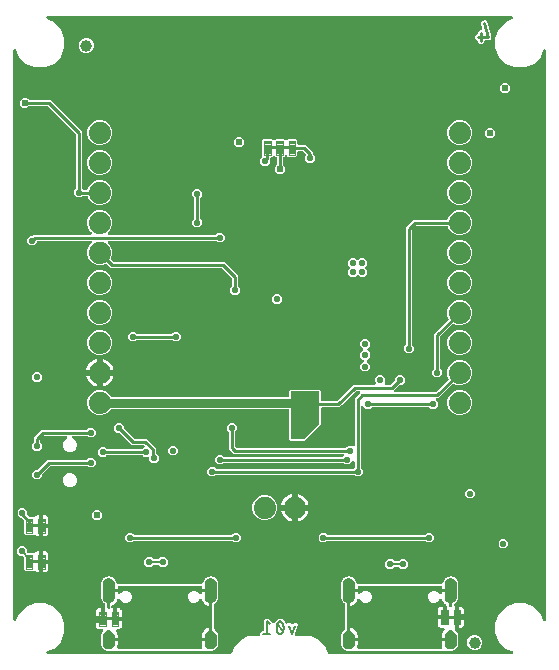
<source format=gbl>
G04 EAGLE Gerber RS-274X export*
G75*
%MOMM*%
%FSLAX34Y34*%
%LPD*%
%INBottom Copper*%
%IPPOS*%
%AMOC8*
5,1,8,0,0,1.08239X$1,22.5*%
G01*
%ADD10C,0.203200*%
%ADD11C,0.279400*%
%ADD12C,1.879600*%
%ADD13C,0.099059*%
%ADD14C,0.654000*%
%ADD15C,1.000000*%
%ADD16C,0.558800*%
%ADD17C,0.254000*%
%ADD18C,0.508000*%
%ADD19C,0.558800*%
%ADD20C,0.604000*%
%ADD21C,0.762000*%

G36*
X186663Y3052D02*
X186663Y3052D01*
X186693Y3050D01*
X186821Y3072D01*
X186950Y3089D01*
X186977Y3099D01*
X187006Y3104D01*
X187125Y3158D01*
X187245Y3206D01*
X187269Y3223D01*
X187296Y3235D01*
X187397Y3316D01*
X187503Y3392D01*
X187522Y3415D01*
X187545Y3434D01*
X187622Y3537D01*
X187705Y3637D01*
X187718Y3664D01*
X187736Y3688D01*
X187807Y3832D01*
X190451Y10216D01*
X195524Y15289D01*
X202153Y18035D01*
X210947Y18035D01*
X211065Y18050D01*
X211184Y18057D01*
X211222Y18070D01*
X211263Y18075D01*
X211373Y18118D01*
X211487Y18155D01*
X211521Y18177D01*
X211558Y18192D01*
X211655Y18261D01*
X211755Y18325D01*
X211783Y18355D01*
X211816Y18378D01*
X211892Y18470D01*
X211973Y18557D01*
X211993Y18592D01*
X212018Y18623D01*
X212069Y18731D01*
X212127Y18835D01*
X212137Y18875D01*
X212154Y18911D01*
X212176Y19028D01*
X212206Y19143D01*
X212210Y19203D01*
X212214Y19223D01*
X212213Y19244D01*
X212216Y19304D01*
X212216Y21013D01*
X213556Y22353D01*
X213910Y22353D01*
X214029Y22368D01*
X214147Y22375D01*
X214186Y22388D01*
X214226Y22393D01*
X214337Y22436D01*
X214450Y22473D01*
X214484Y22495D01*
X214522Y22510D01*
X214618Y22579D01*
X214719Y22643D01*
X214746Y22673D01*
X214779Y22696D01*
X214855Y22788D01*
X214936Y22875D01*
X214956Y22910D01*
X214982Y22941D01*
X215033Y23049D01*
X215090Y23153D01*
X215100Y23193D01*
X215117Y23229D01*
X215140Y23346D01*
X215169Y23461D01*
X215173Y23521D01*
X215177Y23541D01*
X215176Y23562D01*
X215180Y23622D01*
X215180Y30537D01*
X215178Y30551D01*
X215172Y30677D01*
X215081Y31496D01*
X215090Y31513D01*
X215117Y31619D01*
X215710Y32212D01*
X215719Y32223D01*
X215804Y32316D01*
X216319Y32960D01*
X216337Y32965D01*
X216431Y33021D01*
X217269Y33021D01*
X217284Y33023D01*
X217410Y33028D01*
X218229Y33119D01*
X218245Y33110D01*
X218351Y33083D01*
X218944Y32490D01*
X218955Y32482D01*
X219049Y32397D01*
X222675Y29496D01*
X222760Y29443D01*
X222840Y29383D01*
X222895Y29361D01*
X222946Y29330D01*
X223042Y29300D01*
X223134Y29262D01*
X223193Y29254D01*
X223250Y29236D01*
X223350Y29232D01*
X223449Y29218D01*
X223508Y29224D01*
X223568Y29221D01*
X223666Y29242D01*
X223765Y29253D01*
X223821Y29274D01*
X223879Y29286D01*
X223969Y29330D01*
X224063Y29366D01*
X224111Y29400D01*
X224165Y29426D01*
X224241Y29491D01*
X224323Y29549D01*
X224361Y29594D01*
X224407Y29633D01*
X224464Y29714D01*
X224529Y29791D01*
X224578Y29876D01*
X224589Y29893D01*
X224594Y29905D01*
X224609Y29931D01*
X224670Y30057D01*
X224672Y30061D01*
X224730Y30201D01*
X225124Y31352D01*
X227461Y33021D01*
X230332Y33021D01*
X232668Y31352D01*
X233063Y30202D01*
X233065Y30198D01*
X233122Y30057D01*
X233347Y29595D01*
X233367Y29566D01*
X233380Y29532D01*
X233454Y29433D01*
X233521Y29329D01*
X233548Y29305D01*
X233569Y29276D01*
X233665Y29198D01*
X233756Y29115D01*
X233788Y29098D01*
X233815Y29075D01*
X233928Y29023D01*
X234037Y28965D01*
X234072Y28957D01*
X234104Y28942D01*
X234226Y28920D01*
X234346Y28890D01*
X234382Y28891D01*
X234417Y28884D01*
X234540Y28893D01*
X234664Y28895D01*
X234698Y28904D01*
X234734Y28906D01*
X234890Y28947D01*
X236988Y29647D01*
X238616Y28833D01*
X238644Y28823D01*
X238669Y28808D01*
X238793Y28771D01*
X238916Y28728D01*
X238945Y28725D01*
X238974Y28717D01*
X239104Y28711D01*
X239233Y28700D01*
X239262Y28705D01*
X239292Y28704D01*
X239419Y28731D01*
X239546Y28752D01*
X239574Y28764D01*
X239603Y28770D01*
X239751Y28833D01*
X241379Y29647D01*
X243176Y29048D01*
X244023Y27353D01*
X241728Y20467D01*
X241726Y20459D01*
X241722Y20450D01*
X241695Y20303D01*
X241666Y20155D01*
X241666Y20146D01*
X241664Y20138D01*
X241675Y19989D01*
X241677Y19941D01*
X241643Y19872D01*
X241611Y19782D01*
X241571Y19697D01*
X241559Y19633D01*
X241537Y19572D01*
X241529Y19477D01*
X241511Y19384D01*
X241515Y19320D01*
X241510Y19255D01*
X241525Y19162D01*
X241531Y19067D01*
X241551Y19005D01*
X241562Y18941D01*
X241600Y18855D01*
X241629Y18765D01*
X241664Y18710D01*
X241690Y18650D01*
X241749Y18576D01*
X241799Y18496D01*
X241847Y18451D01*
X241887Y18400D01*
X241962Y18343D01*
X242031Y18278D01*
X242088Y18246D01*
X242140Y18207D01*
X242227Y18170D01*
X242309Y18124D01*
X242372Y18108D01*
X242432Y18083D01*
X242526Y18069D01*
X242617Y18045D01*
X242728Y18038D01*
X242747Y18035D01*
X242757Y18036D01*
X242778Y18035D01*
X255047Y18035D01*
X261676Y15289D01*
X266749Y10216D01*
X269393Y3832D01*
X269408Y3807D01*
X269417Y3779D01*
X269486Y3669D01*
X269551Y3556D01*
X269571Y3535D01*
X269587Y3510D01*
X269682Y3421D01*
X269772Y3328D01*
X269797Y3312D01*
X269819Y3292D01*
X269932Y3229D01*
X270043Y3161D01*
X270071Y3153D01*
X270097Y3138D01*
X270223Y3106D01*
X270347Y3068D01*
X270377Y3066D01*
X270405Y3059D01*
X270566Y3049D01*
X424952Y3049D01*
X425021Y3057D01*
X425091Y3056D01*
X425178Y3077D01*
X425267Y3089D01*
X425332Y3114D01*
X425400Y3131D01*
X425480Y3173D01*
X425563Y3206D01*
X425619Y3247D01*
X425681Y3279D01*
X425748Y3340D01*
X425820Y3392D01*
X425865Y3446D01*
X425916Y3493D01*
X425966Y3568D01*
X426023Y3637D01*
X426053Y3701D01*
X426091Y3759D01*
X426120Y3844D01*
X426159Y3925D01*
X426172Y3994D01*
X426194Y4060D01*
X426202Y4149D01*
X426218Y4237D01*
X426214Y4307D01*
X426220Y4377D01*
X426204Y4465D01*
X426199Y4555D01*
X426177Y4621D01*
X426165Y4690D01*
X426128Y4772D01*
X426101Y4857D01*
X426063Y4916D01*
X426035Y4980D01*
X425979Y5050D01*
X425930Y5126D01*
X425880Y5174D01*
X425836Y5228D01*
X425764Y5283D01*
X425699Y5344D01*
X425638Y5378D01*
X425582Y5420D01*
X425437Y5491D01*
X420001Y7742D01*
X414142Y13601D01*
X410971Y21257D01*
X410971Y29543D01*
X414142Y37199D01*
X420001Y43058D01*
X427657Y46229D01*
X435943Y46229D01*
X443599Y43058D01*
X449458Y37199D01*
X451709Y31763D01*
X451744Y31702D01*
X451770Y31637D01*
X451822Y31564D01*
X451867Y31486D01*
X451916Y31436D01*
X451956Y31380D01*
X452026Y31322D01*
X452088Y31258D01*
X452148Y31221D01*
X452201Y31177D01*
X452283Y31139D01*
X452359Y31092D01*
X452426Y31071D01*
X452489Y31041D01*
X452577Y31024D01*
X452663Y30998D01*
X452733Y30995D01*
X452802Y30982D01*
X452891Y30987D01*
X452981Y30983D01*
X453049Y30997D01*
X453119Y31001D01*
X453204Y31029D01*
X453292Y31047D01*
X453355Y31078D01*
X453421Y31099D01*
X453497Y31147D01*
X453578Y31187D01*
X453631Y31232D01*
X453690Y31270D01*
X453752Y31335D01*
X453820Y31393D01*
X453860Y31450D01*
X453908Y31501D01*
X453951Y31580D01*
X454003Y31653D01*
X454028Y31719D01*
X454062Y31780D01*
X454084Y31866D01*
X454116Y31951D01*
X454124Y32020D01*
X454141Y32088D01*
X454151Y32248D01*
X454151Y513852D01*
X454143Y513921D01*
X454144Y513991D01*
X454123Y514078D01*
X454111Y514167D01*
X454086Y514232D01*
X454069Y514300D01*
X454027Y514380D01*
X453994Y514463D01*
X453953Y514519D01*
X453921Y514581D01*
X453860Y514648D01*
X453808Y514720D01*
X453754Y514765D01*
X453707Y514816D01*
X453632Y514866D01*
X453563Y514923D01*
X453499Y514953D01*
X453441Y514991D01*
X453356Y515020D01*
X453275Y515059D01*
X453206Y515072D01*
X453140Y515094D01*
X453051Y515102D01*
X452963Y515118D01*
X452893Y515114D01*
X452823Y515120D01*
X452735Y515104D01*
X452645Y515099D01*
X452579Y515077D01*
X452510Y515065D01*
X452428Y515028D01*
X452343Y515001D01*
X452284Y514963D01*
X452220Y514935D01*
X452150Y514879D01*
X452074Y514830D01*
X452026Y514780D01*
X451972Y514736D01*
X451917Y514664D01*
X451856Y514599D01*
X451822Y514538D01*
X451780Y514482D01*
X451709Y514337D01*
X449458Y508901D01*
X443599Y503042D01*
X435943Y499871D01*
X427657Y499871D01*
X420001Y503042D01*
X414142Y508901D01*
X410971Y516557D01*
X410971Y524843D01*
X414142Y532499D01*
X420001Y538358D01*
X425437Y540609D01*
X425498Y540644D01*
X425563Y540670D01*
X425636Y540722D01*
X425714Y540767D01*
X425764Y540816D01*
X425820Y540856D01*
X425878Y540926D01*
X425942Y540988D01*
X425979Y541048D01*
X426023Y541101D01*
X426061Y541183D01*
X426108Y541259D01*
X426129Y541326D01*
X426159Y541389D01*
X426176Y541477D01*
X426202Y541563D01*
X426205Y541633D01*
X426218Y541702D01*
X426213Y541791D01*
X426217Y541881D01*
X426203Y541949D01*
X426199Y542019D01*
X426171Y542104D01*
X426153Y542192D01*
X426122Y542255D01*
X426101Y542321D01*
X426053Y542397D01*
X426013Y542478D01*
X425968Y542531D01*
X425930Y542590D01*
X425865Y542652D01*
X425807Y542720D01*
X425750Y542760D01*
X425699Y542808D01*
X425620Y542851D01*
X425547Y542903D01*
X425481Y542928D01*
X425420Y542962D01*
X425334Y542984D01*
X425249Y543016D01*
X425180Y543024D01*
X425112Y543041D01*
X424952Y543051D01*
X32248Y543051D01*
X32179Y543043D01*
X32109Y543044D01*
X32022Y543023D01*
X31933Y543011D01*
X31868Y542986D01*
X31800Y542969D01*
X31720Y542927D01*
X31637Y542894D01*
X31581Y542853D01*
X31519Y542821D01*
X31452Y542760D01*
X31380Y542708D01*
X31335Y542654D01*
X31284Y542607D01*
X31234Y542532D01*
X31177Y542463D01*
X31147Y542399D01*
X31109Y542341D01*
X31080Y542256D01*
X31041Y542175D01*
X31028Y542106D01*
X31006Y542040D01*
X30998Y541951D01*
X30982Y541863D01*
X30986Y541793D01*
X30980Y541723D01*
X30996Y541635D01*
X31001Y541545D01*
X31023Y541479D01*
X31035Y541410D01*
X31072Y541328D01*
X31099Y541243D01*
X31137Y541184D01*
X31165Y541120D01*
X31221Y541050D01*
X31270Y540974D01*
X31320Y540926D01*
X31364Y540872D01*
X31436Y540817D01*
X31501Y540756D01*
X31562Y540722D01*
X31618Y540680D01*
X31763Y540609D01*
X37199Y538358D01*
X43058Y532499D01*
X46229Y524843D01*
X46229Y516557D01*
X43058Y508901D01*
X37199Y503042D01*
X29543Y499871D01*
X21257Y499871D01*
X13601Y503042D01*
X7742Y508901D01*
X5491Y514337D01*
X5456Y514398D01*
X5430Y514463D01*
X5378Y514536D01*
X5333Y514614D01*
X5284Y514664D01*
X5244Y514720D01*
X5174Y514778D01*
X5112Y514842D01*
X5052Y514879D01*
X4999Y514923D01*
X4917Y514961D01*
X4841Y515008D01*
X4774Y515029D01*
X4711Y515059D01*
X4623Y515076D01*
X4537Y515102D01*
X4467Y515105D01*
X4398Y515118D01*
X4309Y515113D01*
X4219Y515117D01*
X4151Y515103D01*
X4081Y515099D01*
X3996Y515071D01*
X3908Y515053D01*
X3845Y515022D01*
X3779Y515001D01*
X3703Y514953D01*
X3622Y514913D01*
X3569Y514868D01*
X3510Y514830D01*
X3448Y514765D01*
X3380Y514707D01*
X3340Y514650D01*
X3292Y514599D01*
X3249Y514520D01*
X3197Y514447D01*
X3172Y514381D01*
X3138Y514320D01*
X3116Y514234D01*
X3084Y514149D01*
X3076Y514080D01*
X3059Y514012D01*
X3049Y513852D01*
X3049Y32248D01*
X3057Y32179D01*
X3056Y32109D01*
X3077Y32022D01*
X3089Y31933D01*
X3114Y31868D01*
X3131Y31800D01*
X3173Y31720D01*
X3206Y31637D01*
X3247Y31581D01*
X3279Y31519D01*
X3340Y31452D01*
X3392Y31380D01*
X3446Y31335D01*
X3493Y31284D01*
X3568Y31234D01*
X3637Y31177D01*
X3701Y31147D01*
X3759Y31109D01*
X3844Y31080D01*
X3925Y31041D01*
X3994Y31028D01*
X4060Y31006D01*
X4149Y30998D01*
X4237Y30982D01*
X4307Y30986D01*
X4377Y30980D01*
X4465Y30996D01*
X4555Y31001D01*
X4621Y31023D01*
X4690Y31035D01*
X4772Y31072D01*
X4857Y31099D01*
X4916Y31137D01*
X4980Y31165D01*
X5050Y31221D01*
X5126Y31270D01*
X5174Y31320D01*
X5228Y31364D01*
X5283Y31436D01*
X5344Y31501D01*
X5378Y31562D01*
X5420Y31618D01*
X5491Y31763D01*
X7742Y37199D01*
X13601Y43058D01*
X21257Y46229D01*
X29543Y46229D01*
X37199Y43058D01*
X43058Y37199D01*
X46229Y29543D01*
X46229Y21257D01*
X43058Y13601D01*
X37199Y7742D01*
X31763Y5491D01*
X31702Y5456D01*
X31637Y5430D01*
X31564Y5378D01*
X31486Y5333D01*
X31436Y5284D01*
X31380Y5244D01*
X31322Y5174D01*
X31258Y5112D01*
X31221Y5052D01*
X31177Y4999D01*
X31139Y4917D01*
X31092Y4841D01*
X31071Y4774D01*
X31041Y4711D01*
X31024Y4623D01*
X30998Y4537D01*
X30995Y4467D01*
X30982Y4398D01*
X30987Y4309D01*
X30983Y4219D01*
X30997Y4151D01*
X31001Y4081D01*
X31029Y3996D01*
X31047Y3908D01*
X31078Y3845D01*
X31099Y3779D01*
X31147Y3703D01*
X31187Y3622D01*
X31232Y3569D01*
X31270Y3510D01*
X31335Y3448D01*
X31393Y3380D01*
X31450Y3340D01*
X31501Y3292D01*
X31580Y3249D01*
X31653Y3197D01*
X31719Y3172D01*
X31780Y3138D01*
X31866Y3116D01*
X31951Y3084D01*
X32020Y3076D01*
X32088Y3059D01*
X32248Y3049D01*
X186634Y3049D01*
X186663Y3052D01*
G37*
%LPC*%
G36*
X169766Y153415D02*
X169766Y153415D01*
X167385Y155796D01*
X167385Y159164D01*
X169766Y161545D01*
X173134Y161545D01*
X174286Y160392D01*
X174364Y160332D01*
X174436Y160264D01*
X174489Y160235D01*
X174537Y160198D01*
X174628Y160158D01*
X174715Y160110D01*
X174773Y160095D01*
X174829Y160071D01*
X174927Y160056D01*
X175023Y160031D01*
X175123Y160025D01*
X175143Y160021D01*
X175155Y160023D01*
X175183Y160021D01*
X290830Y160021D01*
X290948Y160036D01*
X291067Y160043D01*
X291105Y160056D01*
X291146Y160061D01*
X291256Y160104D01*
X291369Y160141D01*
X291404Y160163D01*
X291441Y160178D01*
X291537Y160247D01*
X291638Y160311D01*
X291666Y160341D01*
X291699Y160364D01*
X291775Y160456D01*
X291856Y160543D01*
X291876Y160578D01*
X291901Y160609D01*
X291952Y160717D01*
X292010Y160821D01*
X292020Y160861D01*
X292037Y160897D01*
X292059Y161014D01*
X292089Y161129D01*
X292093Y161189D01*
X292097Y161209D01*
X292095Y161230D01*
X292099Y161290D01*
X292099Y165177D01*
X292082Y165314D01*
X292069Y165453D01*
X292062Y165472D01*
X292059Y165492D01*
X292008Y165621D01*
X291961Y165752D01*
X291950Y165769D01*
X291942Y165788D01*
X291861Y165900D01*
X291783Y166015D01*
X291767Y166029D01*
X291756Y166045D01*
X291648Y166134D01*
X291544Y166226D01*
X291526Y166235D01*
X291511Y166248D01*
X291385Y166307D01*
X291261Y166370D01*
X291241Y166375D01*
X291223Y166384D01*
X291087Y166410D01*
X290951Y166440D01*
X290930Y166440D01*
X290911Y166443D01*
X290772Y166435D01*
X290633Y166430D01*
X290613Y166425D01*
X290593Y166424D01*
X290461Y166381D01*
X290327Y166342D01*
X290310Y166332D01*
X290291Y166326D01*
X290173Y166251D01*
X290053Y166181D01*
X290032Y166162D01*
X290022Y166155D01*
X290008Y166140D01*
X289933Y166074D01*
X287434Y163575D01*
X284066Y163575D01*
X282914Y164728D01*
X282836Y164788D01*
X282764Y164856D01*
X282711Y164885D01*
X282663Y164922D01*
X282572Y164962D01*
X282485Y165010D01*
X282427Y165025D01*
X282371Y165049D01*
X282273Y165064D01*
X282177Y165089D01*
X282077Y165095D01*
X282057Y165099D01*
X282045Y165097D01*
X282017Y165099D01*
X181533Y165099D01*
X181435Y165087D01*
X181336Y165084D01*
X181278Y165067D01*
X181218Y165059D01*
X181126Y165023D01*
X181031Y164995D01*
X180979Y164965D01*
X180922Y164942D01*
X180842Y164884D01*
X180757Y164834D01*
X180681Y164768D01*
X180665Y164756D01*
X180657Y164746D01*
X180636Y164728D01*
X179484Y163575D01*
X176116Y163575D01*
X173735Y165956D01*
X173735Y169324D01*
X176116Y171705D01*
X179484Y171705D01*
X180636Y170552D01*
X180714Y170492D01*
X180786Y170424D01*
X180839Y170395D01*
X180887Y170358D01*
X180978Y170318D01*
X181065Y170270D01*
X181123Y170255D01*
X181179Y170231D01*
X181277Y170216D01*
X181373Y170191D01*
X181473Y170185D01*
X181493Y170181D01*
X181505Y170183D01*
X181533Y170181D01*
X282017Y170181D01*
X282071Y170188D01*
X282125Y170185D01*
X282228Y170207D01*
X282332Y170221D01*
X282383Y170241D01*
X282436Y170252D01*
X282584Y170315D01*
X282605Y170329D01*
X282628Y170338D01*
X282737Y170417D01*
X282849Y170492D01*
X282865Y170510D01*
X282885Y170524D01*
X282971Y170628D01*
X283061Y170728D01*
X283072Y170750D01*
X283088Y170769D01*
X283145Y170891D01*
X283207Y171011D01*
X283213Y171035D01*
X283224Y171057D01*
X283249Y171189D01*
X283279Y171320D01*
X283279Y171345D01*
X283283Y171370D01*
X283275Y171504D01*
X283272Y171638D01*
X283265Y171662D01*
X283264Y171687D01*
X283222Y171815D01*
X283186Y171944D01*
X283173Y171966D01*
X283166Y171989D01*
X283094Y172103D01*
X283026Y172220D01*
X283009Y172237D01*
X282995Y172258D01*
X282897Y172350D01*
X282803Y172446D01*
X282782Y172459D01*
X282764Y172476D01*
X282646Y172541D01*
X282531Y172611D01*
X282507Y172618D01*
X282485Y172630D01*
X282355Y172663D01*
X282226Y172702D01*
X282201Y172703D01*
X282177Y172709D01*
X282017Y172719D01*
X189448Y172719D01*
X185419Y176748D01*
X185419Y190577D01*
X185407Y190675D01*
X185404Y190774D01*
X185387Y190832D01*
X185379Y190892D01*
X185343Y190984D01*
X185315Y191079D01*
X185285Y191131D01*
X185262Y191188D01*
X185204Y191268D01*
X185154Y191353D01*
X185088Y191429D01*
X185076Y191445D01*
X185066Y191453D01*
X185048Y191474D01*
X183895Y192626D01*
X183895Y195994D01*
X186276Y198375D01*
X189644Y198375D01*
X192025Y195994D01*
X192025Y192626D01*
X190872Y191474D01*
X190812Y191396D01*
X190744Y191324D01*
X190715Y191271D01*
X190678Y191223D01*
X190638Y191132D01*
X190590Y191045D01*
X190575Y190987D01*
X190551Y190931D01*
X190536Y190833D01*
X190511Y190737D01*
X190505Y190637D01*
X190501Y190617D01*
X190503Y190605D01*
X190501Y190577D01*
X190501Y179378D01*
X190513Y179280D01*
X190516Y179181D01*
X190533Y179123D01*
X190541Y179063D01*
X190577Y178971D01*
X190605Y178875D01*
X190635Y178823D01*
X190658Y178767D01*
X190716Y178687D01*
X190766Y178602D01*
X190832Y178526D01*
X190844Y178510D01*
X190854Y178502D01*
X190872Y178481D01*
X191181Y178172D01*
X191259Y178112D01*
X191331Y178044D01*
X191384Y178015D01*
X191432Y177978D01*
X191523Y177938D01*
X191610Y177890D01*
X191668Y177875D01*
X191724Y177851D01*
X191822Y177836D01*
X191917Y177811D01*
X192018Y177805D01*
X192038Y177801D01*
X192050Y177803D01*
X192078Y177801D01*
X284557Y177801D01*
X284655Y177813D01*
X284754Y177816D01*
X284812Y177833D01*
X284872Y177841D01*
X284964Y177877D01*
X285059Y177905D01*
X285111Y177935D01*
X285168Y177958D01*
X285248Y178016D01*
X285333Y178066D01*
X285409Y178132D01*
X285425Y178144D01*
X285433Y178154D01*
X285454Y178172D01*
X286606Y179325D01*
X289986Y179325D01*
X290042Y179281D01*
X290149Y179192D01*
X290168Y179183D01*
X290184Y179171D01*
X290312Y179116D01*
X290437Y179056D01*
X290457Y179053D01*
X290476Y179045D01*
X290613Y179023D01*
X290750Y178997D01*
X290770Y178998D01*
X290790Y178995D01*
X290928Y179008D01*
X291067Y179016D01*
X291086Y179023D01*
X291106Y179025D01*
X291237Y179072D01*
X291369Y179114D01*
X291387Y179125D01*
X291406Y179132D01*
X291521Y179210D01*
X291638Y179285D01*
X291652Y179299D01*
X291669Y179311D01*
X291760Y179414D01*
X291856Y179516D01*
X291866Y179534D01*
X291879Y179549D01*
X291943Y179673D01*
X292010Y179795D01*
X292015Y179814D01*
X292024Y179832D01*
X292054Y179969D01*
X292089Y180103D01*
X292091Y180131D01*
X292094Y180143D01*
X292093Y180163D01*
X292099Y180263D01*
X292099Y219492D01*
X293959Y221352D01*
X296499Y223893D01*
X296585Y224002D01*
X296673Y224109D01*
X296682Y224128D01*
X296694Y224144D01*
X296750Y224272D01*
X296809Y224397D01*
X296813Y224417D01*
X296821Y224436D01*
X296843Y224574D01*
X296869Y224710D01*
X296867Y224730D01*
X296871Y224750D01*
X296857Y224889D01*
X296849Y225027D01*
X296843Y225046D01*
X296841Y225066D01*
X296794Y225198D01*
X296751Y225329D01*
X296740Y225347D01*
X296733Y225366D01*
X296655Y225481D01*
X296581Y225598D01*
X296566Y225612D01*
X296555Y225629D01*
X296450Y225721D01*
X296349Y225816D01*
X296331Y225826D01*
X296316Y225839D01*
X296192Y225903D01*
X296071Y225970D01*
X296051Y225975D01*
X296033Y225984D01*
X295897Y226014D01*
X295763Y226049D01*
X295735Y226051D01*
X295723Y226054D01*
X295702Y226053D01*
X295602Y226059D01*
X293678Y226059D01*
X293580Y226047D01*
X293481Y226044D01*
X293423Y226027D01*
X293363Y226019D01*
X293271Y225983D01*
X293175Y225955D01*
X293123Y225925D01*
X293067Y225902D01*
X292987Y225844D01*
X292901Y225794D01*
X292826Y225728D01*
X292810Y225716D01*
X292802Y225706D01*
X292781Y225688D01*
X281042Y213949D01*
X279182Y212089D01*
X264795Y212089D01*
X264677Y212074D01*
X264558Y212067D01*
X264520Y212054D01*
X264479Y212049D01*
X264369Y212006D01*
X264256Y211969D01*
X264221Y211947D01*
X264184Y211932D01*
X264088Y211863D01*
X263987Y211799D01*
X263959Y211769D01*
X263926Y211746D01*
X263850Y211654D01*
X263769Y211567D01*
X263749Y211532D01*
X263724Y211501D01*
X263673Y211393D01*
X263615Y211289D01*
X263605Y211249D01*
X263588Y211213D01*
X263566Y211096D01*
X263536Y210981D01*
X263532Y210921D01*
X263528Y210901D01*
X263530Y210880D01*
X263526Y210820D01*
X263526Y197331D01*
X262038Y195843D01*
X249709Y183514D01*
X237971Y183514D01*
X236854Y184631D01*
X236854Y209550D01*
X236839Y209668D01*
X236832Y209787D01*
X236819Y209825D01*
X236814Y209866D01*
X236771Y209976D01*
X236734Y210089D01*
X236712Y210124D01*
X236697Y210161D01*
X236628Y210257D01*
X236564Y210358D01*
X236534Y210386D01*
X236511Y210419D01*
X236419Y210495D01*
X236332Y210576D01*
X236297Y210596D01*
X236266Y210621D01*
X236158Y210672D01*
X236054Y210730D01*
X236014Y210740D01*
X235978Y210757D01*
X235861Y210779D01*
X235746Y210809D01*
X235686Y210813D01*
X235666Y210817D01*
X235645Y210815D01*
X235585Y210819D01*
X86491Y210819D01*
X86462Y210816D01*
X86433Y210818D01*
X86305Y210796D01*
X86176Y210779D01*
X86148Y210769D01*
X86119Y210763D01*
X86001Y210710D01*
X85880Y210662D01*
X85856Y210645D01*
X85829Y210633D01*
X85728Y210552D01*
X85623Y210476D01*
X85604Y210453D01*
X85581Y210434D01*
X85503Y210331D01*
X85420Y210231D01*
X85407Y210204D01*
X85390Y210180D01*
X85319Y210036D01*
X85245Y209857D01*
X82243Y206855D01*
X78322Y205231D01*
X74078Y205231D01*
X70157Y206855D01*
X67155Y209857D01*
X65531Y213778D01*
X65531Y218022D01*
X67155Y221943D01*
X70157Y224945D01*
X74078Y226569D01*
X78322Y226569D01*
X82243Y224945D01*
X85245Y221943D01*
X85319Y221764D01*
X85333Y221739D01*
X85342Y221711D01*
X85412Y221601D01*
X85476Y221488D01*
X85497Y221467D01*
X85513Y221442D01*
X85607Y221353D01*
X85697Y221260D01*
X85723Y221244D01*
X85744Y221224D01*
X85858Y221161D01*
X85969Y221093D01*
X85997Y221085D01*
X86023Y221070D01*
X86148Y221038D01*
X86273Y221000D01*
X86302Y220998D01*
X86331Y220991D01*
X86491Y220981D01*
X235585Y220981D01*
X235703Y220996D01*
X235822Y221003D01*
X235860Y221016D01*
X235901Y221021D01*
X236011Y221064D01*
X236124Y221101D01*
X236159Y221123D01*
X236196Y221138D01*
X236292Y221207D01*
X236393Y221271D01*
X236421Y221301D01*
X236454Y221324D01*
X236530Y221416D01*
X236611Y221503D01*
X236631Y221538D01*
X236656Y221569D01*
X236707Y221677D01*
X236765Y221781D01*
X236775Y221821D01*
X236792Y221857D01*
X236814Y221974D01*
X236844Y222089D01*
X236848Y222149D01*
X236852Y222169D01*
X236850Y222190D01*
X236854Y222250D01*
X236854Y225579D01*
X237971Y226696D01*
X262409Y226696D01*
X263526Y225579D01*
X263526Y218440D01*
X263541Y218322D01*
X263548Y218203D01*
X263561Y218165D01*
X263566Y218124D01*
X263609Y218014D01*
X263646Y217901D01*
X263668Y217866D01*
X263683Y217829D01*
X263752Y217733D01*
X263816Y217632D01*
X263846Y217604D01*
X263869Y217571D01*
X263961Y217495D01*
X264048Y217414D01*
X264083Y217394D01*
X264114Y217369D01*
X264222Y217318D01*
X264326Y217260D01*
X264366Y217250D01*
X264402Y217233D01*
X264519Y217211D01*
X264634Y217181D01*
X264694Y217177D01*
X264714Y217173D01*
X264735Y217175D01*
X264795Y217171D01*
X276552Y217171D01*
X276650Y217183D01*
X276749Y217186D01*
X276807Y217203D01*
X276867Y217211D01*
X276959Y217247D01*
X277055Y217275D01*
X277107Y217305D01*
X277163Y217328D01*
X277243Y217386D01*
X277328Y217436D01*
X277404Y217502D01*
X277420Y217514D01*
X277428Y217524D01*
X277449Y217542D01*
X289188Y229281D01*
X291048Y231141D01*
X308687Y231141D01*
X308825Y231158D01*
X308963Y231171D01*
X308982Y231178D01*
X309002Y231181D01*
X309131Y231232D01*
X309262Y231279D01*
X309279Y231290D01*
X309298Y231298D01*
X309410Y231379D01*
X309525Y231457D01*
X309539Y231473D01*
X309555Y231484D01*
X309644Y231592D01*
X309736Y231696D01*
X309745Y231714D01*
X309758Y231729D01*
X309817Y231855D01*
X309881Y231979D01*
X309885Y231999D01*
X309894Y232017D01*
X309920Y232153D01*
X309950Y232289D01*
X309950Y232310D01*
X309953Y232329D01*
X309945Y232468D01*
X309940Y232607D01*
X309935Y232627D01*
X309934Y232647D01*
X309891Y232779D01*
X309852Y232913D01*
X309842Y232930D01*
X309836Y232949D01*
X309761Y233067D01*
X309690Y233187D01*
X309672Y233208D01*
X309665Y233218D01*
X309650Y233232D01*
X309625Y233261D01*
X309625Y236634D01*
X312006Y239015D01*
X315374Y239015D01*
X317755Y236634D01*
X317755Y233254D01*
X317711Y233198D01*
X317622Y233091D01*
X317613Y233072D01*
X317601Y233056D01*
X317546Y232928D01*
X317486Y232803D01*
X317483Y232783D01*
X317475Y232764D01*
X317453Y232627D01*
X317427Y232490D01*
X317428Y232470D01*
X317425Y232450D01*
X317438Y232312D01*
X317446Y232173D01*
X317453Y232154D01*
X317455Y232134D01*
X317502Y232003D01*
X317544Y231871D01*
X317555Y231853D01*
X317562Y231834D01*
X317640Y231719D01*
X317715Y231602D01*
X317729Y231588D01*
X317741Y231571D01*
X317845Y231479D01*
X317946Y231384D01*
X317964Y231374D01*
X317979Y231361D01*
X318103Y231297D01*
X318225Y231230D01*
X318244Y231225D01*
X318262Y231216D01*
X318399Y231186D01*
X318533Y231151D01*
X318561Y231149D01*
X318573Y231146D01*
X318593Y231147D01*
X318693Y231141D01*
X322272Y231141D01*
X322370Y231153D01*
X322469Y231156D01*
X322527Y231173D01*
X322587Y231181D01*
X322679Y231217D01*
X322775Y231245D01*
X322827Y231275D01*
X322883Y231298D01*
X322963Y231356D01*
X323048Y231406D01*
X323124Y231472D01*
X323140Y231484D01*
X323148Y231494D01*
X323169Y231512D01*
X325764Y234107D01*
X325824Y234185D01*
X325892Y234257D01*
X325921Y234310D01*
X325958Y234358D01*
X325998Y234449D01*
X326046Y234536D01*
X326061Y234594D01*
X326085Y234650D01*
X326100Y234748D01*
X326125Y234843D01*
X326131Y234944D01*
X326135Y234964D01*
X326133Y234976D01*
X326135Y235004D01*
X326135Y236634D01*
X328516Y239015D01*
X331884Y239015D01*
X334265Y236634D01*
X334265Y233266D01*
X331884Y230885D01*
X330254Y230885D01*
X330156Y230873D01*
X330057Y230870D01*
X329999Y230853D01*
X329939Y230845D01*
X329847Y230809D01*
X329751Y230781D01*
X329699Y230751D01*
X329643Y230728D01*
X329563Y230670D01*
X329478Y230620D01*
X329402Y230554D01*
X329386Y230542D01*
X329378Y230532D01*
X329357Y230514D01*
X326762Y227919D01*
X325801Y226957D01*
X325716Y226848D01*
X325627Y226741D01*
X325618Y226722D01*
X325606Y226706D01*
X325550Y226579D01*
X325491Y226453D01*
X325487Y226433D01*
X325479Y226414D01*
X325457Y226276D01*
X325431Y226140D01*
X325433Y226120D01*
X325429Y226100D01*
X325443Y225961D01*
X325451Y225823D01*
X325457Y225804D01*
X325459Y225784D01*
X325506Y225652D01*
X325549Y225521D01*
X325560Y225503D01*
X325567Y225484D01*
X325645Y225369D01*
X325719Y225252D01*
X325734Y225238D01*
X325745Y225221D01*
X325850Y225129D01*
X325951Y225034D01*
X325969Y225024D01*
X325984Y225011D01*
X326108Y224948D01*
X326229Y224880D01*
X326249Y224875D01*
X326267Y224866D01*
X326403Y224836D01*
X326537Y224801D01*
X326565Y224799D01*
X326577Y224796D01*
X326598Y224797D01*
X326698Y224791D01*
X360372Y224791D01*
X360470Y224803D01*
X360569Y224806D01*
X360627Y224823D01*
X360687Y224831D01*
X360779Y224867D01*
X360875Y224895D01*
X360927Y224925D01*
X360983Y224948D01*
X361063Y225006D01*
X361148Y225056D01*
X361224Y225122D01*
X361240Y225134D01*
X361248Y225144D01*
X361269Y225162D01*
X371182Y235076D01*
X371201Y235099D01*
X371223Y235118D01*
X371298Y235224D01*
X371377Y235327D01*
X371389Y235354D01*
X371406Y235378D01*
X371452Y235499D01*
X371504Y235619D01*
X371508Y235648D01*
X371519Y235675D01*
X371533Y235804D01*
X371554Y235933D01*
X371551Y235962D01*
X371554Y235992D01*
X371536Y236120D01*
X371524Y236249D01*
X371514Y236277D01*
X371510Y236306D01*
X371458Y236459D01*
X370331Y239178D01*
X370331Y243422D01*
X371955Y247343D01*
X374957Y250345D01*
X378878Y251969D01*
X383122Y251969D01*
X387043Y250345D01*
X390045Y247343D01*
X391669Y243422D01*
X391669Y239178D01*
X390045Y235257D01*
X387043Y232255D01*
X383122Y230631D01*
X378878Y230631D01*
X376159Y231758D01*
X376130Y231765D01*
X376104Y231779D01*
X375977Y231807D01*
X375852Y231841D01*
X375823Y231842D01*
X375794Y231848D01*
X375664Y231844D01*
X375534Y231847D01*
X375505Y231840D01*
X375476Y231839D01*
X375351Y231803D01*
X375225Y231772D01*
X375199Y231759D01*
X375170Y231750D01*
X375059Y231685D01*
X374944Y231624D01*
X374922Y231604D01*
X374896Y231589D01*
X374776Y231482D01*
X364862Y221569D01*
X363002Y219709D01*
X361873Y219709D01*
X361735Y219692D01*
X361597Y219679D01*
X361578Y219672D01*
X361558Y219669D01*
X361429Y219618D01*
X361298Y219571D01*
X361281Y219560D01*
X361262Y219552D01*
X361150Y219471D01*
X361035Y219393D01*
X361021Y219377D01*
X361005Y219366D01*
X360916Y219258D01*
X360824Y219154D01*
X360815Y219136D01*
X360802Y219121D01*
X360743Y218995D01*
X360680Y218871D01*
X360675Y218851D01*
X360666Y218833D01*
X360640Y218696D01*
X360610Y218561D01*
X360610Y218540D01*
X360607Y218521D01*
X360615Y218382D01*
X360620Y218243D01*
X360625Y218223D01*
X360626Y218203D01*
X360669Y218071D01*
X360708Y217937D01*
X360718Y217920D01*
X360724Y217901D01*
X360799Y217783D01*
X360869Y217663D01*
X360888Y217642D01*
X360895Y217632D01*
X360910Y217618D01*
X360976Y217543D01*
X362205Y216314D01*
X362205Y212946D01*
X359824Y210565D01*
X356456Y210565D01*
X355304Y211718D01*
X355226Y211778D01*
X355154Y211846D01*
X355101Y211875D01*
X355053Y211912D01*
X354962Y211952D01*
X354875Y212000D01*
X354817Y212015D01*
X354761Y212039D01*
X354663Y212054D01*
X354567Y212079D01*
X354467Y212085D01*
X354447Y212089D01*
X354435Y212087D01*
X354407Y212089D01*
X307263Y212089D01*
X307165Y212077D01*
X307066Y212074D01*
X307008Y212057D01*
X306948Y212049D01*
X306856Y212013D01*
X306761Y211985D01*
X306709Y211955D01*
X306652Y211932D01*
X306572Y211874D01*
X306487Y211824D01*
X306411Y211758D01*
X306395Y211746D01*
X306387Y211736D01*
X306366Y211718D01*
X305214Y210565D01*
X301846Y210565D01*
X299347Y213064D01*
X299238Y213149D01*
X299131Y213238D01*
X299112Y213247D01*
X299096Y213259D01*
X298968Y213315D01*
X298843Y213374D01*
X298823Y213377D01*
X298804Y213385D01*
X298666Y213407D01*
X298530Y213433D01*
X298510Y213432D01*
X298490Y213435D01*
X298351Y213422D01*
X298213Y213414D01*
X298194Y213407D01*
X298174Y213405D01*
X298042Y213358D01*
X297911Y213316D01*
X297893Y213305D01*
X297874Y213298D01*
X297759Y213220D01*
X297642Y213145D01*
X297628Y213131D01*
X297611Y213119D01*
X297519Y213015D01*
X297424Y212914D01*
X297414Y212896D01*
X297401Y212881D01*
X297337Y212757D01*
X297270Y212635D01*
X297265Y212616D01*
X297256Y212598D01*
X297226Y212462D01*
X297191Y212327D01*
X297189Y212299D01*
X297186Y212287D01*
X297187Y212267D01*
X297181Y212167D01*
X297181Y161213D01*
X297193Y161115D01*
X297196Y161016D01*
X297213Y160958D01*
X297221Y160898D01*
X297257Y160806D01*
X297285Y160711D01*
X297315Y160659D01*
X297338Y160602D01*
X297396Y160522D01*
X297446Y160437D01*
X297512Y160361D01*
X297524Y160345D01*
X297534Y160337D01*
X297552Y160316D01*
X298705Y159164D01*
X298705Y155796D01*
X296324Y153415D01*
X292956Y153415D01*
X291804Y154568D01*
X291726Y154628D01*
X291654Y154696D01*
X291601Y154725D01*
X291553Y154762D01*
X291462Y154802D01*
X291375Y154850D01*
X291317Y154865D01*
X291261Y154889D01*
X291163Y154904D01*
X291067Y154929D01*
X290967Y154935D01*
X290947Y154939D01*
X290935Y154937D01*
X290907Y154939D01*
X175183Y154939D01*
X175085Y154927D01*
X174986Y154924D01*
X174928Y154907D01*
X174868Y154899D01*
X174776Y154863D01*
X174681Y154835D01*
X174629Y154805D01*
X174572Y154782D01*
X174492Y154724D01*
X174407Y154674D01*
X174331Y154608D01*
X174315Y154596D01*
X174307Y154586D01*
X174286Y154568D01*
X173134Y153415D01*
X169766Y153415D01*
G37*
%LPD*%
%LPC*%
G36*
X188816Y307085D02*
X188816Y307085D01*
X186435Y309466D01*
X186435Y312834D01*
X187588Y313986D01*
X187648Y314064D01*
X187716Y314136D01*
X187745Y314189D01*
X187782Y314237D01*
X187822Y314328D01*
X187870Y314415D01*
X187885Y314473D01*
X187909Y314529D01*
X187924Y314627D01*
X187949Y314723D01*
X187955Y314823D01*
X187959Y314843D01*
X187957Y314855D01*
X187959Y314883D01*
X187959Y321002D01*
X187947Y321100D01*
X187944Y321199D01*
X187927Y321257D01*
X187919Y321317D01*
X187883Y321409D01*
X187855Y321505D01*
X187825Y321557D01*
X187802Y321613D01*
X187744Y321693D01*
X187694Y321778D01*
X187628Y321854D01*
X187616Y321870D01*
X187606Y321878D01*
X187588Y321899D01*
X179659Y329828D01*
X179581Y329888D01*
X179509Y329956D01*
X179456Y329985D01*
X179408Y330022D01*
X179317Y330062D01*
X179230Y330110D01*
X179172Y330125D01*
X179116Y330149D01*
X179018Y330164D01*
X178923Y330189D01*
X178822Y330195D01*
X178802Y330199D01*
X178790Y330197D01*
X178762Y330199D01*
X85308Y330199D01*
X82424Y333082D01*
X82401Y333101D01*
X82382Y333123D01*
X82276Y333198D01*
X82173Y333277D01*
X82146Y333289D01*
X82122Y333306D01*
X82001Y333352D01*
X81881Y333404D01*
X81852Y333408D01*
X81825Y333419D01*
X81696Y333433D01*
X81567Y333454D01*
X81538Y333451D01*
X81508Y333454D01*
X81380Y333436D01*
X81251Y333424D01*
X81223Y333414D01*
X81194Y333410D01*
X81041Y333358D01*
X78322Y332231D01*
X74078Y332231D01*
X70157Y333855D01*
X67155Y336857D01*
X65531Y340778D01*
X65531Y345022D01*
X67155Y348943D01*
X69105Y350893D01*
X69190Y351002D01*
X69279Y351109D01*
X69287Y351128D01*
X69300Y351144D01*
X69355Y351272D01*
X69414Y351397D01*
X69418Y351417D01*
X69426Y351436D01*
X69448Y351574D01*
X69474Y351710D01*
X69473Y351730D01*
X69476Y351750D01*
X69463Y351889D01*
X69454Y352027D01*
X69448Y352046D01*
X69446Y352066D01*
X69399Y352198D01*
X69356Y352329D01*
X69345Y352347D01*
X69338Y352366D01*
X69260Y352481D01*
X69186Y352598D01*
X69171Y352612D01*
X69160Y352629D01*
X69056Y352721D01*
X68954Y352816D01*
X68937Y352826D01*
X68921Y352839D01*
X68797Y352903D01*
X68676Y352970D01*
X68656Y352975D01*
X68638Y352984D01*
X68502Y353014D01*
X68368Y353049D01*
X68340Y353051D01*
X68328Y353054D01*
X68307Y353053D01*
X68207Y353059D01*
X24384Y353059D01*
X24266Y353044D01*
X24147Y353037D01*
X24109Y353024D01*
X24068Y353019D01*
X23958Y352976D01*
X23845Y352939D01*
X23810Y352917D01*
X23773Y352902D01*
X23677Y352833D01*
X23576Y352769D01*
X23548Y352739D01*
X23515Y352716D01*
X23439Y352624D01*
X23358Y352537D01*
X23338Y352502D01*
X23313Y352471D01*
X23262Y352363D01*
X23204Y352259D01*
X23194Y352219D01*
X23177Y352183D01*
X23155Y352066D01*
X23125Y351951D01*
X23121Y351891D01*
X23117Y351871D01*
X23119Y351850D01*
X23115Y351790D01*
X23115Y351376D01*
X20734Y348995D01*
X17366Y348995D01*
X14985Y351376D01*
X14985Y354744D01*
X17366Y357125D01*
X18996Y357125D01*
X19094Y357137D01*
X19193Y357140D01*
X19251Y357157D01*
X19311Y357165D01*
X19403Y357201D01*
X19499Y357229D01*
X19551Y357259D01*
X19607Y357282D01*
X19687Y357340D01*
X19772Y357390D01*
X19848Y357456D01*
X19864Y357468D01*
X19872Y357478D01*
X19893Y357496D01*
X20538Y358141D01*
X68207Y358141D01*
X68345Y358158D01*
X68484Y358171D01*
X68503Y358178D01*
X68523Y358181D01*
X68652Y358232D01*
X68783Y358279D01*
X68800Y358290D01*
X68818Y358298D01*
X68931Y358379D01*
X69046Y358457D01*
X69059Y358473D01*
X69076Y358484D01*
X69165Y358592D01*
X69256Y358696D01*
X69266Y358714D01*
X69279Y358729D01*
X69338Y358855D01*
X69401Y358979D01*
X69405Y358999D01*
X69414Y359017D01*
X69440Y359153D01*
X69471Y359289D01*
X69470Y359310D01*
X69474Y359329D01*
X69465Y359468D01*
X69461Y359607D01*
X69455Y359627D01*
X69454Y359647D01*
X69411Y359779D01*
X69373Y359913D01*
X69362Y359930D01*
X69356Y359949D01*
X69281Y360067D01*
X69211Y360187D01*
X69193Y360208D01*
X69186Y360218D01*
X69171Y360232D01*
X69105Y360307D01*
X67155Y362257D01*
X65531Y366178D01*
X65531Y370422D01*
X67155Y374343D01*
X70157Y377345D01*
X74078Y378969D01*
X78322Y378969D01*
X82243Y377345D01*
X85245Y374343D01*
X86869Y370422D01*
X86869Y366178D01*
X85245Y362257D01*
X83295Y360307D01*
X83210Y360198D01*
X83121Y360091D01*
X83113Y360072D01*
X83100Y360056D01*
X83045Y359928D01*
X82986Y359803D01*
X82982Y359783D01*
X82974Y359764D01*
X82952Y359626D01*
X82926Y359490D01*
X82927Y359470D01*
X82924Y359450D01*
X82937Y359311D01*
X82946Y359173D01*
X82952Y359154D01*
X82954Y359134D01*
X83001Y359002D01*
X83044Y358871D01*
X83055Y358853D01*
X83062Y358834D01*
X83140Y358719D01*
X83214Y358602D01*
X83229Y358588D01*
X83240Y358571D01*
X83344Y358479D01*
X83446Y358384D01*
X83463Y358374D01*
X83479Y358361D01*
X83603Y358297D01*
X83724Y358230D01*
X83744Y358225D01*
X83762Y358216D01*
X83898Y358186D01*
X84032Y358151D01*
X84060Y358149D01*
X84072Y358146D01*
X84093Y358147D01*
X84193Y358141D01*
X174067Y358141D01*
X174165Y358153D01*
X174264Y358156D01*
X174322Y358173D01*
X174382Y358181D01*
X174474Y358217D01*
X174569Y358245D01*
X174621Y358275D01*
X174678Y358298D01*
X174758Y358356D01*
X174843Y358406D01*
X174919Y358472D01*
X174935Y358484D01*
X174943Y358494D01*
X174964Y358512D01*
X176116Y359665D01*
X179484Y359665D01*
X181865Y357284D01*
X181865Y353916D01*
X179484Y351535D01*
X176116Y351535D01*
X174964Y352688D01*
X174886Y352748D01*
X174814Y352816D01*
X174761Y352845D01*
X174713Y352882D01*
X174622Y352922D01*
X174535Y352970D01*
X174477Y352985D01*
X174421Y353009D01*
X174323Y353024D01*
X174227Y353049D01*
X174127Y353055D01*
X174107Y353059D01*
X174095Y353057D01*
X174067Y353059D01*
X84193Y353059D01*
X84055Y353042D01*
X83916Y353029D01*
X83897Y353022D01*
X83877Y353019D01*
X83748Y352968D01*
X83617Y352921D01*
X83600Y352910D01*
X83582Y352902D01*
X83469Y352821D01*
X83354Y352743D01*
X83341Y352727D01*
X83324Y352716D01*
X83235Y352608D01*
X83144Y352504D01*
X83134Y352486D01*
X83121Y352471D01*
X83062Y352345D01*
X82999Y352221D01*
X82995Y352201D01*
X82986Y352183D01*
X82960Y352047D01*
X82929Y351911D01*
X82930Y351890D01*
X82926Y351871D01*
X82935Y351732D01*
X82939Y351593D01*
X82945Y351573D01*
X82946Y351553D01*
X82989Y351421D01*
X83027Y351287D01*
X83038Y351270D01*
X83044Y351251D01*
X83119Y351133D01*
X83189Y351013D01*
X83207Y350992D01*
X83214Y350982D01*
X83229Y350968D01*
X83295Y350893D01*
X85245Y348943D01*
X86869Y345022D01*
X86869Y340778D01*
X85742Y338059D01*
X85735Y338030D01*
X85721Y338004D01*
X85693Y337877D01*
X85659Y337752D01*
X85658Y337722D01*
X85652Y337694D01*
X85656Y337564D01*
X85653Y337434D01*
X85660Y337405D01*
X85661Y337376D01*
X85697Y337251D01*
X85728Y337125D01*
X85741Y337099D01*
X85750Y337070D01*
X85816Y336958D01*
X85876Y336844D01*
X85896Y336822D01*
X85911Y336796D01*
X86018Y336676D01*
X87041Y335652D01*
X87119Y335592D01*
X87191Y335524D01*
X87244Y335495D01*
X87292Y335458D01*
X87383Y335418D01*
X87470Y335370D01*
X87528Y335355D01*
X87584Y335331D01*
X87682Y335316D01*
X87777Y335291D01*
X87878Y335285D01*
X87898Y335281D01*
X87910Y335283D01*
X87938Y335281D01*
X181392Y335281D01*
X193041Y323632D01*
X193041Y314883D01*
X193053Y314785D01*
X193056Y314686D01*
X193073Y314628D01*
X193081Y314568D01*
X193117Y314476D01*
X193145Y314381D01*
X193175Y314329D01*
X193198Y314272D01*
X193256Y314192D01*
X193306Y314107D01*
X193372Y314031D01*
X193384Y314015D01*
X193394Y314007D01*
X193412Y313986D01*
X194565Y312834D01*
X194565Y309466D01*
X192184Y307085D01*
X188816Y307085D01*
G37*
%LPD*%
%LPC*%
G36*
X336136Y257555D02*
X336136Y257555D01*
X333755Y259936D01*
X333755Y263304D01*
X334908Y264456D01*
X334968Y264534D01*
X335036Y264606D01*
X335065Y264659D01*
X335102Y264707D01*
X335142Y264798D01*
X335190Y264885D01*
X335205Y264943D01*
X335229Y264999D01*
X335244Y265097D01*
X335269Y265193D01*
X335275Y265293D01*
X335279Y265313D01*
X335277Y265325D01*
X335279Y265353D01*
X335279Y364272D01*
X337139Y366132D01*
X339988Y368981D01*
X341848Y370841D01*
X369657Y370841D01*
X369686Y370844D01*
X369715Y370842D01*
X369843Y370864D01*
X369972Y370881D01*
X370000Y370891D01*
X370029Y370896D01*
X370147Y370950D01*
X370268Y370998D01*
X370292Y371015D01*
X370319Y371027D01*
X370420Y371108D01*
X370525Y371184D01*
X370544Y371207D01*
X370567Y371226D01*
X370645Y371329D01*
X370728Y371429D01*
X370741Y371456D01*
X370758Y371480D01*
X370829Y371624D01*
X371955Y374343D01*
X374957Y377345D01*
X378878Y378969D01*
X383122Y378969D01*
X387043Y377345D01*
X390045Y374343D01*
X391669Y370422D01*
X391669Y366178D01*
X390045Y362257D01*
X387043Y359255D01*
X383122Y357631D01*
X378878Y357631D01*
X374957Y359255D01*
X371955Y362257D01*
X370829Y364976D01*
X370815Y365001D01*
X370805Y365029D01*
X370736Y365139D01*
X370672Y365252D01*
X370651Y365273D01*
X370635Y365298D01*
X370541Y365387D01*
X370450Y365480D01*
X370425Y365496D01*
X370404Y365516D01*
X370290Y365579D01*
X370179Y365647D01*
X370151Y365655D01*
X370125Y365670D01*
X369999Y365702D01*
X369875Y365740D01*
X369846Y365742D01*
X369817Y365749D01*
X369657Y365759D01*
X344478Y365759D01*
X344380Y365747D01*
X344281Y365744D01*
X344223Y365727D01*
X344163Y365719D01*
X344071Y365683D01*
X343975Y365655D01*
X343923Y365625D01*
X343867Y365602D01*
X343787Y365544D01*
X343701Y365494D01*
X343626Y365428D01*
X343610Y365416D01*
X343602Y365406D01*
X343581Y365388D01*
X340732Y362539D01*
X340672Y362461D01*
X340604Y362389D01*
X340575Y362336D01*
X340538Y362288D01*
X340498Y362197D01*
X340450Y362110D01*
X340435Y362052D01*
X340411Y361996D01*
X340396Y361898D01*
X340371Y361803D01*
X340365Y361703D01*
X340361Y361682D01*
X340363Y361670D01*
X340361Y361642D01*
X340361Y265353D01*
X340373Y265255D01*
X340376Y265156D01*
X340393Y265098D01*
X340401Y265038D01*
X340437Y264946D01*
X340465Y264851D01*
X340495Y264799D01*
X340518Y264742D01*
X340576Y264662D01*
X340626Y264577D01*
X340692Y264501D01*
X340704Y264485D01*
X340714Y264477D01*
X340732Y264456D01*
X341885Y263304D01*
X341885Y259936D01*
X339504Y257555D01*
X336136Y257555D01*
G37*
%LPD*%
%LPC*%
G36*
X74078Y383031D02*
X74078Y383031D01*
X70157Y384655D01*
X67155Y387657D01*
X66029Y390376D01*
X66015Y390401D01*
X66005Y390429D01*
X65936Y390539D01*
X65872Y390652D01*
X65851Y390673D01*
X65835Y390698D01*
X65741Y390787D01*
X65650Y390880D01*
X65625Y390896D01*
X65604Y390916D01*
X65490Y390979D01*
X65379Y391047D01*
X65351Y391055D01*
X65325Y391070D01*
X65199Y391102D01*
X65075Y391140D01*
X65046Y391142D01*
X65017Y391149D01*
X64857Y391159D01*
X62153Y391159D01*
X62055Y391147D01*
X61956Y391144D01*
X61898Y391127D01*
X61838Y391119D01*
X61746Y391083D01*
X61651Y391055D01*
X61599Y391025D01*
X61542Y391002D01*
X61462Y390944D01*
X61377Y390894D01*
X61301Y390828D01*
X61285Y390816D01*
X61277Y390806D01*
X61256Y390788D01*
X60104Y389635D01*
X56736Y389635D01*
X54355Y392016D01*
X54355Y395384D01*
X55508Y396536D01*
X55568Y396614D01*
X55636Y396686D01*
X55665Y396739D01*
X55702Y396787D01*
X55742Y396878D01*
X55790Y396965D01*
X55805Y397023D01*
X55829Y397079D01*
X55844Y397177D01*
X55869Y397273D01*
X55875Y397373D01*
X55879Y397393D01*
X55877Y397405D01*
X55879Y397433D01*
X55879Y442922D01*
X55867Y443020D01*
X55864Y443119D01*
X55847Y443177D01*
X55839Y443237D01*
X55803Y443329D01*
X55775Y443425D01*
X55745Y443477D01*
X55722Y443533D01*
X55664Y443613D01*
X55614Y443698D01*
X55548Y443774D01*
X55536Y443790D01*
X55526Y443798D01*
X55508Y443819D01*
X32339Y466988D01*
X32261Y467048D01*
X32189Y467116D01*
X32136Y467145D01*
X32088Y467182D01*
X31997Y467222D01*
X31910Y467270D01*
X31852Y467285D01*
X31796Y467309D01*
X31698Y467324D01*
X31603Y467349D01*
X31502Y467355D01*
X31482Y467359D01*
X31470Y467357D01*
X31442Y467359D01*
X16753Y467359D01*
X16655Y467347D01*
X16556Y467344D01*
X16498Y467327D01*
X16437Y467319D01*
X16345Y467283D01*
X16250Y467255D01*
X16198Y467225D01*
X16142Y467202D01*
X16062Y467144D01*
X15976Y467094D01*
X15901Y467028D01*
X15884Y467016D01*
X15877Y467006D01*
X15856Y466988D01*
X14477Y465609D01*
X10923Y465609D01*
X8409Y468123D01*
X8409Y471677D01*
X10923Y474191D01*
X14477Y474191D01*
X15856Y472812D01*
X15934Y472752D01*
X16006Y472684D01*
X16059Y472655D01*
X16107Y472618D01*
X16198Y472578D01*
X16284Y472530D01*
X16343Y472515D01*
X16399Y472491D01*
X16497Y472476D01*
X16592Y472451D01*
X16692Y472445D01*
X16713Y472441D01*
X16725Y472443D01*
X16753Y472441D01*
X34072Y472441D01*
X60961Y445552D01*
X60961Y397510D01*
X60976Y397392D01*
X60983Y397273D01*
X60996Y397235D01*
X61001Y397194D01*
X61045Y397083D01*
X61081Y396971D01*
X61103Y396936D01*
X61118Y396899D01*
X61187Y396803D01*
X61251Y396702D01*
X61281Y396674D01*
X61304Y396641D01*
X61396Y396565D01*
X61483Y396484D01*
X61518Y396464D01*
X61549Y396439D01*
X61657Y396388D01*
X61761Y396330D01*
X61801Y396320D01*
X61837Y396303D01*
X61954Y396281D01*
X62069Y396251D01*
X62129Y396247D01*
X62149Y396243D01*
X62170Y396245D01*
X62230Y396241D01*
X64857Y396241D01*
X64886Y396244D01*
X64915Y396242D01*
X65043Y396264D01*
X65172Y396281D01*
X65200Y396291D01*
X65229Y396296D01*
X65347Y396350D01*
X65468Y396398D01*
X65492Y396415D01*
X65519Y396427D01*
X65620Y396508D01*
X65725Y396584D01*
X65744Y396607D01*
X65767Y396626D01*
X65845Y396729D01*
X65928Y396829D01*
X65941Y396856D01*
X65958Y396880D01*
X66029Y397024D01*
X67155Y399743D01*
X70157Y402745D01*
X74078Y404369D01*
X78322Y404369D01*
X82243Y402745D01*
X85245Y399743D01*
X86869Y395822D01*
X86869Y391578D01*
X85245Y387657D01*
X82243Y384655D01*
X78322Y383031D01*
X74078Y383031D01*
G37*
%LPD*%
%LPC*%
G36*
X80310Y42201D02*
X80310Y42201D01*
X80338Y42231D01*
X80371Y42254D01*
X80447Y42346D01*
X80528Y42433D01*
X80548Y42468D01*
X80573Y42499D01*
X80624Y42607D01*
X80682Y42711D01*
X80692Y42751D01*
X80709Y42787D01*
X80731Y42904D01*
X80761Y43019D01*
X80765Y43079D01*
X80769Y43099D01*
X80767Y43120D01*
X80771Y43180D01*
X80771Y45019D01*
X80759Y45117D01*
X80756Y45216D01*
X80739Y45274D01*
X80731Y45334D01*
X80695Y45426D01*
X80667Y45521D01*
X80637Y45574D01*
X80614Y45630D01*
X80556Y45710D01*
X80506Y45795D01*
X80440Y45871D01*
X80428Y45887D01*
X80418Y45895D01*
X80400Y45916D01*
X79975Y46341D01*
X79926Y46379D01*
X79883Y46424D01*
X79753Y46518D01*
X79379Y46753D01*
X79349Y46797D01*
X79345Y46801D01*
X79341Y46806D01*
X79227Y46906D01*
X79188Y46940D01*
X78948Y47323D01*
X78909Y47371D01*
X78877Y47424D01*
X78771Y47545D01*
X78458Y47858D01*
X78439Y47907D01*
X78436Y47912D01*
X78433Y47918D01*
X78344Y48041D01*
X78314Y48082D01*
X78165Y48509D01*
X78137Y48564D01*
X78118Y48624D01*
X78042Y48765D01*
X77806Y49139D01*
X77799Y49191D01*
X77797Y49197D01*
X77796Y49203D01*
X77737Y49342D01*
X77716Y49390D01*
X77666Y49840D01*
X77651Y49900D01*
X77646Y49962D01*
X77602Y50117D01*
X77488Y50443D01*
X77489Y50448D01*
X77499Y50608D01*
X77499Y51244D01*
X77498Y51258D01*
X77491Y51387D01*
X77432Y51914D01*
X77442Y51955D01*
X77481Y52081D01*
X77482Y52109D01*
X77489Y52136D01*
X77499Y52296D01*
X77499Y61484D01*
X77496Y61512D01*
X77498Y61540D01*
X77478Y61658D01*
X77477Y61671D01*
X77475Y61678D01*
X77459Y61799D01*
X77449Y61825D01*
X77444Y61853D01*
X77433Y61878D01*
X77491Y62393D01*
X77491Y62407D01*
X77499Y62535D01*
X77499Y63172D01*
X77494Y63216D01*
X77496Y63261D01*
X77484Y63324D01*
X77602Y63663D01*
X77615Y63724D01*
X77637Y63782D01*
X77666Y63940D01*
X77715Y64380D01*
X77742Y64425D01*
X77743Y64431D01*
X77747Y64436D01*
X77787Y64584D01*
X77801Y64632D01*
X78042Y65015D01*
X78068Y65071D01*
X78102Y65123D01*
X78165Y65271D01*
X78311Y65688D01*
X78347Y65727D01*
X78350Y65732D01*
X78354Y65736D01*
X78427Y65871D01*
X78451Y65915D01*
X78771Y66235D01*
X78809Y66284D01*
X78854Y66327D01*
X78948Y66457D01*
X79183Y66831D01*
X79227Y66861D01*
X79231Y66865D01*
X79236Y66869D01*
X79336Y66983D01*
X79370Y67022D01*
X79753Y67262D01*
X79801Y67301D01*
X79854Y67333D01*
X79975Y67439D01*
X80288Y67752D01*
X80337Y67771D01*
X80342Y67775D01*
X80348Y67777D01*
X80471Y67866D01*
X80512Y67896D01*
X80939Y68045D01*
X80994Y68073D01*
X81054Y68092D01*
X81195Y68168D01*
X81569Y68404D01*
X81622Y68411D01*
X81627Y68413D01*
X81633Y68414D01*
X81774Y68475D01*
X81820Y68494D01*
X82270Y68544D01*
X82330Y68559D01*
X82392Y68564D01*
X82547Y68608D01*
X82964Y68754D01*
X83017Y68749D01*
X83022Y68750D01*
X83028Y68750D01*
X83178Y68777D01*
X83229Y68786D01*
X83678Y68735D01*
X83740Y68736D01*
X83801Y68727D01*
X83962Y68735D01*
X84401Y68785D01*
X84452Y68769D01*
X84458Y68768D01*
X84463Y68767D01*
X84616Y68760D01*
X84667Y68757D01*
X85093Y68608D01*
X85154Y68595D01*
X85212Y68573D01*
X85370Y68544D01*
X85810Y68495D01*
X85855Y68468D01*
X85861Y68467D01*
X85866Y68464D01*
X86013Y68423D01*
X86062Y68409D01*
X86445Y68168D01*
X86501Y68142D01*
X86553Y68108D01*
X86701Y68045D01*
X87118Y67899D01*
X87157Y67863D01*
X87162Y67860D01*
X87166Y67856D01*
X87301Y67783D01*
X87345Y67759D01*
X87665Y67439D01*
X87714Y67401D01*
X87757Y67356D01*
X87887Y67262D01*
X88261Y67027D01*
X88291Y66983D01*
X88295Y66979D01*
X88299Y66974D01*
X88414Y66874D01*
X88452Y66840D01*
X88692Y66457D01*
X88731Y66409D01*
X88763Y66356D01*
X88869Y66235D01*
X89182Y65922D01*
X89201Y65873D01*
X89205Y65868D01*
X89207Y65862D01*
X89296Y65739D01*
X89326Y65698D01*
X89475Y65271D01*
X89503Y65216D01*
X89522Y65156D01*
X89598Y65015D01*
X89834Y64641D01*
X89841Y64588D01*
X89843Y64583D01*
X89844Y64577D01*
X89905Y64435D01*
X89924Y64390D01*
X89974Y63940D01*
X89989Y63880D01*
X89994Y63818D01*
X90038Y63663D01*
X90064Y63589D01*
X90093Y63530D01*
X90113Y63469D01*
X90163Y63389D01*
X90205Y63304D01*
X90248Y63255D01*
X90283Y63200D01*
X90352Y63135D01*
X90414Y63064D01*
X90467Y63027D01*
X90515Y62982D01*
X90597Y62936D01*
X90675Y62883D01*
X90736Y62860D01*
X90793Y62828D01*
X90885Y62805D01*
X90973Y62772D01*
X91038Y62765D01*
X91101Y62749D01*
X91262Y62739D01*
X162738Y62739D01*
X162803Y62747D01*
X162868Y62745D01*
X162960Y62767D01*
X163054Y62779D01*
X163114Y62803D01*
X163178Y62817D01*
X163262Y62861D01*
X163349Y62896D01*
X163402Y62934D01*
X163460Y62964D01*
X163530Y63027D01*
X163607Y63082D01*
X163648Y63133D01*
X163697Y63176D01*
X163749Y63255D01*
X163810Y63327D01*
X163837Y63386D01*
X163874Y63441D01*
X163936Y63589D01*
X163962Y63663D01*
X163975Y63724D01*
X163997Y63782D01*
X164026Y63940D01*
X164075Y64380D01*
X164102Y64425D01*
X164103Y64431D01*
X164107Y64436D01*
X164147Y64584D01*
X164161Y64632D01*
X164402Y65015D01*
X164428Y65071D01*
X164462Y65123D01*
X164525Y65271D01*
X164671Y65688D01*
X164707Y65727D01*
X164710Y65732D01*
X164714Y65737D01*
X164787Y65872D01*
X164811Y65915D01*
X165131Y66235D01*
X165169Y66284D01*
X165214Y66327D01*
X165308Y66457D01*
X165543Y66831D01*
X165587Y66861D01*
X165591Y66865D01*
X165596Y66869D01*
X165696Y66983D01*
X165730Y67022D01*
X166113Y67262D01*
X166161Y67301D01*
X166214Y67333D01*
X166335Y67439D01*
X166648Y67752D01*
X166697Y67771D01*
X166702Y67775D01*
X166708Y67777D01*
X166831Y67866D01*
X166872Y67896D01*
X167299Y68045D01*
X167354Y68073D01*
X167414Y68092D01*
X167555Y68168D01*
X167929Y68404D01*
X167982Y68411D01*
X167987Y68413D01*
X167993Y68414D01*
X168134Y68475D01*
X168180Y68494D01*
X168630Y68544D01*
X168690Y68559D01*
X168752Y68564D01*
X168907Y68608D01*
X169324Y68754D01*
X169377Y68749D01*
X169382Y68750D01*
X169388Y68750D01*
X169538Y68777D01*
X169589Y68786D01*
X170038Y68735D01*
X170100Y68736D01*
X170161Y68727D01*
X170322Y68735D01*
X170761Y68785D01*
X170812Y68769D01*
X170818Y68768D01*
X170823Y68767D01*
X170976Y68760D01*
X171027Y68757D01*
X171453Y68608D01*
X171514Y68595D01*
X171572Y68573D01*
X171730Y68544D01*
X172170Y68495D01*
X172215Y68468D01*
X172221Y68467D01*
X172226Y68463D01*
X172374Y68423D01*
X172422Y68409D01*
X172805Y68168D01*
X172861Y68142D01*
X172913Y68108D01*
X173061Y68045D01*
X173478Y67899D01*
X173517Y67863D01*
X173522Y67860D01*
X173526Y67856D01*
X173661Y67783D01*
X173705Y67759D01*
X174025Y67439D01*
X174074Y67401D01*
X174117Y67356D01*
X174247Y67262D01*
X174622Y67027D01*
X174651Y66983D01*
X174656Y66979D01*
X174659Y66974D01*
X174776Y66872D01*
X174812Y66840D01*
X175052Y66457D01*
X175091Y66409D01*
X175123Y66356D01*
X175229Y66235D01*
X175542Y65922D01*
X175561Y65873D01*
X175565Y65868D01*
X175567Y65862D01*
X175656Y65739D01*
X175686Y65698D01*
X175835Y65271D01*
X175863Y65216D01*
X175882Y65156D01*
X175958Y65015D01*
X176194Y64641D01*
X176201Y64588D01*
X176203Y64583D01*
X176204Y64577D01*
X176265Y64435D01*
X176284Y64390D01*
X176334Y63940D01*
X176349Y63880D01*
X176354Y63818D01*
X176398Y63663D01*
X176512Y63336D01*
X176511Y63332D01*
X176501Y63172D01*
X176501Y62536D01*
X176502Y62522D01*
X176509Y62393D01*
X176568Y61866D01*
X176558Y61825D01*
X176519Y61699D01*
X176518Y61671D01*
X176511Y61644D01*
X176501Y61484D01*
X176501Y52296D01*
X176504Y52269D01*
X176502Y52241D01*
X176524Y52111D01*
X176541Y51981D01*
X176551Y51955D01*
X176556Y51927D01*
X176567Y51902D01*
X176509Y51387D01*
X176509Y51373D01*
X176509Y51367D01*
X176507Y51361D01*
X176508Y51354D01*
X176501Y51244D01*
X176501Y50608D01*
X176506Y50564D01*
X176504Y50519D01*
X176516Y50456D01*
X176398Y50117D01*
X176385Y50056D01*
X176363Y49998D01*
X176334Y49840D01*
X176285Y49400D01*
X176258Y49355D01*
X176257Y49349D01*
X176254Y49344D01*
X176213Y49197D01*
X176199Y49148D01*
X175958Y48765D01*
X175932Y48709D01*
X175898Y48657D01*
X175835Y48509D01*
X175689Y48092D01*
X175653Y48053D01*
X175650Y48048D01*
X175646Y48044D01*
X175573Y47909D01*
X175549Y47865D01*
X175229Y47545D01*
X175191Y47496D01*
X175146Y47453D01*
X175052Y47323D01*
X174817Y46949D01*
X174773Y46919D01*
X174769Y46915D01*
X174764Y46911D01*
X174664Y46797D01*
X174630Y46758D01*
X174247Y46518D01*
X174199Y46479D01*
X174146Y46447D01*
X174025Y46341D01*
X173600Y45916D01*
X173540Y45838D01*
X173472Y45766D01*
X173443Y45713D01*
X173406Y45665D01*
X173366Y45574D01*
X173318Y45487D01*
X173303Y45429D01*
X173279Y45373D01*
X173264Y45275D01*
X173239Y45179D01*
X173233Y45079D01*
X173229Y45059D01*
X173231Y45047D01*
X173229Y45019D01*
X173229Y24461D01*
X173241Y24363D01*
X173244Y24264D01*
X173261Y24206D01*
X173269Y24146D01*
X173305Y24054D01*
X173333Y23959D01*
X173363Y23906D01*
X173386Y23850D01*
X173444Y23770D01*
X173494Y23685D01*
X173560Y23609D01*
X173572Y23593D01*
X173582Y23585D01*
X173600Y23564D01*
X174025Y23139D01*
X174074Y23101D01*
X174117Y23056D01*
X174247Y22962D01*
X174621Y22727D01*
X174651Y22683D01*
X174655Y22679D01*
X174659Y22674D01*
X174774Y22574D01*
X174812Y22540D01*
X175052Y22157D01*
X175091Y22109D01*
X175123Y22056D01*
X175229Y21935D01*
X175542Y21622D01*
X175561Y21573D01*
X175565Y21568D01*
X175567Y21562D01*
X175656Y21439D01*
X175686Y21398D01*
X175835Y20971D01*
X175863Y20916D01*
X175882Y20856D01*
X175958Y20715D01*
X176194Y20341D01*
X176201Y20288D01*
X176203Y20283D01*
X176204Y20277D01*
X176265Y20135D01*
X176284Y20090D01*
X176334Y19640D01*
X176349Y19580D01*
X176354Y19518D01*
X176398Y19363D01*
X176512Y19036D01*
X176511Y19032D01*
X176501Y18872D01*
X176501Y18236D01*
X176502Y18222D01*
X176509Y18093D01*
X176568Y17566D01*
X176558Y17525D01*
X176519Y17399D01*
X176518Y17371D01*
X176511Y17344D01*
X176501Y17184D01*
X176501Y12996D01*
X176504Y12969D01*
X176502Y12941D01*
X176524Y12811D01*
X176541Y12681D01*
X176551Y12655D01*
X176556Y12627D01*
X176567Y12602D01*
X176509Y12087D01*
X176509Y12073D01*
X176506Y12029D01*
X176503Y12014D01*
X176504Y11999D01*
X176501Y11944D01*
X176501Y11308D01*
X176506Y11264D01*
X176504Y11219D01*
X176516Y11156D01*
X176398Y10817D01*
X176385Y10756D01*
X176363Y10698D01*
X176334Y10540D01*
X176285Y10100D01*
X176258Y10055D01*
X176257Y10049D01*
X176254Y10044D01*
X176213Y9897D01*
X176199Y9848D01*
X175958Y9465D01*
X175932Y9409D01*
X175898Y9357D01*
X175835Y9209D01*
X175689Y8792D01*
X175653Y8753D01*
X175650Y8748D01*
X175646Y8743D01*
X175573Y8608D01*
X175549Y8565D01*
X175229Y8245D01*
X175191Y8196D01*
X175146Y8153D01*
X175052Y8023D01*
X174817Y7649D01*
X174773Y7619D01*
X174769Y7615D01*
X174764Y7611D01*
X174664Y7497D01*
X174630Y7458D01*
X174247Y7218D01*
X174199Y7179D01*
X174146Y7147D01*
X174025Y7041D01*
X173712Y6728D01*
X173663Y6709D01*
X173658Y6706D01*
X173652Y6703D01*
X173529Y6613D01*
X173488Y6584D01*
X173061Y6435D01*
X173006Y6407D01*
X172946Y6388D01*
X172805Y6312D01*
X172431Y6076D01*
X172379Y6069D01*
X172373Y6067D01*
X172367Y6066D01*
X172227Y6006D01*
X172180Y5986D01*
X171954Y5961D01*
X171927Y5954D01*
X171899Y5953D01*
X171773Y5917D01*
X171645Y5886D01*
X171620Y5873D01*
X171593Y5865D01*
X171546Y5837D01*
X171448Y5825D01*
X171316Y5813D01*
X171280Y5803D01*
X171265Y5801D01*
X171244Y5793D01*
X171161Y5770D01*
X171036Y5726D01*
X170984Y5731D01*
X170978Y5730D01*
X170971Y5730D01*
X170822Y5703D01*
X170771Y5694D01*
X170322Y5745D01*
X170260Y5744D01*
X170199Y5753D01*
X170038Y5745D01*
X169599Y5695D01*
X169549Y5711D01*
X169542Y5712D01*
X169536Y5713D01*
X169384Y5720D01*
X169333Y5723D01*
X169199Y5770D01*
X169069Y5798D01*
X168941Y5831D01*
X168903Y5833D01*
X168888Y5837D01*
X168866Y5836D01*
X168780Y5841D01*
X85220Y5841D01*
X85088Y5825D01*
X84956Y5813D01*
X84920Y5803D01*
X84905Y5801D01*
X84884Y5793D01*
X84801Y5770D01*
X84676Y5726D01*
X84623Y5731D01*
X84618Y5730D01*
X84612Y5730D01*
X84462Y5703D01*
X84411Y5694D01*
X83962Y5745D01*
X83900Y5744D01*
X83839Y5753D01*
X83678Y5745D01*
X83239Y5695D01*
X83188Y5711D01*
X83182Y5712D01*
X83177Y5713D01*
X83024Y5720D01*
X82973Y5723D01*
X82839Y5770D01*
X82709Y5798D01*
X82581Y5831D01*
X82543Y5833D01*
X82528Y5837D01*
X82506Y5836D01*
X82449Y5839D01*
X82379Y5866D01*
X82258Y5918D01*
X82231Y5923D01*
X82205Y5933D01*
X82046Y5961D01*
X81830Y5985D01*
X81785Y6012D01*
X81779Y6013D01*
X81774Y6016D01*
X81627Y6057D01*
X81578Y6071D01*
X81195Y6312D01*
X81139Y6338D01*
X81087Y6372D01*
X80939Y6435D01*
X80522Y6581D01*
X80483Y6617D01*
X80478Y6620D01*
X80474Y6624D01*
X80339Y6697D01*
X80295Y6721D01*
X79975Y7041D01*
X79926Y7079D01*
X79883Y7124D01*
X79753Y7218D01*
X79379Y7453D01*
X79349Y7497D01*
X79345Y7501D01*
X79341Y7506D01*
X79226Y7606D01*
X79188Y7640D01*
X78948Y8023D01*
X78909Y8071D01*
X78877Y8124D01*
X78771Y8245D01*
X78458Y8558D01*
X78439Y8607D01*
X78435Y8612D01*
X78433Y8618D01*
X78345Y8739D01*
X78314Y8782D01*
X78165Y9209D01*
X78137Y9264D01*
X78118Y9324D01*
X78042Y9465D01*
X77806Y9839D01*
X77799Y9892D01*
X77797Y9897D01*
X77796Y9903D01*
X77736Y10044D01*
X77716Y10090D01*
X77666Y10540D01*
X77651Y10600D01*
X77646Y10662D01*
X77602Y10817D01*
X77488Y11144D01*
X77489Y11147D01*
X77499Y11308D01*
X77499Y11945D01*
X77498Y11958D01*
X77491Y12087D01*
X77432Y12614D01*
X77442Y12655D01*
X77481Y12780D01*
X77482Y12809D01*
X77489Y12836D01*
X77499Y12996D01*
X77499Y17184D01*
X77496Y17211D01*
X77498Y17239D01*
X77476Y17369D01*
X77459Y17499D01*
X77449Y17525D01*
X77444Y17553D01*
X77433Y17578D01*
X77491Y18093D01*
X77491Y18107D01*
X77499Y18235D01*
X77499Y18872D01*
X77494Y18916D01*
X77496Y18961D01*
X77484Y19024D01*
X77602Y19363D01*
X77615Y19424D01*
X77637Y19482D01*
X77666Y19640D01*
X77715Y20080D01*
X77742Y20125D01*
X77743Y20131D01*
X77747Y20136D01*
X77787Y20284D01*
X77801Y20332D01*
X78042Y20715D01*
X78068Y20771D01*
X78102Y20823D01*
X78165Y20971D01*
X78311Y21388D01*
X78347Y21427D01*
X78350Y21432D01*
X78354Y21437D01*
X78427Y21572D01*
X78451Y21615D01*
X78771Y21935D01*
X78809Y21984D01*
X78854Y22027D01*
X78948Y22158D01*
X78965Y22185D01*
X79031Y22326D01*
X79097Y22467D01*
X79098Y22470D01*
X79099Y22473D01*
X79128Y22626D01*
X79157Y22779D01*
X79157Y22783D01*
X79157Y22786D01*
X79147Y22941D01*
X79137Y23097D01*
X79136Y23100D01*
X79136Y23103D01*
X79087Y23251D01*
X79039Y23399D01*
X79038Y23402D01*
X79036Y23405D01*
X78953Y23535D01*
X78869Y23668D01*
X78867Y23670D01*
X78865Y23673D01*
X78752Y23778D01*
X78638Y23886D01*
X78635Y23888D01*
X78632Y23890D01*
X78497Y23964D01*
X78359Y24040D01*
X78356Y24040D01*
X78353Y24042D01*
X78203Y24080D01*
X78051Y24119D01*
X78047Y24119D01*
X78045Y24120D01*
X78039Y24120D01*
X77890Y24129D01*
X75407Y24129D01*
X74634Y24336D01*
X73942Y24736D01*
X73377Y25301D01*
X72977Y25993D01*
X72770Y26766D01*
X72770Y31370D01*
X78232Y31370D01*
X78350Y31385D01*
X78469Y31392D01*
X78507Y31404D01*
X78547Y31410D01*
X78658Y31453D01*
X78771Y31490D01*
X78805Y31512D01*
X78843Y31527D01*
X78939Y31596D01*
X79040Y31660D01*
X79065Y31687D01*
X88582Y31687D01*
X88661Y31613D01*
X88696Y31593D01*
X88728Y31568D01*
X88835Y31517D01*
X88940Y31459D01*
X88979Y31449D01*
X89015Y31432D01*
X89132Y31410D01*
X89248Y31380D01*
X89308Y31376D01*
X89328Y31372D01*
X89348Y31374D01*
X89408Y31370D01*
X94870Y31370D01*
X94870Y26766D01*
X94663Y25993D01*
X94263Y25301D01*
X93698Y24736D01*
X93006Y24336D01*
X92233Y24129D01*
X91289Y24129D01*
X91274Y24127D01*
X91259Y24129D01*
X91117Y24108D01*
X90973Y24089D01*
X90959Y24084D01*
X90945Y24082D01*
X90812Y24026D01*
X90677Y23972D01*
X90665Y23964D01*
X90652Y23958D01*
X90537Y23871D01*
X90420Y23786D01*
X90411Y23774D01*
X90399Y23765D01*
X90310Y23652D01*
X90217Y23541D01*
X90211Y23527D01*
X90202Y23516D01*
X90143Y23383D01*
X90082Y23253D01*
X90079Y23238D01*
X90073Y23225D01*
X90049Y23081D01*
X90022Y22940D01*
X90023Y22926D01*
X90020Y22911D01*
X90033Y22767D01*
X90042Y22623D01*
X90046Y22609D01*
X90047Y22594D01*
X90095Y22458D01*
X90140Y22321D01*
X90148Y22308D01*
X90152Y22294D01*
X90233Y22155D01*
X90547Y21686D01*
X91119Y20304D01*
X91411Y18838D01*
X91411Y16359D01*
X88869Y16359D01*
X88869Y18090D01*
X88867Y18093D01*
X88869Y18096D01*
X88744Y19208D01*
X88738Y19214D01*
X88741Y19219D01*
X88371Y20276D01*
X88365Y20280D01*
X88367Y20286D01*
X87771Y21234D01*
X87763Y21237D01*
X87764Y21242D01*
X86972Y22034D01*
X86964Y22035D01*
X86964Y22041D01*
X86016Y22637D01*
X86007Y22636D01*
X86006Y22641D01*
X84949Y23011D01*
X84941Y23009D01*
X84938Y23014D01*
X83826Y23139D01*
X83818Y23135D01*
X83815Y23139D01*
X82702Y23014D01*
X82696Y23008D01*
X82691Y23011D01*
X81634Y22641D01*
X81630Y22635D01*
X81624Y22637D01*
X80676Y22041D01*
X80673Y22033D01*
X80668Y22034D01*
X79876Y21242D01*
X79875Y21234D01*
X79869Y21234D01*
X79273Y20286D01*
X79274Y20277D01*
X79269Y20276D01*
X78899Y19219D01*
X78901Y19211D01*
X78896Y19208D01*
X78771Y18096D01*
X78773Y18092D01*
X78771Y18090D01*
X78771Y12090D01*
X78773Y12087D01*
X78771Y12085D01*
X78896Y10972D01*
X78902Y10966D01*
X78899Y10961D01*
X79269Y9904D01*
X79276Y9900D01*
X79273Y9894D01*
X79869Y8946D01*
X79877Y8943D01*
X79876Y8938D01*
X80668Y8146D01*
X80676Y8145D01*
X80676Y8139D01*
X81624Y7543D01*
X81633Y7544D01*
X81634Y7539D01*
X82691Y7169D01*
X82699Y7171D01*
X82702Y7166D01*
X83815Y7041D01*
X83822Y7045D01*
X83826Y7041D01*
X84938Y7166D01*
X84944Y7172D01*
X84949Y7169D01*
X86006Y7539D01*
X86010Y7546D01*
X86016Y7543D01*
X86964Y8139D01*
X86967Y8147D01*
X86972Y8146D01*
X87764Y8938D01*
X87765Y8946D01*
X87771Y8946D01*
X88367Y9894D01*
X88366Y9903D01*
X88371Y9904D01*
X88741Y10961D01*
X88740Y10965D01*
X88742Y10967D01*
X88740Y10970D01*
X88744Y10972D01*
X88869Y12085D01*
X88867Y12088D01*
X88869Y12090D01*
X88869Y13821D01*
X91411Y13821D01*
X91411Y11342D01*
X91119Y9876D01*
X90912Y9376D01*
X90899Y9328D01*
X90878Y9283D01*
X90857Y9175D01*
X90828Y9069D01*
X90827Y9019D01*
X90818Y8971D01*
X90825Y8861D01*
X90823Y8751D01*
X90834Y8703D01*
X90838Y8653D01*
X90871Y8549D01*
X90897Y8442D01*
X90920Y8398D01*
X90936Y8351D01*
X90994Y8258D01*
X91046Y8161D01*
X91079Y8124D01*
X91106Y8082D01*
X91186Y8007D01*
X91260Y7925D01*
X91301Y7898D01*
X91337Y7864D01*
X91434Y7811D01*
X91525Y7751D01*
X91572Y7734D01*
X91616Y7710D01*
X91722Y7683D01*
X91826Y7647D01*
X91876Y7643D01*
X91924Y7631D01*
X92084Y7621D01*
X161915Y7621D01*
X161965Y7627D01*
X162014Y7625D01*
X162122Y7647D01*
X162231Y7661D01*
X162277Y7679D01*
X162326Y7689D01*
X162425Y7737D01*
X162527Y7778D01*
X162567Y7807D01*
X162612Y7829D01*
X162695Y7900D01*
X162784Y7964D01*
X162816Y8003D01*
X162854Y8035D01*
X162917Y8125D01*
X162987Y8209D01*
X163008Y8254D01*
X163037Y8295D01*
X163076Y8398D01*
X163122Y8497D01*
X163132Y8546D01*
X163149Y8592D01*
X163162Y8702D01*
X163182Y8810D01*
X163179Y8859D01*
X163185Y8909D01*
X163169Y9017D01*
X163162Y9127D01*
X163147Y9174D01*
X163140Y9223D01*
X163088Y9376D01*
X162881Y9876D01*
X162589Y11343D01*
X162589Y13821D01*
X165131Y13821D01*
X165131Y12090D01*
X165133Y12087D01*
X165131Y12085D01*
X165256Y10972D01*
X165262Y10966D01*
X165259Y10961D01*
X165629Y9904D01*
X165636Y9900D01*
X165633Y9894D01*
X166229Y8946D01*
X166237Y8943D01*
X166236Y8938D01*
X167028Y8146D01*
X167036Y8145D01*
X167036Y8139D01*
X167984Y7543D01*
X167993Y7544D01*
X167994Y7539D01*
X169051Y7169D01*
X169059Y7171D01*
X169062Y7166D01*
X170175Y7041D01*
X170182Y7045D01*
X170186Y7041D01*
X171298Y7166D01*
X171304Y7172D01*
X171309Y7169D01*
X172366Y7539D01*
X172370Y7546D01*
X172376Y7543D01*
X173324Y8139D01*
X173327Y8147D01*
X173332Y8146D01*
X174124Y8938D01*
X174125Y8946D01*
X174131Y8946D01*
X174727Y9894D01*
X174726Y9903D01*
X174731Y9904D01*
X175101Y10961D01*
X175100Y10965D01*
X175102Y10967D01*
X175100Y10970D01*
X175104Y10972D01*
X175229Y12085D01*
X175227Y12088D01*
X175229Y12090D01*
X175229Y18090D01*
X175227Y18093D01*
X175229Y18096D01*
X175104Y19208D01*
X175098Y19214D01*
X175101Y19219D01*
X174731Y20276D01*
X174725Y20280D01*
X174727Y20286D01*
X174131Y21234D01*
X174123Y21237D01*
X174124Y21242D01*
X173332Y22034D01*
X173324Y22035D01*
X173324Y22041D01*
X172376Y22637D01*
X172367Y22636D01*
X172366Y22641D01*
X171449Y22962D01*
X171449Y46518D01*
X172366Y46839D01*
X172370Y46846D01*
X172376Y46843D01*
X173324Y47439D01*
X173327Y47447D01*
X173332Y47446D01*
X174124Y48238D01*
X174125Y48246D01*
X174131Y48246D01*
X174727Y49194D01*
X174726Y49203D01*
X174731Y49204D01*
X175101Y50261D01*
X175100Y50265D01*
X175102Y50267D01*
X175100Y50270D01*
X175104Y50272D01*
X175229Y51385D01*
X175227Y51388D01*
X175229Y51390D01*
X175229Y62390D01*
X175227Y62393D01*
X175229Y62396D01*
X175104Y63508D01*
X175098Y63514D01*
X175101Y63519D01*
X174731Y64576D01*
X174725Y64580D01*
X174727Y64586D01*
X174131Y65534D01*
X174123Y65537D01*
X174124Y65542D01*
X173332Y66334D01*
X173324Y66335D01*
X173324Y66341D01*
X172376Y66937D01*
X172367Y66936D01*
X172366Y66941D01*
X171309Y67311D01*
X171301Y67309D01*
X171298Y67314D01*
X170186Y67439D01*
X170178Y67435D01*
X170175Y67439D01*
X169062Y67314D01*
X169056Y67308D01*
X169051Y67311D01*
X167994Y66941D01*
X167990Y66935D01*
X167984Y66937D01*
X167036Y66341D01*
X167033Y66333D01*
X167028Y66334D01*
X166236Y65542D01*
X166235Y65534D01*
X166229Y65534D01*
X165633Y64586D01*
X165634Y64579D01*
X165630Y64577D01*
X165630Y64576D01*
X165629Y64576D01*
X165259Y63519D01*
X165261Y63511D01*
X165256Y63508D01*
X165131Y62396D01*
X165133Y62392D01*
X165131Y62390D01*
X165131Y58159D01*
X162589Y58159D01*
X162589Y59690D01*
X162574Y59808D01*
X162567Y59927D01*
X162554Y59965D01*
X162549Y60006D01*
X162506Y60116D01*
X162469Y60229D01*
X162447Y60264D01*
X162432Y60301D01*
X162362Y60397D01*
X162299Y60498D01*
X162269Y60526D01*
X162246Y60559D01*
X162154Y60635D01*
X162067Y60716D01*
X162032Y60736D01*
X162001Y60761D01*
X161893Y60812D01*
X161789Y60870D01*
X161749Y60880D01*
X161713Y60897D01*
X161596Y60919D01*
X161481Y60949D01*
X161420Y60953D01*
X161400Y60957D01*
X161380Y60955D01*
X161320Y60959D01*
X92680Y60959D01*
X92562Y60944D01*
X92443Y60937D01*
X92405Y60924D01*
X92364Y60919D01*
X92254Y60876D01*
X92141Y60839D01*
X92106Y60817D01*
X92069Y60802D01*
X91973Y60733D01*
X91872Y60669D01*
X91844Y60639D01*
X91811Y60616D01*
X91735Y60524D01*
X91654Y60437D01*
X91634Y60402D01*
X91609Y60371D01*
X91558Y60263D01*
X91500Y60159D01*
X91490Y60119D01*
X91473Y60083D01*
X91451Y59966D01*
X91421Y59851D01*
X91417Y59791D01*
X91413Y59771D01*
X91415Y59750D01*
X91414Y59746D01*
X91413Y59741D01*
X91414Y59735D01*
X91411Y59690D01*
X91411Y58159D01*
X88869Y58159D01*
X88869Y62390D01*
X88867Y62393D01*
X88869Y62396D01*
X88744Y63508D01*
X88738Y63514D01*
X88741Y63519D01*
X88371Y64576D01*
X88365Y64580D01*
X88367Y64586D01*
X87771Y65534D01*
X87763Y65537D01*
X87764Y65542D01*
X86972Y66334D01*
X86964Y66335D01*
X86964Y66341D01*
X86016Y66937D01*
X86007Y66936D01*
X86006Y66941D01*
X84949Y67311D01*
X84941Y67309D01*
X84938Y67314D01*
X83826Y67439D01*
X83818Y67435D01*
X83815Y67439D01*
X82702Y67314D01*
X82696Y67308D01*
X82691Y67311D01*
X81634Y66941D01*
X81630Y66935D01*
X81624Y66937D01*
X80676Y66341D01*
X80673Y66333D01*
X80668Y66334D01*
X79876Y65542D01*
X79875Y65534D01*
X79869Y65534D01*
X79273Y64586D01*
X79274Y64579D01*
X79270Y64577D01*
X79270Y64576D01*
X79269Y64576D01*
X78899Y63519D01*
X78901Y63511D01*
X78896Y63508D01*
X78771Y62396D01*
X78773Y62392D01*
X78771Y62390D01*
X78771Y51390D01*
X78773Y51387D01*
X78771Y51385D01*
X78896Y50272D01*
X78902Y50266D01*
X78899Y50261D01*
X79269Y49204D01*
X79276Y49200D01*
X79273Y49194D01*
X79869Y48246D01*
X79877Y48243D01*
X79876Y48238D01*
X80668Y47446D01*
X80676Y47445D01*
X80676Y47439D01*
X81624Y46843D01*
X81633Y46844D01*
X81634Y46839D01*
X82551Y46518D01*
X82551Y42460D01*
X82567Y42329D01*
X82578Y42197D01*
X82587Y42171D01*
X82591Y42145D01*
X82639Y42021D01*
X82683Y41896D01*
X82698Y41874D01*
X82708Y41849D01*
X82785Y41742D01*
X82859Y41631D01*
X82879Y41613D01*
X82894Y41592D01*
X82996Y41507D01*
X83095Y41419D01*
X83119Y41406D01*
X83139Y41389D01*
X83259Y41332D01*
X83377Y41271D01*
X83403Y41265D01*
X83427Y41253D01*
X83557Y41228D01*
X83686Y41198D01*
X83713Y41199D01*
X83740Y41194D01*
X83871Y41202D01*
X84004Y41204D01*
X84030Y41212D01*
X84057Y41213D01*
X84183Y41254D01*
X84310Y41290D01*
X84345Y41307D01*
X84359Y41311D01*
X84378Y41323D01*
X84455Y41361D01*
X84576Y41431D01*
X84692Y41519D01*
X84809Y41604D01*
X84818Y41615D01*
X84829Y41623D01*
X84920Y41737D01*
X85012Y41849D01*
X85018Y41862D01*
X85026Y41872D01*
X85086Y42006D01*
X85148Y42137D01*
X85150Y42150D01*
X85156Y42163D01*
X85180Y42307D01*
X85208Y42449D01*
X85207Y42463D01*
X85209Y42476D01*
X85197Y42622D01*
X85188Y42767D01*
X85184Y42780D01*
X85182Y42793D01*
X85135Y42931D01*
X85090Y43069D01*
X85089Y43070D01*
X85089Y46518D01*
X86006Y46839D01*
X86010Y46846D01*
X86016Y46843D01*
X86964Y47439D01*
X86967Y47447D01*
X86972Y47446D01*
X87764Y48238D01*
X87765Y48246D01*
X87771Y48246D01*
X88367Y49194D01*
X88366Y49203D01*
X88371Y49204D01*
X88741Y50261D01*
X88740Y50265D01*
X88742Y50267D01*
X88740Y50270D01*
X88744Y50272D01*
X88869Y51385D01*
X88867Y51388D01*
X88869Y51390D01*
X88869Y55621D01*
X91411Y55621D01*
X91411Y54962D01*
X91419Y54893D01*
X91418Y54823D01*
X91439Y54736D01*
X91451Y54647D01*
X91476Y54582D01*
X91493Y54514D01*
X91535Y54434D01*
X91568Y54351D01*
X91609Y54295D01*
X91641Y54233D01*
X91702Y54166D01*
X91754Y54094D01*
X91808Y54049D01*
X91855Y53997D01*
X91930Y53948D01*
X91999Y53891D01*
X92063Y53861D01*
X92121Y53823D01*
X92206Y53794D01*
X92287Y53755D01*
X92356Y53742D01*
X92422Y53720D01*
X92511Y53712D01*
X92599Y53696D01*
X92669Y53700D01*
X92739Y53694D01*
X92827Y53710D01*
X92917Y53715D01*
X92983Y53737D01*
X93052Y53749D01*
X93134Y53786D01*
X93219Y53813D01*
X93278Y53851D01*
X93342Y53879D01*
X93412Y53935D01*
X93488Y53983D01*
X93536Y54034D01*
X93590Y54078D01*
X93644Y54150D01*
X93706Y54215D01*
X93740Y54276D01*
X93782Y54332D01*
X93831Y54433D01*
X95251Y55853D01*
X97100Y56619D01*
X99100Y56619D01*
X100949Y55853D01*
X102363Y54439D01*
X103129Y52590D01*
X103129Y50590D01*
X102363Y48741D01*
X100949Y47327D01*
X99100Y46561D01*
X97100Y46561D01*
X95251Y47327D01*
X93837Y48741D01*
X93544Y49449D01*
X93492Y49540D01*
X93448Y49635D01*
X93413Y49678D01*
X93386Y49726D01*
X93313Y49801D01*
X93247Y49882D01*
X93203Y49914D01*
X93165Y49954D01*
X93076Y50009D01*
X92992Y50071D01*
X92941Y50092D01*
X92894Y50120D01*
X92794Y50151D01*
X92697Y50190D01*
X92642Y50198D01*
X92590Y50214D01*
X92486Y50219D01*
X92382Y50233D01*
X92327Y50226D01*
X92272Y50229D01*
X92170Y50208D01*
X92066Y50196D01*
X92015Y50176D01*
X91961Y50165D01*
X91867Y50119D01*
X91769Y50081D01*
X91724Y50049D01*
X91675Y50025D01*
X91595Y49957D01*
X91510Y49897D01*
X91475Y49855D01*
X91433Y49819D01*
X91373Y49733D01*
X91305Y49653D01*
X91282Y49604D01*
X91250Y49559D01*
X91213Y49461D01*
X91167Y49367D01*
X91145Y49282D01*
X91137Y49261D01*
X91135Y49246D01*
X91126Y49211D01*
X91119Y49176D01*
X90547Y47794D01*
X89716Y46551D01*
X88659Y45494D01*
X87416Y44663D01*
X86666Y44353D01*
X86605Y44318D01*
X86540Y44292D01*
X86468Y44240D01*
X86390Y44195D01*
X86339Y44147D01*
X86283Y44106D01*
X86226Y44036D01*
X86161Y43974D01*
X86125Y43914D01*
X86080Y43861D01*
X86042Y43779D01*
X85995Y43703D01*
X85974Y43636D01*
X85945Y43573D01*
X85928Y43485D01*
X85901Y43399D01*
X85898Y43329D01*
X85885Y43260D01*
X85890Y43171D01*
X85886Y43081D01*
X85900Y43013D01*
X85905Y42943D01*
X85932Y42858D01*
X85950Y42770D01*
X85981Y42707D01*
X86003Y42641D01*
X86051Y42565D01*
X86090Y42484D01*
X86135Y42431D01*
X86173Y42372D01*
X86238Y42310D01*
X86297Y42242D01*
X86354Y42202D01*
X86404Y42154D01*
X86483Y42111D01*
X86557Y42059D01*
X86622Y42034D01*
X86683Y42000D01*
X86770Y41978D01*
X86854Y41946D01*
X86923Y41938D01*
X86991Y41921D01*
X87152Y41911D01*
X87377Y41911D01*
X87377Y34353D01*
X80263Y34353D01*
X80263Y42172D01*
X80310Y42201D01*
G37*
%LPD*%
G36*
X248962Y184793D02*
X248962Y184793D01*
X249004Y184791D01*
X249071Y184813D01*
X249141Y184825D01*
X249177Y184847D01*
X249218Y184860D01*
X249291Y184914D01*
X249334Y184940D01*
X249347Y184956D01*
X249368Y184972D01*
X262068Y197672D01*
X262093Y197706D01*
X262124Y197735D01*
X262151Y197787D01*
X262160Y197799D01*
X262164Y197808D01*
X262197Y197856D01*
X262207Y197897D01*
X262227Y197935D01*
X262240Y198024D01*
X262253Y198073D01*
X262250Y198094D01*
X262254Y198120D01*
X262254Y224790D01*
X262243Y224855D01*
X262241Y224921D01*
X262223Y224964D01*
X262215Y225011D01*
X262181Y225068D01*
X262156Y225128D01*
X262125Y225163D01*
X262100Y225204D01*
X262049Y225246D01*
X262005Y225294D01*
X261963Y225316D01*
X261926Y225345D01*
X261864Y225366D01*
X261805Y225397D01*
X261751Y225405D01*
X261714Y225417D01*
X261674Y225416D01*
X261620Y225424D01*
X238760Y225424D01*
X238695Y225413D01*
X238629Y225411D01*
X238586Y225393D01*
X238539Y225385D01*
X238482Y225351D01*
X238422Y225326D01*
X238387Y225295D01*
X238346Y225270D01*
X238305Y225219D01*
X238256Y225175D01*
X238234Y225133D01*
X238205Y225096D01*
X238184Y225034D01*
X238153Y224975D01*
X238145Y224921D01*
X238133Y224884D01*
X238134Y224844D01*
X238133Y224838D01*
X238133Y224837D01*
X238126Y224790D01*
X238126Y185420D01*
X238137Y185355D01*
X238139Y185289D01*
X238157Y185246D01*
X238165Y185199D01*
X238199Y185142D01*
X238224Y185082D01*
X238255Y185047D01*
X238280Y185006D01*
X238331Y184965D01*
X238375Y184916D01*
X238417Y184894D01*
X238454Y184865D01*
X238516Y184844D01*
X238575Y184813D01*
X238629Y184805D01*
X238666Y184793D01*
X238706Y184794D01*
X238760Y184786D01*
X248920Y184786D01*
X248962Y184793D01*
G37*
%LPC*%
G36*
X373522Y5745D02*
X373522Y5745D01*
X373460Y5744D01*
X373399Y5753D01*
X373238Y5745D01*
X372799Y5695D01*
X372748Y5711D01*
X372742Y5712D01*
X372737Y5713D01*
X372584Y5720D01*
X372533Y5723D01*
X372399Y5770D01*
X372269Y5798D01*
X372141Y5831D01*
X372103Y5833D01*
X372088Y5837D01*
X372066Y5836D01*
X371980Y5841D01*
X288420Y5841D01*
X288288Y5825D01*
X288156Y5813D01*
X288120Y5803D01*
X288105Y5801D01*
X288084Y5793D01*
X288001Y5770D01*
X287876Y5726D01*
X287824Y5731D01*
X287818Y5730D01*
X287811Y5730D01*
X287662Y5703D01*
X287611Y5694D01*
X287162Y5745D01*
X287100Y5744D01*
X287039Y5753D01*
X286878Y5745D01*
X286439Y5695D01*
X286389Y5711D01*
X286382Y5712D01*
X286376Y5713D01*
X286224Y5720D01*
X286173Y5723D01*
X286039Y5770D01*
X285909Y5798D01*
X285781Y5831D01*
X285743Y5833D01*
X285728Y5837D01*
X285706Y5836D01*
X285649Y5839D01*
X285579Y5866D01*
X285458Y5918D01*
X285431Y5923D01*
X285405Y5933D01*
X285246Y5961D01*
X285030Y5985D01*
X284985Y6012D01*
X284979Y6013D01*
X284974Y6017D01*
X284826Y6057D01*
X284778Y6071D01*
X284395Y6312D01*
X284339Y6338D01*
X284287Y6372D01*
X284139Y6435D01*
X283722Y6581D01*
X283683Y6617D01*
X283678Y6620D01*
X283673Y6624D01*
X283539Y6697D01*
X283495Y6721D01*
X283175Y7041D01*
X283126Y7079D01*
X283083Y7124D01*
X282953Y7218D01*
X282579Y7453D01*
X282549Y7497D01*
X282545Y7501D01*
X282541Y7506D01*
X282427Y7606D01*
X282388Y7640D01*
X282148Y8023D01*
X282109Y8071D01*
X282077Y8124D01*
X281971Y8245D01*
X281658Y8558D01*
X281639Y8607D01*
X281635Y8612D01*
X281633Y8618D01*
X281545Y8739D01*
X281514Y8782D01*
X281365Y9209D01*
X281337Y9264D01*
X281318Y9324D01*
X281242Y9465D01*
X281006Y9839D01*
X280999Y9892D01*
X280997Y9897D01*
X280996Y9903D01*
X280936Y10044D01*
X280916Y10090D01*
X280866Y10540D01*
X280851Y10600D01*
X280846Y10662D01*
X280802Y10817D01*
X280688Y11143D01*
X280689Y11148D01*
X280699Y11308D01*
X280699Y11944D01*
X280698Y11958D01*
X280691Y12087D01*
X280632Y12614D01*
X280642Y12655D01*
X280681Y12781D01*
X280682Y12809D01*
X280689Y12836D01*
X280699Y12996D01*
X280699Y17184D01*
X280696Y17212D01*
X280698Y17240D01*
X280676Y17369D01*
X280659Y17499D01*
X280649Y17525D01*
X280644Y17553D01*
X280633Y17578D01*
X280691Y18093D01*
X280691Y18107D01*
X280699Y18235D01*
X280699Y18872D01*
X280694Y18916D01*
X280696Y18961D01*
X280684Y19024D01*
X280802Y19363D01*
X280815Y19424D01*
X280837Y19482D01*
X280866Y19640D01*
X280915Y20080D01*
X280942Y20125D01*
X280943Y20131D01*
X280946Y20136D01*
X280987Y20283D01*
X281001Y20332D01*
X281242Y20715D01*
X281268Y20771D01*
X281302Y20823D01*
X281365Y20971D01*
X281511Y21388D01*
X281547Y21427D01*
X281550Y21432D01*
X281554Y21436D01*
X281627Y21571D01*
X281651Y21615D01*
X281971Y21935D01*
X282009Y21984D01*
X282054Y22027D01*
X282148Y22157D01*
X282383Y22531D01*
X282427Y22561D01*
X282431Y22565D01*
X282436Y22569D01*
X282536Y22683D01*
X282570Y22722D01*
X282953Y22962D01*
X283001Y23001D01*
X283054Y23033D01*
X283175Y23139D01*
X283600Y23564D01*
X283660Y23642D01*
X283728Y23714D01*
X283757Y23767D01*
X283794Y23815D01*
X283834Y23906D01*
X283882Y23993D01*
X283897Y24052D01*
X283921Y24107D01*
X283936Y24205D01*
X283961Y24301D01*
X283967Y24401D01*
X283971Y24421D01*
X283969Y24433D01*
X283971Y24461D01*
X283971Y45019D01*
X283959Y45117D01*
X283956Y45216D01*
X283939Y45274D01*
X283931Y45334D01*
X283895Y45426D01*
X283867Y45521D01*
X283837Y45574D01*
X283814Y45630D01*
X283756Y45710D01*
X283706Y45795D01*
X283640Y45871D01*
X283628Y45887D01*
X283618Y45895D01*
X283600Y45916D01*
X283175Y46341D01*
X283126Y46379D01*
X283083Y46424D01*
X282953Y46518D01*
X282579Y46753D01*
X282549Y46797D01*
X282545Y46801D01*
X282541Y46806D01*
X282426Y46906D01*
X282388Y46940D01*
X282148Y47323D01*
X282109Y47371D01*
X282077Y47424D01*
X281971Y47545D01*
X281658Y47858D01*
X281639Y47907D01*
X281635Y47912D01*
X281633Y47918D01*
X281545Y48039D01*
X281514Y48082D01*
X281365Y48509D01*
X281337Y48564D01*
X281318Y48624D01*
X281242Y48765D01*
X281006Y49139D01*
X280999Y49192D01*
X280997Y49197D01*
X280996Y49203D01*
X280936Y49344D01*
X280916Y49390D01*
X280866Y49840D01*
X280851Y49900D01*
X280846Y49962D01*
X280802Y50117D01*
X280688Y50444D01*
X280689Y50448D01*
X280699Y50608D01*
X280699Y51244D01*
X280698Y51258D01*
X280691Y51387D01*
X280632Y51914D01*
X280642Y51955D01*
X280681Y52081D01*
X280682Y52109D01*
X280689Y52136D01*
X280699Y52296D01*
X280699Y61484D01*
X280696Y61511D01*
X280698Y61539D01*
X280678Y61658D01*
X280677Y61671D01*
X280675Y61678D01*
X280659Y61799D01*
X280649Y61825D01*
X280644Y61853D01*
X280633Y61878D01*
X280691Y62394D01*
X280691Y62407D01*
X280699Y62536D01*
X280699Y63172D01*
X280694Y63216D01*
X280696Y63261D01*
X280684Y63324D01*
X280802Y63663D01*
X280815Y63724D01*
X280837Y63782D01*
X280866Y63940D01*
X280915Y64380D01*
X280942Y64425D01*
X280943Y64431D01*
X280947Y64436D01*
X280987Y64584D01*
X281001Y64632D01*
X281242Y65015D01*
X281268Y65071D01*
X281302Y65123D01*
X281365Y65271D01*
X281511Y65688D01*
X281547Y65727D01*
X281550Y65732D01*
X281554Y65737D01*
X281627Y65872D01*
X281651Y65915D01*
X281971Y66235D01*
X282009Y66284D01*
X282054Y66327D01*
X282148Y66457D01*
X282383Y66831D01*
X282427Y66861D01*
X282431Y66865D01*
X282436Y66869D01*
X282536Y66983D01*
X282570Y67022D01*
X282953Y67262D01*
X283001Y67301D01*
X283054Y67333D01*
X283175Y67439D01*
X283488Y67752D01*
X283537Y67771D01*
X283542Y67774D01*
X283548Y67777D01*
X283671Y67866D01*
X283712Y67896D01*
X284139Y68045D01*
X284194Y68073D01*
X284254Y68092D01*
X284395Y68168D01*
X284769Y68404D01*
X284821Y68411D01*
X284827Y68413D01*
X284833Y68414D01*
X284973Y68474D01*
X285020Y68494D01*
X285470Y68544D01*
X285530Y68559D01*
X285592Y68564D01*
X285747Y68608D01*
X286164Y68754D01*
X286216Y68749D01*
X286222Y68750D01*
X286229Y68750D01*
X286378Y68777D01*
X286429Y68786D01*
X286878Y68735D01*
X286940Y68736D01*
X287001Y68727D01*
X287162Y68735D01*
X287601Y68785D01*
X287651Y68769D01*
X287658Y68768D01*
X287664Y68767D01*
X287816Y68760D01*
X287867Y68757D01*
X288293Y68608D01*
X288354Y68595D01*
X288412Y68573D01*
X288570Y68544D01*
X289010Y68495D01*
X289055Y68468D01*
X289061Y68467D01*
X289066Y68463D01*
X289214Y68423D01*
X289262Y68409D01*
X289645Y68168D01*
X289701Y68142D01*
X289753Y68108D01*
X289901Y68045D01*
X290318Y67899D01*
X290357Y67863D01*
X290362Y67860D01*
X290367Y67856D01*
X290502Y67783D01*
X290545Y67759D01*
X290865Y67439D01*
X290914Y67401D01*
X290957Y67356D01*
X291087Y67262D01*
X291461Y67027D01*
X291491Y66983D01*
X291495Y66979D01*
X291499Y66974D01*
X291613Y66874D01*
X291652Y66840D01*
X291892Y66457D01*
X291931Y66409D01*
X291963Y66356D01*
X292069Y66235D01*
X292382Y65922D01*
X292401Y65873D01*
X292405Y65868D01*
X292407Y65862D01*
X292496Y65739D01*
X292526Y65698D01*
X292675Y65271D01*
X292703Y65216D01*
X292722Y65156D01*
X292798Y65015D01*
X293034Y64641D01*
X293041Y64588D01*
X293043Y64583D01*
X293044Y64577D01*
X293105Y64435D01*
X293124Y64390D01*
X293174Y63940D01*
X293189Y63880D01*
X293194Y63818D01*
X293238Y63663D01*
X293264Y63589D01*
X293293Y63530D01*
X293313Y63469D01*
X293363Y63389D01*
X293405Y63304D01*
X293448Y63255D01*
X293483Y63200D01*
X293552Y63135D01*
X293614Y63064D01*
X293667Y63027D01*
X293715Y62982D01*
X293797Y62936D01*
X293875Y62883D01*
X293936Y62860D01*
X293993Y62828D01*
X294085Y62805D01*
X294173Y62772D01*
X294238Y62765D01*
X294301Y62749D01*
X294462Y62739D01*
X365938Y62739D01*
X366003Y62747D01*
X366068Y62745D01*
X366160Y62767D01*
X366254Y62779D01*
X366314Y62803D01*
X366378Y62817D01*
X366462Y62861D01*
X366549Y62896D01*
X366602Y62934D01*
X366660Y62964D01*
X366730Y63027D01*
X366807Y63082D01*
X366848Y63133D01*
X366897Y63176D01*
X366949Y63255D01*
X367010Y63327D01*
X367037Y63386D01*
X367074Y63441D01*
X367136Y63589D01*
X367162Y63663D01*
X367175Y63724D01*
X367197Y63782D01*
X367226Y63940D01*
X367275Y64380D01*
X367302Y64425D01*
X367303Y64431D01*
X367307Y64436D01*
X367347Y64584D01*
X367361Y64632D01*
X367602Y65015D01*
X367628Y65071D01*
X367662Y65123D01*
X367725Y65271D01*
X367871Y65688D01*
X367907Y65727D01*
X367910Y65732D01*
X367914Y65737D01*
X367987Y65872D01*
X368011Y65915D01*
X368331Y66235D01*
X368369Y66284D01*
X368414Y66327D01*
X368508Y66457D01*
X368743Y66831D01*
X368787Y66861D01*
X368791Y66865D01*
X368796Y66869D01*
X368896Y66983D01*
X368930Y67022D01*
X369313Y67262D01*
X369361Y67301D01*
X369414Y67333D01*
X369535Y67439D01*
X369848Y67752D01*
X369897Y67771D01*
X369902Y67774D01*
X369908Y67777D01*
X370031Y67866D01*
X370072Y67896D01*
X370499Y68045D01*
X370554Y68073D01*
X370614Y68092D01*
X370755Y68168D01*
X371129Y68404D01*
X371181Y68411D01*
X371187Y68413D01*
X371193Y68414D01*
X371333Y68474D01*
X371380Y68494D01*
X371830Y68544D01*
X371890Y68559D01*
X371952Y68564D01*
X372107Y68608D01*
X372524Y68754D01*
X372576Y68749D01*
X372582Y68750D01*
X372589Y68750D01*
X372738Y68777D01*
X372789Y68786D01*
X373238Y68735D01*
X373300Y68736D01*
X373361Y68727D01*
X373522Y68735D01*
X373961Y68785D01*
X374011Y68769D01*
X374018Y68768D01*
X374024Y68767D01*
X374176Y68760D01*
X374227Y68757D01*
X374653Y68608D01*
X374714Y68595D01*
X374772Y68573D01*
X374930Y68544D01*
X375370Y68495D01*
X375415Y68468D01*
X375421Y68467D01*
X375426Y68463D01*
X375574Y68423D01*
X375622Y68409D01*
X376005Y68168D01*
X376061Y68142D01*
X376113Y68108D01*
X376261Y68045D01*
X376678Y67899D01*
X376717Y67863D01*
X376722Y67860D01*
X376727Y67856D01*
X376862Y67783D01*
X376905Y67759D01*
X377225Y67439D01*
X377274Y67401D01*
X377317Y67356D01*
X377447Y67262D01*
X377821Y67027D01*
X377851Y66983D01*
X377855Y66979D01*
X377859Y66974D01*
X377973Y66874D01*
X378012Y66840D01*
X378252Y66457D01*
X378291Y66409D01*
X378323Y66356D01*
X378429Y66235D01*
X378742Y65922D01*
X378761Y65873D01*
X378764Y65868D01*
X378767Y65862D01*
X378856Y65739D01*
X378886Y65698D01*
X379035Y65271D01*
X379063Y65216D01*
X379082Y65156D01*
X379158Y65015D01*
X379394Y64641D01*
X379401Y64589D01*
X379403Y64583D01*
X379404Y64577D01*
X379465Y64435D01*
X379484Y64390D01*
X379534Y63940D01*
X379549Y63880D01*
X379554Y63818D01*
X379598Y63663D01*
X379712Y63337D01*
X379711Y63332D01*
X379701Y63172D01*
X379701Y62536D01*
X379702Y62522D01*
X379709Y62393D01*
X379768Y61866D01*
X379758Y61825D01*
X379719Y61699D01*
X379718Y61671D01*
X379711Y61644D01*
X379701Y61484D01*
X379701Y52296D01*
X379704Y52269D01*
X379702Y52241D01*
X379724Y52111D01*
X379741Y51981D01*
X379751Y51955D01*
X379756Y51927D01*
X379767Y51902D01*
X379709Y51387D01*
X379709Y51373D01*
X379709Y51367D01*
X379707Y51361D01*
X379708Y51354D01*
X379701Y51244D01*
X379701Y50608D01*
X379706Y50564D01*
X379704Y50519D01*
X379716Y50456D01*
X379598Y50117D01*
X379585Y50056D01*
X379563Y49998D01*
X379534Y49840D01*
X379485Y49400D01*
X379458Y49355D01*
X379457Y49349D01*
X379453Y49344D01*
X379413Y49196D01*
X379399Y49148D01*
X379158Y48765D01*
X379132Y48709D01*
X379098Y48657D01*
X379035Y48509D01*
X378889Y48092D01*
X378853Y48053D01*
X378850Y48048D01*
X378846Y48043D01*
X378773Y47908D01*
X378749Y47865D01*
X378429Y47545D01*
X378391Y47496D01*
X378346Y47453D01*
X378252Y47323D01*
X378017Y46949D01*
X377973Y46919D01*
X377969Y46915D01*
X377964Y46911D01*
X377864Y46797D01*
X377830Y46758D01*
X377447Y46518D01*
X377399Y46479D01*
X377346Y46447D01*
X377225Y46341D01*
X376800Y45916D01*
X376740Y45838D01*
X376672Y45766D01*
X376643Y45713D01*
X376606Y45665D01*
X376566Y45574D01*
X376518Y45487D01*
X376503Y45428D01*
X376479Y45373D01*
X376464Y45275D01*
X376439Y45179D01*
X376433Y45079D01*
X376429Y45059D01*
X376431Y45047D01*
X376429Y45019D01*
X376429Y44450D01*
X376444Y44332D01*
X376451Y44213D01*
X376464Y44175D01*
X376469Y44134D01*
X376512Y44024D01*
X376549Y43911D01*
X376571Y43876D01*
X376586Y43839D01*
X376655Y43743D01*
X376719Y43642D01*
X376749Y43614D01*
X376772Y43581D01*
X376864Y43505D01*
X376937Y43437D01*
X376937Y35623D01*
X369823Y35623D01*
X369823Y43959D01*
X369815Y44023D01*
X369817Y44087D01*
X369795Y44180D01*
X369783Y44274D01*
X369760Y44334D01*
X369745Y44397D01*
X369701Y44482D01*
X369666Y44570D01*
X369629Y44622D01*
X369599Y44679D01*
X369536Y44750D01*
X369480Y44827D01*
X369430Y44868D01*
X369387Y44916D01*
X369259Y45014D01*
X368805Y45318D01*
X368541Y45494D01*
X367484Y46551D01*
X366653Y47794D01*
X366081Y49176D01*
X366074Y49211D01*
X366041Y49311D01*
X366016Y49412D01*
X365991Y49461D01*
X365973Y49513D01*
X365917Y49601D01*
X365868Y49693D01*
X365831Y49734D01*
X365801Y49780D01*
X365724Y49851D01*
X365654Y49928D01*
X365608Y49959D01*
X365567Y49996D01*
X365475Y50046D01*
X365388Y50103D01*
X365336Y50121D01*
X365287Y50147D01*
X365186Y50173D01*
X365087Y50206D01*
X365032Y50211D01*
X364979Y50224D01*
X364874Y50223D01*
X364770Y50232D01*
X364716Y50222D01*
X364661Y50222D01*
X364560Y50195D01*
X364457Y50177D01*
X364407Y50155D01*
X364353Y50140D01*
X364262Y50090D01*
X364167Y50047D01*
X364124Y50012D01*
X364076Y49985D01*
X364000Y49913D01*
X363919Y49848D01*
X363885Y49804D01*
X363845Y49766D01*
X363790Y49677D01*
X363727Y49594D01*
X363688Y49515D01*
X363677Y49496D01*
X363672Y49482D01*
X363656Y49449D01*
X363363Y48741D01*
X361949Y47327D01*
X360100Y46561D01*
X358100Y46561D01*
X356251Y47327D01*
X354837Y48741D01*
X354071Y50590D01*
X354071Y52590D01*
X354837Y54439D01*
X356251Y55853D01*
X358100Y56619D01*
X360100Y56619D01*
X361949Y55853D01*
X363377Y54425D01*
X363382Y54416D01*
X363408Y54351D01*
X363460Y54279D01*
X363505Y54200D01*
X363553Y54150D01*
X363594Y54094D01*
X363664Y54037D01*
X363726Y53972D01*
X363786Y53936D01*
X363839Y53891D01*
X363921Y53853D01*
X363997Y53806D01*
X364064Y53785D01*
X364127Y53755D01*
X364215Y53739D01*
X364301Y53712D01*
X364371Y53709D01*
X364439Y53696D01*
X364529Y53701D01*
X364619Y53697D01*
X364687Y53711D01*
X364757Y53715D01*
X364842Y53743D01*
X364930Y53761D01*
X364993Y53792D01*
X365059Y53813D01*
X365135Y53861D01*
X365216Y53901D01*
X365269Y53946D01*
X365328Y53984D01*
X365390Y54049D01*
X365458Y54107D01*
X365498Y54164D01*
X365546Y54215D01*
X365589Y54294D01*
X365641Y54367D01*
X365666Y54433D01*
X365700Y54494D01*
X365722Y54581D01*
X365754Y54665D01*
X365762Y54734D01*
X365779Y54802D01*
X365789Y54962D01*
X365789Y55621D01*
X368331Y55621D01*
X368331Y51390D01*
X368333Y51387D01*
X368331Y51385D01*
X368456Y50272D01*
X368462Y50266D01*
X368459Y50261D01*
X368829Y49204D01*
X368836Y49200D01*
X368833Y49194D01*
X369429Y48246D01*
X369437Y48243D01*
X369436Y48238D01*
X370228Y47446D01*
X370236Y47445D01*
X370236Y47439D01*
X371184Y46843D01*
X371193Y46844D01*
X371194Y46839D01*
X372111Y46518D01*
X372111Y43730D01*
X372129Y43588D01*
X372143Y43445D01*
X372148Y43430D01*
X372150Y43415D01*
X372203Y43281D01*
X372253Y43147D01*
X372262Y43134D01*
X372267Y43119D01*
X372352Y43003D01*
X372433Y42885D01*
X372445Y42875D01*
X372454Y42862D01*
X372565Y42770D01*
X372673Y42676D01*
X372692Y42665D01*
X372699Y42659D01*
X372716Y42651D01*
X372812Y42595D01*
X372902Y42564D01*
X372987Y42523D01*
X373051Y42511D01*
X373112Y42489D01*
X373207Y42481D01*
X373300Y42464D01*
X373364Y42468D01*
X373429Y42462D01*
X373523Y42477D01*
X373617Y42483D01*
X373679Y42503D01*
X373743Y42514D01*
X373830Y42552D01*
X373919Y42581D01*
X373974Y42616D01*
X374034Y42642D01*
X374108Y42701D01*
X374188Y42751D01*
X374233Y42799D01*
X374284Y42839D01*
X374341Y42914D01*
X374406Y42983D01*
X374437Y43040D01*
X374477Y43092D01*
X374514Y43179D01*
X374560Y43262D01*
X374576Y43325D01*
X374601Y43384D01*
X374615Y43478D01*
X374639Y43570D01*
X374646Y43680D01*
X374649Y43699D01*
X374648Y43709D01*
X374649Y43730D01*
X374649Y46518D01*
X375566Y46839D01*
X375570Y46846D01*
X375576Y46843D01*
X376524Y47439D01*
X376527Y47447D01*
X376532Y47446D01*
X377324Y48238D01*
X377325Y48246D01*
X377331Y48246D01*
X377927Y49194D01*
X377926Y49203D01*
X377931Y49204D01*
X378301Y50261D01*
X378300Y50265D01*
X378302Y50267D01*
X378300Y50270D01*
X378304Y50272D01*
X378429Y51385D01*
X378427Y51388D01*
X378429Y51390D01*
X378429Y62390D01*
X378427Y62393D01*
X378429Y62396D01*
X378304Y63508D01*
X378298Y63514D01*
X378301Y63519D01*
X377931Y64576D01*
X377925Y64580D01*
X377927Y64586D01*
X377331Y65534D01*
X377323Y65537D01*
X377324Y65542D01*
X376532Y66334D01*
X376524Y66335D01*
X376524Y66341D01*
X375576Y66937D01*
X375567Y66936D01*
X375566Y66941D01*
X374509Y67311D01*
X374501Y67309D01*
X374498Y67314D01*
X373386Y67439D01*
X373378Y67435D01*
X373375Y67439D01*
X372262Y67314D01*
X372256Y67308D01*
X372251Y67311D01*
X371194Y66941D01*
X371190Y66935D01*
X371184Y66937D01*
X370236Y66341D01*
X370233Y66333D01*
X370228Y66334D01*
X369436Y65542D01*
X369435Y65534D01*
X369429Y65534D01*
X368833Y64586D01*
X368834Y64579D01*
X368830Y64577D01*
X368830Y64576D01*
X368829Y64576D01*
X368459Y63519D01*
X368461Y63511D01*
X368456Y63508D01*
X368331Y62396D01*
X368333Y62392D01*
X368331Y62390D01*
X368331Y58159D01*
X365789Y58159D01*
X365789Y59690D01*
X365774Y59808D01*
X365767Y59927D01*
X365754Y59965D01*
X365749Y60006D01*
X365706Y60116D01*
X365669Y60229D01*
X365647Y60264D01*
X365632Y60301D01*
X365562Y60397D01*
X365499Y60498D01*
X365469Y60526D01*
X365446Y60559D01*
X365354Y60635D01*
X365267Y60716D01*
X365232Y60736D01*
X365201Y60761D01*
X365093Y60812D01*
X364989Y60870D01*
X364949Y60880D01*
X364913Y60897D01*
X364796Y60919D01*
X364681Y60949D01*
X364620Y60953D01*
X364600Y60957D01*
X364580Y60955D01*
X364520Y60959D01*
X295880Y60959D01*
X295762Y60944D01*
X295643Y60937D01*
X295605Y60924D01*
X295564Y60919D01*
X295454Y60876D01*
X295341Y60839D01*
X295306Y60817D01*
X295269Y60802D01*
X295173Y60733D01*
X295072Y60669D01*
X295044Y60639D01*
X295011Y60616D01*
X294935Y60524D01*
X294854Y60437D01*
X294834Y60402D01*
X294809Y60371D01*
X294758Y60263D01*
X294700Y60159D01*
X294690Y60119D01*
X294673Y60083D01*
X294651Y59966D01*
X294621Y59851D01*
X294617Y59791D01*
X294613Y59771D01*
X294615Y59750D01*
X294614Y59746D01*
X294613Y59741D01*
X294614Y59735D01*
X294611Y59690D01*
X294611Y58159D01*
X292069Y58159D01*
X292069Y62390D01*
X292067Y62393D01*
X292069Y62396D01*
X291944Y63508D01*
X291938Y63514D01*
X291941Y63519D01*
X291571Y64576D01*
X291565Y64580D01*
X291567Y64586D01*
X290971Y65534D01*
X290963Y65537D01*
X290964Y65542D01*
X290172Y66334D01*
X290164Y66335D01*
X290164Y66341D01*
X289216Y66937D01*
X289207Y66936D01*
X289206Y66941D01*
X288149Y67311D01*
X288141Y67309D01*
X288138Y67314D01*
X287026Y67439D01*
X287018Y67435D01*
X287015Y67439D01*
X285902Y67314D01*
X285896Y67308D01*
X285891Y67311D01*
X284834Y66941D01*
X284830Y66935D01*
X284824Y66937D01*
X283876Y66341D01*
X283873Y66333D01*
X283868Y66334D01*
X283076Y65542D01*
X283075Y65534D01*
X283069Y65534D01*
X282473Y64586D01*
X282474Y64579D01*
X282470Y64577D01*
X282470Y64576D01*
X282469Y64576D01*
X282099Y63519D01*
X282101Y63511D01*
X282096Y63508D01*
X281971Y62396D01*
X281973Y62392D01*
X281971Y62390D01*
X281971Y51390D01*
X281973Y51387D01*
X281971Y51385D01*
X282096Y50272D01*
X282102Y50266D01*
X282099Y50261D01*
X282469Y49204D01*
X282476Y49200D01*
X282473Y49194D01*
X283069Y48246D01*
X283077Y48243D01*
X283076Y48238D01*
X283868Y47446D01*
X283876Y47445D01*
X283876Y47439D01*
X284824Y46843D01*
X284833Y46844D01*
X284834Y46839D01*
X285751Y46518D01*
X285751Y22962D01*
X284834Y22641D01*
X284830Y22635D01*
X284824Y22637D01*
X283876Y22041D01*
X283873Y22033D01*
X283868Y22034D01*
X283076Y21242D01*
X283075Y21234D01*
X283069Y21234D01*
X282473Y20286D01*
X282474Y20277D01*
X282469Y20276D01*
X282099Y19219D01*
X282101Y19211D01*
X282096Y19208D01*
X281971Y18096D01*
X281973Y18092D01*
X281971Y18090D01*
X281971Y12090D01*
X281973Y12087D01*
X281971Y12085D01*
X282096Y10972D01*
X282102Y10966D01*
X282099Y10961D01*
X282469Y9904D01*
X282476Y9900D01*
X282473Y9894D01*
X283069Y8946D01*
X283077Y8943D01*
X283076Y8938D01*
X283868Y8146D01*
X283876Y8145D01*
X283876Y8139D01*
X284824Y7543D01*
X284833Y7544D01*
X284834Y7539D01*
X285891Y7169D01*
X285899Y7171D01*
X285902Y7166D01*
X287015Y7041D01*
X287022Y7045D01*
X287026Y7041D01*
X288138Y7166D01*
X288144Y7172D01*
X288149Y7169D01*
X289206Y7539D01*
X289210Y7546D01*
X289216Y7543D01*
X290164Y8139D01*
X290167Y8147D01*
X290172Y8146D01*
X290964Y8938D01*
X290965Y8946D01*
X290971Y8946D01*
X291567Y9894D01*
X291566Y9903D01*
X291571Y9904D01*
X291941Y10961D01*
X291940Y10965D01*
X291942Y10967D01*
X291940Y10970D01*
X291944Y10972D01*
X292069Y12085D01*
X292067Y12088D01*
X292069Y12090D01*
X292069Y13821D01*
X294611Y13821D01*
X294611Y11342D01*
X294319Y9876D01*
X294112Y9376D01*
X294099Y9328D01*
X294078Y9283D01*
X294057Y9175D01*
X294028Y9069D01*
X294027Y9019D01*
X294018Y8971D01*
X294025Y8861D01*
X294023Y8751D01*
X294034Y8703D01*
X294038Y8653D01*
X294071Y8549D01*
X294097Y8442D01*
X294120Y8398D01*
X294136Y8351D01*
X294194Y8258D01*
X294246Y8161D01*
X294279Y8124D01*
X294306Y8082D01*
X294386Y8007D01*
X294460Y7925D01*
X294501Y7898D01*
X294537Y7864D01*
X294634Y7811D01*
X294725Y7751D01*
X294772Y7734D01*
X294816Y7710D01*
X294922Y7683D01*
X295026Y7647D01*
X295076Y7643D01*
X295124Y7631D01*
X295285Y7621D01*
X365115Y7621D01*
X365165Y7627D01*
X365214Y7625D01*
X365322Y7647D01*
X365431Y7661D01*
X365477Y7679D01*
X365526Y7689D01*
X365625Y7737D01*
X365727Y7778D01*
X365767Y7807D01*
X365812Y7829D01*
X365895Y7900D01*
X365984Y7964D01*
X366016Y8003D01*
X366054Y8035D01*
X366117Y8125D01*
X366187Y8209D01*
X366208Y8254D01*
X366237Y8295D01*
X366276Y8398D01*
X366322Y8497D01*
X366332Y8546D01*
X366349Y8592D01*
X366362Y8702D01*
X366382Y8810D01*
X366379Y8859D01*
X366385Y8909D01*
X366369Y9017D01*
X366362Y9127D01*
X366347Y9174D01*
X366340Y9223D01*
X366288Y9376D01*
X366081Y9876D01*
X365789Y11343D01*
X365789Y13821D01*
X368331Y13821D01*
X368331Y12090D01*
X368333Y12087D01*
X368331Y12085D01*
X368456Y10972D01*
X368462Y10966D01*
X368459Y10961D01*
X368829Y9904D01*
X368836Y9900D01*
X368833Y9894D01*
X369429Y8946D01*
X369437Y8943D01*
X369436Y8938D01*
X370228Y8146D01*
X370236Y8145D01*
X370236Y8139D01*
X371184Y7543D01*
X371193Y7544D01*
X371194Y7539D01*
X372251Y7169D01*
X372259Y7171D01*
X372262Y7166D01*
X373375Y7041D01*
X373382Y7045D01*
X373386Y7041D01*
X374498Y7166D01*
X374504Y7172D01*
X374509Y7169D01*
X375566Y7539D01*
X375570Y7546D01*
X375576Y7543D01*
X376524Y8139D01*
X376527Y8147D01*
X376532Y8146D01*
X377324Y8938D01*
X377325Y8946D01*
X377331Y8946D01*
X377927Y9894D01*
X377926Y9903D01*
X377931Y9904D01*
X378301Y10961D01*
X378300Y10965D01*
X378302Y10967D01*
X378300Y10970D01*
X378304Y10972D01*
X378429Y12085D01*
X378427Y12088D01*
X378429Y12090D01*
X378429Y18090D01*
X378427Y18093D01*
X378429Y18096D01*
X378304Y19208D01*
X378298Y19214D01*
X378301Y19219D01*
X377931Y20276D01*
X377925Y20280D01*
X377927Y20286D01*
X377331Y21234D01*
X377323Y21237D01*
X377324Y21242D01*
X376532Y22034D01*
X376524Y22035D01*
X376524Y22041D01*
X375576Y22637D01*
X375567Y22636D01*
X375566Y22641D01*
X374509Y23011D01*
X374501Y23009D01*
X374498Y23014D01*
X373386Y23139D01*
X373378Y23135D01*
X373375Y23139D01*
X372262Y23014D01*
X372256Y23008D01*
X372251Y23011D01*
X371194Y22641D01*
X371190Y22635D01*
X371184Y22637D01*
X370236Y22041D01*
X370233Y22033D01*
X370228Y22034D01*
X369436Y21242D01*
X369435Y21234D01*
X369429Y21234D01*
X368833Y20286D01*
X368834Y20277D01*
X368829Y20276D01*
X368459Y19219D01*
X368461Y19211D01*
X368456Y19208D01*
X368331Y18096D01*
X368333Y18092D01*
X368331Y18090D01*
X368331Y16359D01*
X365789Y16359D01*
X365789Y18838D01*
X366081Y20304D01*
X366653Y21686D01*
X367165Y22451D01*
X367165Y22452D01*
X367484Y22929D01*
X367788Y23232D01*
X367873Y23342D01*
X367961Y23449D01*
X367970Y23468D01*
X367982Y23484D01*
X368038Y23611D01*
X368097Y23737D01*
X368101Y23757D01*
X368109Y23776D01*
X368131Y23913D01*
X368157Y24049D01*
X368155Y24070D01*
X368159Y24090D01*
X368146Y24229D01*
X368137Y24367D01*
X368131Y24386D01*
X368129Y24406D01*
X368082Y24538D01*
X368039Y24669D01*
X368028Y24686D01*
X368021Y24706D01*
X367943Y24821D01*
X367869Y24938D01*
X367854Y24952D01*
X367843Y24969D01*
X367738Y25061D01*
X367637Y25156D01*
X367619Y25166D01*
X367604Y25179D01*
X367480Y25243D01*
X367359Y25310D01*
X367339Y25315D01*
X367321Y25324D01*
X367185Y25354D01*
X367051Y25389D01*
X367023Y25391D01*
X367011Y25393D01*
X366990Y25393D01*
X366890Y25399D01*
X364967Y25399D01*
X364194Y25606D01*
X363502Y26006D01*
X362937Y26571D01*
X362537Y27263D01*
X362330Y28036D01*
X362330Y32640D01*
X367792Y32640D01*
X367910Y32655D01*
X368029Y32662D01*
X368067Y32674D01*
X368107Y32680D01*
X368218Y32723D01*
X368331Y32760D01*
X368365Y32782D01*
X368403Y32797D01*
X368499Y32866D01*
X368600Y32930D01*
X368625Y32957D01*
X376937Y32957D01*
X376937Y24765D01*
X376899Y24685D01*
X376836Y24561D01*
X376831Y24541D01*
X376822Y24523D01*
X376796Y24386D01*
X376766Y24251D01*
X376767Y24230D01*
X376763Y24210D01*
X376771Y24072D01*
X376776Y23933D01*
X376781Y23913D01*
X376782Y23893D01*
X376825Y23760D01*
X376864Y23627D01*
X376874Y23610D01*
X376880Y23591D01*
X376955Y23473D01*
X377025Y23353D01*
X377044Y23332D01*
X377051Y23322D01*
X377066Y23308D01*
X377132Y23232D01*
X377225Y23139D01*
X377274Y23101D01*
X377317Y23056D01*
X377447Y22962D01*
X377821Y22727D01*
X377851Y22683D01*
X377855Y22679D01*
X377859Y22674D01*
X377973Y22574D01*
X378012Y22540D01*
X378252Y22157D01*
X378291Y22109D01*
X378323Y22056D01*
X378429Y21935D01*
X378742Y21622D01*
X378761Y21573D01*
X378764Y21568D01*
X378767Y21562D01*
X378856Y21439D01*
X378886Y21398D01*
X379035Y20971D01*
X379063Y20916D01*
X379082Y20856D01*
X379158Y20715D01*
X379394Y20341D01*
X379401Y20289D01*
X379403Y20283D01*
X379404Y20277D01*
X379464Y20136D01*
X379484Y20090D01*
X379534Y19640D01*
X379549Y19580D01*
X379554Y19518D01*
X379598Y19363D01*
X379712Y19037D01*
X379711Y19032D01*
X379701Y18872D01*
X379701Y18236D01*
X379702Y18222D01*
X379709Y18093D01*
X379768Y17566D01*
X379758Y17525D01*
X379719Y17399D01*
X379718Y17371D01*
X379711Y17344D01*
X379701Y17184D01*
X379701Y12996D01*
X379704Y12969D01*
X379702Y12941D01*
X379724Y12811D01*
X379741Y12681D01*
X379751Y12655D01*
X379756Y12627D01*
X379767Y12602D01*
X379709Y12087D01*
X379709Y12073D01*
X379706Y12029D01*
X379703Y12014D01*
X379704Y11999D01*
X379701Y11944D01*
X379701Y11308D01*
X379706Y11264D01*
X379704Y11219D01*
X379716Y11156D01*
X379598Y10817D01*
X379585Y10756D01*
X379563Y10698D01*
X379534Y10540D01*
X379485Y10100D01*
X379458Y10055D01*
X379457Y10049D01*
X379453Y10044D01*
X379413Y9896D01*
X379399Y9848D01*
X379158Y9465D01*
X379132Y9409D01*
X379098Y9357D01*
X379035Y9209D01*
X378889Y8792D01*
X378853Y8753D01*
X378850Y8748D01*
X378846Y8743D01*
X378773Y8608D01*
X378749Y8565D01*
X378429Y8245D01*
X378391Y8196D01*
X378346Y8153D01*
X378252Y8023D01*
X378017Y7649D01*
X377973Y7619D01*
X377969Y7615D01*
X377964Y7611D01*
X377864Y7497D01*
X377830Y7458D01*
X377447Y7218D01*
X377399Y7179D01*
X377346Y7147D01*
X377225Y7041D01*
X376912Y6728D01*
X376863Y6709D01*
X376858Y6705D01*
X376852Y6703D01*
X376729Y6613D01*
X376688Y6584D01*
X376261Y6435D01*
X376206Y6407D01*
X376146Y6388D01*
X376005Y6312D01*
X375631Y6076D01*
X375578Y6069D01*
X375573Y6067D01*
X375567Y6066D01*
X375426Y6005D01*
X375380Y5986D01*
X375154Y5961D01*
X375127Y5954D01*
X375099Y5953D01*
X374973Y5917D01*
X374845Y5886D01*
X374820Y5873D01*
X374793Y5865D01*
X374746Y5837D01*
X374648Y5825D01*
X374516Y5813D01*
X374480Y5803D01*
X374465Y5801D01*
X374444Y5793D01*
X374361Y5770D01*
X374236Y5726D01*
X374183Y5731D01*
X374178Y5730D01*
X374172Y5730D01*
X374022Y5703D01*
X373971Y5694D01*
X373522Y5745D01*
G37*
%LPD*%
%LPC*%
G36*
X226823Y409219D02*
X226823Y409219D01*
X224309Y411733D01*
X224309Y415287D01*
X225688Y416666D01*
X225748Y416744D01*
X225816Y416816D01*
X225845Y416869D01*
X225882Y416917D01*
X225922Y417008D01*
X225970Y417094D01*
X225985Y417153D01*
X226009Y417209D01*
X226024Y417307D01*
X226049Y417402D01*
X226055Y417502D01*
X226059Y417523D01*
X226057Y417535D01*
X226059Y417563D01*
X226059Y422910D01*
X226044Y423028D01*
X226037Y423147D01*
X226024Y423185D01*
X226019Y423226D01*
X225976Y423336D01*
X225939Y423449D01*
X225917Y423484D01*
X225902Y423521D01*
X225833Y423617D01*
X225769Y423718D01*
X225739Y423746D01*
X225716Y423779D01*
X225624Y423855D01*
X225537Y423936D01*
X225502Y423956D01*
X225471Y423981D01*
X225363Y424032D01*
X225259Y424090D01*
X225219Y424100D01*
X225183Y424117D01*
X225110Y424131D01*
X224291Y424951D01*
X224197Y425023D01*
X224107Y425102D01*
X224071Y425121D01*
X224039Y425145D01*
X223930Y425193D01*
X223824Y425247D01*
X223785Y425256D01*
X223747Y425272D01*
X223630Y425291D01*
X223514Y425317D01*
X223473Y425315D01*
X223433Y425322D01*
X223315Y425311D01*
X223196Y425307D01*
X223157Y425296D01*
X223117Y425292D01*
X223004Y425252D01*
X222890Y425218D01*
X222856Y425198D01*
X222817Y425184D01*
X222719Y425117D01*
X222616Y425057D01*
X222571Y425017D01*
X222554Y425006D01*
X222541Y424990D01*
X222496Y424951D01*
X221685Y424140D01*
X221680Y424139D01*
X221570Y424096D01*
X221457Y424059D01*
X221422Y424037D01*
X221385Y424022D01*
X221289Y423953D01*
X221188Y423889D01*
X221160Y423859D01*
X221127Y423836D01*
X221051Y423744D01*
X220970Y423657D01*
X220950Y423622D01*
X220925Y423591D01*
X220874Y423483D01*
X220816Y423379D01*
X220806Y423339D01*
X220789Y423303D01*
X220767Y423186D01*
X220737Y423071D01*
X220733Y423011D01*
X220729Y422991D01*
X220731Y422970D01*
X220727Y422910D01*
X220727Y421604D01*
X220336Y421213D01*
X220276Y421135D01*
X220208Y421063D01*
X220179Y421010D01*
X220142Y420962D01*
X220102Y420871D01*
X220054Y420784D01*
X220039Y420726D01*
X220015Y420670D01*
X220000Y420572D01*
X219975Y420477D01*
X219969Y420376D01*
X219965Y420356D01*
X219967Y420344D01*
X219965Y420316D01*
X219965Y418686D01*
X217584Y416305D01*
X214216Y416305D01*
X211835Y418686D01*
X211835Y422054D01*
X213407Y423625D01*
X213480Y423720D01*
X213559Y423809D01*
X213577Y423845D01*
X213602Y423877D01*
X213649Y423986D01*
X213703Y424092D01*
X213712Y424131D01*
X213728Y424168D01*
X213747Y424286D01*
X213773Y424402D01*
X213772Y424442D01*
X213778Y424482D01*
X213767Y424601D01*
X213763Y424720D01*
X213752Y424759D01*
X213748Y424799D01*
X213708Y424911D01*
X213675Y425026D01*
X213654Y425060D01*
X213641Y425098D01*
X213613Y425139D01*
X213613Y438386D01*
X214648Y439421D01*
X221724Y439421D01*
X222496Y438649D01*
X222590Y438576D01*
X222679Y438498D01*
X222715Y438479D01*
X222747Y438455D01*
X222856Y438407D01*
X222962Y438353D01*
X223001Y438344D01*
X223039Y438328D01*
X223156Y438309D01*
X223272Y438283D01*
X223313Y438285D01*
X223353Y438278D01*
X223471Y438289D01*
X223590Y438293D01*
X223629Y438304D01*
X223669Y438308D01*
X223781Y438348D01*
X223896Y438382D01*
X223931Y438402D01*
X223969Y438416D01*
X224067Y438483D01*
X224170Y438543D01*
X224215Y438583D01*
X224232Y438594D01*
X224245Y438610D01*
X224291Y438649D01*
X225062Y439421D01*
X232138Y439421D01*
X232910Y438649D01*
X233004Y438576D01*
X233093Y438498D01*
X233129Y438479D01*
X233161Y438455D01*
X233270Y438407D01*
X233376Y438353D01*
X233415Y438344D01*
X233453Y438328D01*
X233570Y438309D01*
X233686Y438283D01*
X233727Y438285D01*
X233767Y438278D01*
X233885Y438289D01*
X234004Y438293D01*
X234043Y438304D01*
X234083Y438308D01*
X234195Y438348D01*
X234310Y438382D01*
X234345Y438402D01*
X234383Y438416D01*
X234481Y438483D01*
X234584Y438543D01*
X234629Y438583D01*
X234646Y438594D01*
X234659Y438610D01*
X234705Y438649D01*
X235476Y439421D01*
X242552Y439421D01*
X243587Y438386D01*
X243587Y435610D01*
X243602Y435492D01*
X243609Y435373D01*
X243622Y435335D01*
X243627Y435294D01*
X243670Y435184D01*
X243707Y435071D01*
X243729Y435036D01*
X243744Y434999D01*
X243813Y434903D01*
X243877Y434802D01*
X243907Y434774D01*
X243930Y434741D01*
X244022Y434665D01*
X244109Y434584D01*
X244144Y434564D01*
X244175Y434539D01*
X244283Y434488D01*
X244387Y434430D01*
X244427Y434420D01*
X244463Y434403D01*
X244580Y434381D01*
X244695Y434351D01*
X244755Y434347D01*
X244775Y434343D01*
X244796Y434345D01*
X244856Y434341D01*
X249972Y434341D01*
X256541Y427772D01*
X256541Y426643D01*
X256553Y426545D01*
X256556Y426446D01*
X256573Y426388D01*
X256581Y426328D01*
X256617Y426236D01*
X256645Y426141D01*
X256675Y426089D01*
X256698Y426032D01*
X256756Y425952D01*
X256806Y425867D01*
X256872Y425791D01*
X256884Y425775D01*
X256894Y425767D01*
X256912Y425746D01*
X258065Y424594D01*
X258065Y421226D01*
X255684Y418845D01*
X252316Y418845D01*
X249935Y421226D01*
X249935Y424594D01*
X250337Y424995D01*
X250410Y425089D01*
X250488Y425178D01*
X250507Y425214D01*
X250532Y425246D01*
X250579Y425356D01*
X250633Y425462D01*
X250642Y425501D01*
X250658Y425538D01*
X250677Y425656D01*
X250703Y425772D01*
X250702Y425812D01*
X250708Y425852D01*
X250697Y425971D01*
X250693Y426090D01*
X250682Y426129D01*
X250678Y426169D01*
X250638Y426281D01*
X250605Y426395D01*
X250584Y426430D01*
X250570Y426468D01*
X250504Y426567D01*
X250443Y426669D01*
X250403Y426715D01*
X250392Y426731D01*
X250377Y426745D01*
X250337Y426790D01*
X248239Y428888D01*
X248161Y428948D01*
X248089Y429016D01*
X248036Y429045D01*
X247988Y429082D01*
X247897Y429122D01*
X247810Y429170D01*
X247752Y429185D01*
X247696Y429209D01*
X247598Y429224D01*
X247503Y429249D01*
X247402Y429255D01*
X247382Y429259D01*
X247370Y429257D01*
X247342Y429259D01*
X244856Y429259D01*
X244738Y429244D01*
X244619Y429237D01*
X244581Y429224D01*
X244540Y429219D01*
X244430Y429176D01*
X244317Y429139D01*
X244282Y429117D01*
X244245Y429102D01*
X244149Y429033D01*
X244048Y428969D01*
X244020Y428939D01*
X243987Y428916D01*
X243911Y428824D01*
X243830Y428737D01*
X243810Y428702D01*
X243785Y428671D01*
X243734Y428563D01*
X243676Y428459D01*
X243666Y428419D01*
X243649Y428383D01*
X243627Y428266D01*
X243597Y428151D01*
X243593Y428091D01*
X243589Y428071D01*
X243591Y428050D01*
X243587Y427990D01*
X243587Y425214D01*
X242552Y424179D01*
X235476Y424179D01*
X234705Y424951D01*
X234611Y425023D01*
X234521Y425102D01*
X234485Y425121D01*
X234453Y425145D01*
X234344Y425193D01*
X234238Y425247D01*
X234199Y425256D01*
X234161Y425272D01*
X234044Y425291D01*
X233928Y425317D01*
X233887Y425315D01*
X233847Y425322D01*
X233729Y425311D01*
X233610Y425307D01*
X233571Y425296D01*
X233531Y425292D01*
X233418Y425252D01*
X233304Y425218D01*
X233270Y425198D01*
X233231Y425184D01*
X233133Y425117D01*
X233030Y425057D01*
X232985Y425017D01*
X232968Y425006D01*
X232955Y424990D01*
X232910Y424951D01*
X232099Y424140D01*
X232094Y424139D01*
X231984Y424096D01*
X231871Y424059D01*
X231836Y424037D01*
X231799Y424022D01*
X231703Y423953D01*
X231602Y423889D01*
X231574Y423859D01*
X231541Y423836D01*
X231465Y423744D01*
X231384Y423657D01*
X231364Y423622D01*
X231339Y423591D01*
X231288Y423483D01*
X231230Y423379D01*
X231220Y423339D01*
X231203Y423303D01*
X231181Y423186D01*
X231151Y423071D01*
X231147Y423011D01*
X231143Y422991D01*
X231145Y422970D01*
X231141Y422910D01*
X231141Y417563D01*
X231153Y417465D01*
X231156Y417366D01*
X231173Y417308D01*
X231181Y417247D01*
X231217Y417155D01*
X231245Y417060D01*
X231275Y417008D01*
X231298Y416952D01*
X231356Y416872D01*
X231406Y416786D01*
X231472Y416711D01*
X231484Y416694D01*
X231494Y416687D01*
X231512Y416666D01*
X232891Y415287D01*
X232891Y411733D01*
X230377Y409219D01*
X226823Y409219D01*
G37*
%LPD*%
%LPC*%
G36*
X360266Y237235D02*
X360266Y237235D01*
X357885Y239616D01*
X357885Y242984D01*
X359038Y244136D01*
X359098Y244214D01*
X359166Y244286D01*
X359195Y244339D01*
X359232Y244387D01*
X359272Y244478D01*
X359320Y244565D01*
X359335Y244623D01*
X359359Y244679D01*
X359374Y244777D01*
X359399Y244873D01*
X359405Y244973D01*
X359409Y244993D01*
X359407Y245005D01*
X359409Y245033D01*
X359409Y274102D01*
X371182Y285876D01*
X371201Y285899D01*
X371223Y285918D01*
X371298Y286024D01*
X371377Y286127D01*
X371389Y286154D01*
X371406Y286178D01*
X371452Y286299D01*
X371504Y286419D01*
X371508Y286448D01*
X371519Y286475D01*
X371533Y286604D01*
X371554Y286733D01*
X371551Y286762D01*
X371554Y286792D01*
X371536Y286920D01*
X371524Y287049D01*
X371514Y287077D01*
X371510Y287106D01*
X371458Y287259D01*
X370331Y289978D01*
X370331Y294222D01*
X371955Y298143D01*
X374957Y301145D01*
X378878Y302769D01*
X383122Y302769D01*
X387043Y301145D01*
X390045Y298143D01*
X391669Y294222D01*
X391669Y289978D01*
X390045Y286057D01*
X387043Y283055D01*
X383122Y281431D01*
X378878Y281431D01*
X376159Y282558D01*
X376130Y282565D01*
X376104Y282579D01*
X375977Y282607D01*
X375852Y282641D01*
X375823Y282642D01*
X375794Y282648D01*
X375664Y282644D01*
X375534Y282647D01*
X375505Y282640D01*
X375476Y282639D01*
X375351Y282603D01*
X375225Y282572D01*
X375199Y282559D01*
X375170Y282550D01*
X375059Y282485D01*
X374944Y282424D01*
X374922Y282404D01*
X374896Y282389D01*
X374776Y282282D01*
X364862Y272369D01*
X364802Y272291D01*
X364734Y272219D01*
X364705Y272166D01*
X364668Y272118D01*
X364628Y272027D01*
X364580Y271940D01*
X364565Y271882D01*
X364541Y271826D01*
X364526Y271728D01*
X364501Y271633D01*
X364495Y271532D01*
X364491Y271512D01*
X364493Y271500D01*
X364491Y271472D01*
X364491Y245033D01*
X364503Y244935D01*
X364506Y244836D01*
X364523Y244778D01*
X364531Y244718D01*
X364567Y244626D01*
X364595Y244531D01*
X364625Y244479D01*
X364648Y244422D01*
X364706Y244342D01*
X364756Y244257D01*
X364822Y244181D01*
X364834Y244165D01*
X364844Y244157D01*
X364862Y244136D01*
X366015Y242984D01*
X366015Y239616D01*
X363634Y237235D01*
X360266Y237235D01*
G37*
%LPD*%
%LPC*%
G36*
X120236Y164845D02*
X120236Y164845D01*
X117855Y167226D01*
X117855Y168830D01*
X117840Y168948D01*
X117833Y169067D01*
X117820Y169105D01*
X117815Y169146D01*
X117772Y169256D01*
X117735Y169369D01*
X117713Y169404D01*
X117698Y169441D01*
X117629Y169537D01*
X117565Y169638D01*
X117535Y169666D01*
X117512Y169699D01*
X117420Y169775D01*
X117333Y169856D01*
X117298Y169876D01*
X117267Y169901D01*
X117159Y169952D01*
X117055Y170010D01*
X117015Y170020D01*
X116979Y170037D01*
X116862Y170059D01*
X116747Y170089D01*
X116687Y170093D01*
X116667Y170097D01*
X116646Y170095D01*
X116586Y170099D01*
X113886Y170099D01*
X112908Y171078D01*
X112830Y171138D01*
X112758Y171206D01*
X112705Y171235D01*
X112657Y171272D01*
X112566Y171312D01*
X112479Y171360D01*
X112421Y171375D01*
X112365Y171399D01*
X112267Y171414D01*
X112171Y171439D01*
X112071Y171445D01*
X112051Y171449D01*
X112039Y171447D01*
X112011Y171449D01*
X82473Y171449D01*
X82375Y171437D01*
X82276Y171434D01*
X82218Y171417D01*
X82158Y171409D01*
X82066Y171373D01*
X81971Y171345D01*
X81919Y171315D01*
X81862Y171292D01*
X81782Y171234D01*
X81697Y171184D01*
X81621Y171118D01*
X81605Y171106D01*
X81597Y171096D01*
X81576Y171078D01*
X80424Y169925D01*
X77056Y169925D01*
X74675Y172306D01*
X74675Y175674D01*
X77056Y178055D01*
X80424Y178055D01*
X81576Y176902D01*
X81654Y176842D01*
X81726Y176774D01*
X81779Y176745D01*
X81827Y176708D01*
X81918Y176668D01*
X82005Y176620D01*
X82063Y176605D01*
X82119Y176581D01*
X82217Y176566D01*
X82313Y176541D01*
X82413Y176535D01*
X82433Y176531D01*
X82445Y176533D01*
X82473Y176531D01*
X111663Y176531D01*
X111761Y176543D01*
X111860Y176546D01*
X111918Y176563D01*
X111978Y176571D01*
X112070Y176607D01*
X112165Y176635D01*
X112217Y176665D01*
X112274Y176688D01*
X112354Y176746D01*
X112439Y176796D01*
X112515Y176862D01*
X112531Y176874D01*
X112539Y176884D01*
X112560Y176902D01*
X113773Y178116D01*
X113847Y178210D01*
X113925Y178299D01*
X113944Y178335D01*
X113968Y178367D01*
X114016Y178477D01*
X114070Y178583D01*
X114079Y178622D01*
X114095Y178659D01*
X114113Y178777D01*
X114139Y178893D01*
X114138Y178933D01*
X114145Y178973D01*
X114133Y179092D01*
X114130Y179211D01*
X114119Y179250D01*
X114115Y179290D01*
X114074Y179402D01*
X114041Y179516D01*
X114021Y179551D01*
X114007Y179589D01*
X113940Y179688D01*
X113880Y179790D01*
X113840Y179835D01*
X113829Y179852D01*
X113813Y179866D01*
X113773Y179911D01*
X113717Y179968D01*
X113638Y180028D01*
X113566Y180096D01*
X113513Y180125D01*
X113465Y180163D01*
X113375Y180202D01*
X113288Y180250D01*
X113229Y180265D01*
X113173Y180289D01*
X113076Y180304D01*
X112980Y180329D01*
X112879Y180335D01*
X112859Y180339D01*
X112847Y180337D01*
X112819Y180339D01*
X103088Y180339D01*
X93299Y190128D01*
X93221Y190188D01*
X93149Y190256D01*
X93096Y190285D01*
X93048Y190322D01*
X92957Y190362D01*
X92870Y190410D01*
X92812Y190425D01*
X92756Y190449D01*
X92658Y190464D01*
X92563Y190489D01*
X92462Y190495D01*
X92442Y190499D01*
X92430Y190497D01*
X92402Y190499D01*
X91026Y190499D01*
X88645Y192880D01*
X88645Y196248D01*
X91026Y198629D01*
X94394Y198629D01*
X96775Y196248D01*
X96775Y194364D01*
X96787Y194266D01*
X96790Y194167D01*
X96807Y194109D01*
X96815Y194049D01*
X96851Y193957D01*
X96879Y193861D01*
X96909Y193809D01*
X96932Y193753D01*
X96990Y193673D01*
X97040Y193588D01*
X97106Y193512D01*
X97118Y193496D01*
X97128Y193488D01*
X97146Y193467D01*
X104821Y185792D01*
X104899Y185732D01*
X104971Y185664D01*
X105024Y185635D01*
X105072Y185598D01*
X105163Y185558D01*
X105250Y185510D01*
X105308Y185495D01*
X105364Y185471D01*
X105462Y185456D01*
X105557Y185431D01*
X105658Y185425D01*
X105678Y185421D01*
X105690Y185423D01*
X105718Y185421D01*
X115450Y185421D01*
X123445Y177426D01*
X123445Y173659D01*
X123457Y173561D01*
X123460Y173462D01*
X123477Y173404D01*
X123485Y173344D01*
X123521Y173252D01*
X123549Y173157D01*
X123579Y173105D01*
X123602Y173048D01*
X123660Y172968D01*
X123710Y172883D01*
X123776Y172807D01*
X123788Y172791D01*
X123798Y172783D01*
X123816Y172762D01*
X125985Y170594D01*
X125985Y167226D01*
X123604Y164845D01*
X120236Y164845D01*
G37*
%LPD*%
%LPC*%
G36*
X100170Y97535D02*
X100170Y97535D01*
X97789Y99916D01*
X97789Y103284D01*
X100170Y105665D01*
X103538Y105665D01*
X104690Y104512D01*
X104768Y104452D01*
X104840Y104384D01*
X104893Y104355D01*
X104941Y104318D01*
X105032Y104278D01*
X105119Y104230D01*
X105177Y104215D01*
X105233Y104191D01*
X105331Y104176D01*
X105427Y104151D01*
X105527Y104145D01*
X105547Y104141D01*
X105559Y104143D01*
X105587Y104141D01*
X187967Y104141D01*
X188065Y104153D01*
X188164Y104156D01*
X188222Y104173D01*
X188282Y104181D01*
X188374Y104217D01*
X188469Y104245D01*
X188521Y104275D01*
X188578Y104298D01*
X188658Y104356D01*
X188743Y104406D01*
X188819Y104472D01*
X188835Y104484D01*
X188843Y104494D01*
X188864Y104512D01*
X190016Y105665D01*
X193384Y105665D01*
X195765Y103284D01*
X195765Y99916D01*
X193384Y97535D01*
X190016Y97535D01*
X188864Y98688D01*
X188786Y98748D01*
X188714Y98816D01*
X188661Y98845D01*
X188613Y98882D01*
X188522Y98922D01*
X188435Y98970D01*
X188377Y98985D01*
X188321Y99009D01*
X188223Y99024D01*
X188127Y99049D01*
X188027Y99055D01*
X188007Y99059D01*
X187995Y99057D01*
X187967Y99059D01*
X105587Y99059D01*
X105489Y99047D01*
X105390Y99044D01*
X105332Y99027D01*
X105272Y99019D01*
X105180Y98983D01*
X105085Y98955D01*
X105033Y98925D01*
X104976Y98902D01*
X104896Y98844D01*
X104811Y98794D01*
X104735Y98728D01*
X104719Y98716D01*
X104711Y98706D01*
X104690Y98688D01*
X103538Y97535D01*
X100170Y97535D01*
G37*
%LPD*%
%LPC*%
G36*
X263816Y97535D02*
X263816Y97535D01*
X261435Y99916D01*
X261435Y103284D01*
X263816Y105665D01*
X267184Y105665D01*
X268336Y104512D01*
X268414Y104452D01*
X268486Y104384D01*
X268539Y104355D01*
X268587Y104318D01*
X268678Y104278D01*
X268765Y104230D01*
X268823Y104215D01*
X268879Y104191D01*
X268977Y104176D01*
X269073Y104151D01*
X269173Y104145D01*
X269193Y104141D01*
X269205Y104143D01*
X269233Y104141D01*
X351613Y104141D01*
X351711Y104153D01*
X351810Y104156D01*
X351868Y104173D01*
X351928Y104181D01*
X352020Y104217D01*
X352115Y104245D01*
X352167Y104275D01*
X352224Y104298D01*
X352304Y104356D01*
X352389Y104406D01*
X352465Y104472D01*
X352481Y104484D01*
X352489Y104494D01*
X352510Y104512D01*
X353662Y105665D01*
X357030Y105665D01*
X359411Y103284D01*
X359411Y99916D01*
X357030Y97535D01*
X353662Y97535D01*
X352510Y98688D01*
X352432Y98748D01*
X352360Y98816D01*
X352307Y98845D01*
X352259Y98882D01*
X352168Y98922D01*
X352081Y98970D01*
X352023Y98985D01*
X351967Y99009D01*
X351869Y99024D01*
X351773Y99049D01*
X351673Y99055D01*
X351653Y99059D01*
X351641Y99057D01*
X351613Y99059D01*
X269233Y99059D01*
X269135Y99047D01*
X269036Y99044D01*
X268978Y99027D01*
X268918Y99019D01*
X268826Y98983D01*
X268731Y98955D01*
X268679Y98925D01*
X268622Y98902D01*
X268542Y98844D01*
X268457Y98794D01*
X268381Y98728D01*
X268365Y98716D01*
X268357Y98706D01*
X268336Y98688D01*
X267184Y97535D01*
X263816Y97535D01*
G37*
%LPD*%
%LPC*%
G36*
X49601Y174071D02*
X49601Y174071D01*
X47385Y174989D01*
X45689Y176685D01*
X44771Y178901D01*
X44771Y181299D01*
X45689Y183515D01*
X47385Y185211D01*
X48125Y185517D01*
X48186Y185552D01*
X48250Y185578D01*
X48323Y185630D01*
X48401Y185675D01*
X48451Y185723D01*
X48508Y185764D01*
X48565Y185834D01*
X48630Y185896D01*
X48666Y185956D01*
X48711Y186009D01*
X48749Y186091D01*
X48796Y186167D01*
X48816Y186234D01*
X48846Y186297D01*
X48863Y186385D01*
X48889Y186471D01*
X48893Y186541D01*
X48906Y186610D01*
X48900Y186699D01*
X48905Y186789D01*
X48890Y186857D01*
X48886Y186927D01*
X48859Y187012D01*
X48840Y187100D01*
X48810Y187163D01*
X48788Y187229D01*
X48740Y187305D01*
X48701Y187386D01*
X48655Y187439D01*
X48618Y187498D01*
X48552Y187560D01*
X48494Y187628D01*
X48437Y187668D01*
X48386Y187716D01*
X48308Y187760D01*
X48234Y187811D01*
X48169Y187836D01*
X48108Y187870D01*
X48021Y187892D01*
X47937Y187924D01*
X47868Y187932D01*
X47800Y187949D01*
X47639Y187959D01*
X29518Y187959D01*
X29420Y187947D01*
X29321Y187944D01*
X29263Y187927D01*
X29203Y187919D01*
X29111Y187883D01*
X29015Y187855D01*
X28963Y187825D01*
X28907Y187802D01*
X28827Y187744D01*
X28742Y187694D01*
X28666Y187628D01*
X28650Y187616D01*
X28642Y187606D01*
X28621Y187588D01*
X25772Y184739D01*
X25712Y184661D01*
X25644Y184589D01*
X25615Y184536D01*
X25578Y184488D01*
X25538Y184397D01*
X25490Y184310D01*
X25475Y184252D01*
X25451Y184196D01*
X25436Y184098D01*
X25411Y184003D01*
X25405Y183902D01*
X25401Y183882D01*
X25403Y183870D01*
X25401Y183842D01*
X25401Y182803D01*
X25413Y182705D01*
X25416Y182606D01*
X25433Y182548D01*
X25441Y182488D01*
X25477Y182396D01*
X25505Y182301D01*
X25535Y182249D01*
X25558Y182192D01*
X25616Y182112D01*
X25666Y182027D01*
X25732Y181951D01*
X25744Y181935D01*
X25754Y181927D01*
X25772Y181906D01*
X26925Y180754D01*
X26925Y177386D01*
X24544Y175005D01*
X21176Y175005D01*
X18795Y177386D01*
X18795Y180754D01*
X19948Y181906D01*
X20008Y181984D01*
X20076Y182056D01*
X20105Y182109D01*
X20142Y182157D01*
X20182Y182248D01*
X20230Y182335D01*
X20245Y182393D01*
X20269Y182449D01*
X20284Y182547D01*
X20309Y182643D01*
X20315Y182743D01*
X20319Y182763D01*
X20317Y182775D01*
X20319Y182803D01*
X20319Y186472D01*
X26888Y193041D01*
X64847Y193041D01*
X64945Y193053D01*
X65044Y193056D01*
X65102Y193073D01*
X65162Y193081D01*
X65254Y193117D01*
X65349Y193145D01*
X65401Y193175D01*
X65458Y193198D01*
X65538Y193256D01*
X65623Y193306D01*
X65699Y193372D01*
X65715Y193384D01*
X65723Y193394D01*
X65744Y193412D01*
X66896Y194565D01*
X70264Y194565D01*
X72645Y192184D01*
X72645Y188816D01*
X70264Y186435D01*
X66896Y186435D01*
X65744Y187588D01*
X65666Y187648D01*
X65594Y187716D01*
X65541Y187745D01*
X65493Y187782D01*
X65402Y187822D01*
X65315Y187870D01*
X65257Y187885D01*
X65201Y187909D01*
X65103Y187924D01*
X65007Y187949D01*
X64907Y187955D01*
X64887Y187959D01*
X64875Y187957D01*
X64847Y187959D01*
X53961Y187959D01*
X53892Y187951D01*
X53822Y187952D01*
X53734Y187931D01*
X53645Y187919D01*
X53580Y187894D01*
X53512Y187877D01*
X53433Y187835D01*
X53350Y187802D01*
X53293Y187761D01*
X53231Y187729D01*
X53165Y187668D01*
X53092Y187616D01*
X53048Y187562D01*
X52996Y187515D01*
X52947Y187440D01*
X52889Y187371D01*
X52860Y187307D01*
X52821Y187249D01*
X52792Y187164D01*
X52754Y187083D01*
X52741Y187014D01*
X52718Y186948D01*
X52711Y186859D01*
X52694Y186771D01*
X52698Y186701D01*
X52693Y186631D01*
X52708Y186543D01*
X52714Y186453D01*
X52735Y186387D01*
X52747Y186318D01*
X52784Y186236D01*
X52812Y186151D01*
X52849Y186092D01*
X52878Y186028D01*
X52934Y185958D01*
X52982Y185882D01*
X53033Y185834D01*
X53076Y185780D01*
X53148Y185726D01*
X53214Y185664D01*
X53275Y185630D01*
X53331Y185588D01*
X53475Y185517D01*
X54215Y185211D01*
X55911Y183515D01*
X56829Y181299D01*
X56829Y178901D01*
X55911Y176685D01*
X54215Y174989D01*
X51999Y174071D01*
X49601Y174071D01*
G37*
%LPD*%
%LPC*%
G36*
X213778Y116331D02*
X213778Y116331D01*
X209857Y117955D01*
X206855Y120957D01*
X205231Y124878D01*
X205231Y129122D01*
X206855Y133043D01*
X209857Y136045D01*
X213778Y137669D01*
X218022Y137669D01*
X221943Y136045D01*
X224945Y133043D01*
X226569Y129122D01*
X226569Y124878D01*
X224945Y120957D01*
X221943Y117955D01*
X218022Y116331D01*
X213778Y116331D01*
G37*
%LPD*%
%LPC*%
G36*
X378878Y306831D02*
X378878Y306831D01*
X374957Y308455D01*
X371955Y311457D01*
X370331Y315378D01*
X370331Y319622D01*
X371955Y323543D01*
X374957Y326545D01*
X378878Y328169D01*
X383122Y328169D01*
X387043Y326545D01*
X390045Y323543D01*
X391669Y319622D01*
X391669Y315378D01*
X390045Y311457D01*
X387043Y308455D01*
X383122Y306831D01*
X378878Y306831D01*
G37*
%LPD*%
%LPC*%
G36*
X74078Y306831D02*
X74078Y306831D01*
X70157Y308455D01*
X67155Y311457D01*
X65531Y315378D01*
X65531Y319622D01*
X67155Y323543D01*
X70157Y326545D01*
X74078Y328169D01*
X78322Y328169D01*
X82243Y326545D01*
X85245Y323543D01*
X86869Y319622D01*
X86869Y315378D01*
X85245Y311457D01*
X82243Y308455D01*
X78322Y306831D01*
X74078Y306831D01*
G37*
%LPD*%
%LPC*%
G36*
X378878Y433831D02*
X378878Y433831D01*
X374957Y435455D01*
X371955Y438457D01*
X370331Y442378D01*
X370331Y446622D01*
X371955Y450543D01*
X374957Y453545D01*
X378878Y455169D01*
X383122Y455169D01*
X387043Y453545D01*
X390045Y450543D01*
X391669Y446622D01*
X391669Y442378D01*
X390045Y438457D01*
X387043Y435455D01*
X383122Y433831D01*
X378878Y433831D01*
G37*
%LPD*%
%LPC*%
G36*
X74078Y433831D02*
X74078Y433831D01*
X70157Y435455D01*
X67155Y438457D01*
X65531Y442378D01*
X65531Y446622D01*
X67155Y450543D01*
X70157Y453545D01*
X74078Y455169D01*
X78322Y455169D01*
X82243Y453545D01*
X85245Y450543D01*
X86869Y446622D01*
X86869Y442378D01*
X85245Y438457D01*
X82243Y435455D01*
X78322Y433831D01*
X74078Y433831D01*
G37*
%LPD*%
%LPC*%
G36*
X378878Y205231D02*
X378878Y205231D01*
X374957Y206855D01*
X371955Y209857D01*
X370331Y213778D01*
X370331Y218022D01*
X371955Y221943D01*
X374957Y224945D01*
X378878Y226569D01*
X383122Y226569D01*
X387043Y224945D01*
X390045Y221943D01*
X391669Y218022D01*
X391669Y213778D01*
X390045Y209857D01*
X387043Y206855D01*
X383122Y205231D01*
X378878Y205231D01*
G37*
%LPD*%
%LPC*%
G36*
X74078Y281431D02*
X74078Y281431D01*
X70157Y283055D01*
X67155Y286057D01*
X65531Y289978D01*
X65531Y294222D01*
X67155Y298143D01*
X70157Y301145D01*
X74078Y302769D01*
X78322Y302769D01*
X82243Y301145D01*
X85245Y298143D01*
X86869Y294222D01*
X86869Y289978D01*
X85245Y286057D01*
X82243Y283055D01*
X78322Y281431D01*
X74078Y281431D01*
G37*
%LPD*%
%LPC*%
G36*
X74078Y256031D02*
X74078Y256031D01*
X70157Y257655D01*
X67155Y260657D01*
X65531Y264578D01*
X65531Y268822D01*
X67155Y272743D01*
X70157Y275745D01*
X74078Y277369D01*
X78322Y277369D01*
X82243Y275745D01*
X85245Y272743D01*
X86869Y268822D01*
X86869Y264578D01*
X85245Y260657D01*
X82243Y257655D01*
X78322Y256031D01*
X74078Y256031D01*
G37*
%LPD*%
%LPC*%
G36*
X378878Y408431D02*
X378878Y408431D01*
X374957Y410055D01*
X371955Y413057D01*
X370331Y416978D01*
X370331Y421222D01*
X371955Y425143D01*
X374957Y428145D01*
X378878Y429769D01*
X383122Y429769D01*
X387043Y428145D01*
X390045Y425143D01*
X391669Y421222D01*
X391669Y416978D01*
X390045Y413057D01*
X387043Y410055D01*
X383122Y408431D01*
X378878Y408431D01*
G37*
%LPD*%
%LPC*%
G36*
X74078Y408431D02*
X74078Y408431D01*
X70157Y410055D01*
X67155Y413057D01*
X65531Y416978D01*
X65531Y421222D01*
X67155Y425143D01*
X70157Y428145D01*
X74078Y429769D01*
X78322Y429769D01*
X82243Y428145D01*
X85245Y425143D01*
X86869Y421222D01*
X86869Y416978D01*
X85245Y413057D01*
X82243Y410055D01*
X78322Y408431D01*
X74078Y408431D01*
G37*
%LPD*%
%LPC*%
G36*
X378878Y383031D02*
X378878Y383031D01*
X374957Y384655D01*
X371955Y387657D01*
X370331Y391578D01*
X370331Y395822D01*
X371955Y399743D01*
X374957Y402745D01*
X378878Y404369D01*
X383122Y404369D01*
X387043Y402745D01*
X390045Y399743D01*
X391669Y395822D01*
X391669Y391578D01*
X390045Y387657D01*
X387043Y384655D01*
X383122Y383031D01*
X378878Y383031D01*
G37*
%LPD*%
%LPC*%
G36*
X378878Y256031D02*
X378878Y256031D01*
X374957Y257655D01*
X371955Y260657D01*
X370331Y264578D01*
X370331Y268822D01*
X371955Y272743D01*
X374957Y275745D01*
X378878Y277369D01*
X383122Y277369D01*
X387043Y275745D01*
X390045Y272743D01*
X391669Y268822D01*
X391669Y264578D01*
X390045Y260657D01*
X387043Y257655D01*
X383122Y256031D01*
X378878Y256031D01*
G37*
%LPD*%
%LPC*%
G36*
X378878Y332231D02*
X378878Y332231D01*
X374957Y333855D01*
X371955Y336857D01*
X370331Y340778D01*
X370331Y345022D01*
X371955Y348943D01*
X374957Y351945D01*
X378878Y353569D01*
X383122Y353569D01*
X387043Y351945D01*
X390045Y348943D01*
X391669Y345022D01*
X391669Y340778D01*
X390045Y336857D01*
X387043Y333855D01*
X383122Y332231D01*
X378878Y332231D01*
G37*
%LPD*%
%LPC*%
G36*
X21176Y150875D02*
X21176Y150875D01*
X18795Y153256D01*
X18795Y156624D01*
X21176Y159005D01*
X22806Y159005D01*
X22904Y159017D01*
X23003Y159020D01*
X23061Y159037D01*
X23121Y159045D01*
X23213Y159081D01*
X23309Y159109D01*
X23361Y159139D01*
X23417Y159162D01*
X23497Y159220D01*
X23582Y159270D01*
X23658Y159336D01*
X23674Y159348D01*
X23682Y159358D01*
X23703Y159376D01*
X31968Y167641D01*
X64847Y167641D01*
X64945Y167653D01*
X65044Y167656D01*
X65102Y167673D01*
X65162Y167681D01*
X65254Y167717D01*
X65349Y167745D01*
X65401Y167775D01*
X65458Y167798D01*
X65538Y167856D01*
X65623Y167906D01*
X65699Y167972D01*
X65715Y167984D01*
X65723Y167994D01*
X65744Y168012D01*
X66896Y169165D01*
X70264Y169165D01*
X72645Y166784D01*
X72645Y163416D01*
X70264Y161035D01*
X66896Y161035D01*
X65744Y162188D01*
X65666Y162248D01*
X65594Y162316D01*
X65541Y162345D01*
X65493Y162382D01*
X65402Y162422D01*
X65315Y162470D01*
X65257Y162485D01*
X65201Y162509D01*
X65103Y162524D01*
X65007Y162549D01*
X64907Y162555D01*
X64887Y162559D01*
X64875Y162557D01*
X64847Y162559D01*
X34598Y162559D01*
X34500Y162547D01*
X34401Y162544D01*
X34343Y162527D01*
X34283Y162519D01*
X34191Y162483D01*
X34095Y162455D01*
X34043Y162425D01*
X33987Y162402D01*
X33907Y162344D01*
X33822Y162294D01*
X33746Y162228D01*
X33730Y162216D01*
X33722Y162206D01*
X33701Y162188D01*
X27296Y155783D01*
X27236Y155705D01*
X27168Y155633D01*
X27139Y155580D01*
X27102Y155532D01*
X27062Y155441D01*
X27014Y155354D01*
X26999Y155296D01*
X26975Y155240D01*
X26960Y155142D01*
X26935Y155047D01*
X26929Y154946D01*
X26925Y154926D01*
X26927Y154914D01*
X26925Y154886D01*
X26925Y153256D01*
X24544Y150875D01*
X21176Y150875D01*
G37*
%LPD*%
%LPC*%
G36*
X102456Y267715D02*
X102456Y267715D01*
X100075Y270096D01*
X100075Y273464D01*
X102456Y275845D01*
X105824Y275845D01*
X106976Y274692D01*
X107054Y274632D01*
X107126Y274564D01*
X107179Y274535D01*
X107227Y274498D01*
X107318Y274458D01*
X107405Y274410D01*
X107463Y274395D01*
X107519Y274371D01*
X107617Y274356D01*
X107713Y274331D01*
X107813Y274325D01*
X107833Y274321D01*
X107845Y274323D01*
X107873Y274321D01*
X137237Y274321D01*
X137335Y274333D01*
X137434Y274336D01*
X137492Y274353D01*
X137552Y274361D01*
X137644Y274397D01*
X137739Y274425D01*
X137791Y274455D01*
X137848Y274478D01*
X137928Y274536D01*
X138013Y274586D01*
X138089Y274652D01*
X138105Y274664D01*
X138113Y274674D01*
X138134Y274692D01*
X139286Y275845D01*
X142654Y275845D01*
X145035Y273464D01*
X145035Y270096D01*
X142654Y267715D01*
X139286Y267715D01*
X138134Y268868D01*
X138056Y268928D01*
X137984Y268996D01*
X137931Y269025D01*
X137883Y269062D01*
X137792Y269102D01*
X137705Y269150D01*
X137647Y269165D01*
X137591Y269189D01*
X137493Y269204D01*
X137397Y269229D01*
X137297Y269235D01*
X137277Y269239D01*
X137265Y269237D01*
X137237Y269239D01*
X107873Y269239D01*
X107775Y269227D01*
X107676Y269224D01*
X107618Y269207D01*
X107558Y269199D01*
X107466Y269163D01*
X107371Y269135D01*
X107319Y269105D01*
X107262Y269082D01*
X107182Y269024D01*
X107097Y268974D01*
X107021Y268908D01*
X107005Y268896D01*
X106997Y268886D01*
X106976Y268868D01*
X105824Y267715D01*
X102456Y267715D01*
G37*
%LPD*%
%LPC*%
G36*
X23591Y102869D02*
X23591Y102869D01*
X22818Y103076D01*
X22126Y103476D01*
X21589Y104012D01*
X21495Y104085D01*
X21406Y104164D01*
X21370Y104183D01*
X21338Y104207D01*
X21229Y104255D01*
X21123Y104309D01*
X21084Y104318D01*
X21046Y104334D01*
X20929Y104352D01*
X20813Y104378D01*
X20772Y104377D01*
X20732Y104384D01*
X20614Y104372D01*
X20495Y104369D01*
X20456Y104358D01*
X20416Y104354D01*
X20304Y104314D01*
X20189Y104280D01*
X20154Y104260D01*
X20116Y104246D01*
X20018Y104179D01*
X19950Y104139D01*
X12845Y104139D01*
X11810Y105174D01*
X11810Y116024D01*
X11798Y116122D01*
X11795Y116221D01*
X11788Y116244D01*
X11788Y116249D01*
X11778Y116280D01*
X11770Y116339D01*
X11734Y116431D01*
X11706Y116527D01*
X11676Y116579D01*
X11653Y116635D01*
X11595Y116715D01*
X11545Y116800D01*
X11479Y116876D01*
X11467Y116892D01*
X11457Y116900D01*
X11439Y116921D01*
X10241Y118119D01*
X10163Y118179D01*
X10091Y118247D01*
X10038Y118276D01*
X9990Y118313D01*
X9899Y118353D01*
X9812Y118401D01*
X9754Y118416D01*
X9698Y118440D01*
X9600Y118455D01*
X9505Y118480D01*
X9404Y118486D01*
X9384Y118490D01*
X9372Y118488D01*
X9344Y118490D01*
X9111Y118490D01*
X6730Y120871D01*
X6730Y124239D01*
X9111Y126620D01*
X12479Y126620D01*
X14860Y124239D01*
X14860Y121212D01*
X14872Y121114D01*
X14875Y121015D01*
X14892Y120957D01*
X14900Y120897D01*
X14936Y120805D01*
X14964Y120709D01*
X14994Y120657D01*
X15017Y120601D01*
X15075Y120521D01*
X15125Y120436D01*
X15191Y120360D01*
X15203Y120344D01*
X15213Y120336D01*
X15231Y120315D01*
X15794Y119752D01*
X15872Y119692D01*
X15944Y119624D01*
X15997Y119595D01*
X16045Y119558D01*
X16136Y119518D01*
X16223Y119470D01*
X16281Y119455D01*
X16337Y119431D01*
X16435Y119416D01*
X16530Y119391D01*
X16631Y119385D01*
X16651Y119381D01*
X16663Y119383D01*
X16691Y119381D01*
X19949Y119381D01*
X19978Y119356D01*
X20014Y119337D01*
X20046Y119313D01*
X20155Y119265D01*
X20261Y119211D01*
X20300Y119202D01*
X20338Y119186D01*
X20455Y119168D01*
X20571Y119141D01*
X20612Y119143D01*
X20652Y119136D01*
X20770Y119148D01*
X20889Y119151D01*
X20928Y119162D01*
X20968Y119166D01*
X21080Y119206D01*
X21195Y119240D01*
X21230Y119260D01*
X21268Y119274D01*
X21366Y119341D01*
X21469Y119401D01*
X21514Y119441D01*
X21531Y119452D01*
X21544Y119468D01*
X21589Y119508D01*
X22126Y120044D01*
X22818Y120444D01*
X23591Y120651D01*
X25147Y120651D01*
X25147Y113093D01*
X14605Y113093D01*
X14586Y113081D01*
X14564Y113077D01*
X14557Y113062D01*
X14548Y113056D01*
X14549Y113046D01*
X14542Y113030D01*
X14542Y110490D01*
X14554Y110471D01*
X14558Y110449D01*
X14573Y110442D01*
X14579Y110433D01*
X14589Y110434D01*
X14605Y110427D01*
X25147Y110427D01*
X25147Y102869D01*
X23591Y102869D01*
G37*
%LPD*%
%LPC*%
G36*
X23591Y72389D02*
X23591Y72389D01*
X22818Y72596D01*
X22126Y72996D01*
X21589Y73532D01*
X21495Y73606D01*
X21406Y73684D01*
X21370Y73703D01*
X21338Y73727D01*
X21229Y73775D01*
X21123Y73829D01*
X21083Y73838D01*
X21046Y73854D01*
X20928Y73872D01*
X20812Y73898D01*
X20772Y73897D01*
X20732Y73904D01*
X20613Y73892D01*
X20495Y73889D01*
X20456Y73878D01*
X20416Y73874D01*
X20303Y73833D01*
X20189Y73800D01*
X20154Y73780D01*
X20116Y73766D01*
X20018Y73699D01*
X19950Y73659D01*
X12845Y73659D01*
X11810Y74694D01*
X11810Y84633D01*
X11798Y84731D01*
X11795Y84830D01*
X11778Y84888D01*
X11770Y84949D01*
X11734Y85041D01*
X11706Y85136D01*
X11676Y85188D01*
X11653Y85244D01*
X11595Y85324D01*
X11545Y85410D01*
X11479Y85485D01*
X11467Y85502D01*
X11457Y85509D01*
X11439Y85531D01*
X11236Y85734D01*
X11157Y85794D01*
X11085Y85862D01*
X11032Y85891D01*
X10984Y85928D01*
X10893Y85968D01*
X10807Y86016D01*
X10748Y86031D01*
X10692Y86055D01*
X10594Y86070D01*
X10499Y86095D01*
X10399Y86101D01*
X10378Y86105D01*
X10366Y86103D01*
X10338Y86105D01*
X8476Y86105D01*
X6095Y88486D01*
X6095Y91854D01*
X8476Y94235D01*
X11844Y94235D01*
X14225Y91854D01*
X14225Y90170D01*
X14240Y90052D01*
X14247Y89933D01*
X14260Y89895D01*
X14265Y89854D01*
X14308Y89744D01*
X14345Y89631D01*
X14367Y89596D01*
X14382Y89559D01*
X14451Y89463D01*
X14515Y89362D01*
X14545Y89334D01*
X14568Y89301D01*
X14660Y89225D01*
X14747Y89144D01*
X14782Y89124D01*
X14813Y89099D01*
X14921Y89048D01*
X15025Y88990D01*
X15065Y88980D01*
X15101Y88963D01*
X15218Y88941D01*
X15333Y88911D01*
X15393Y88907D01*
X15413Y88903D01*
X15434Y88905D01*
X15494Y88901D01*
X19949Y88901D01*
X19978Y88876D01*
X20014Y88857D01*
X20046Y88833D01*
X20155Y88785D01*
X20261Y88731D01*
X20300Y88722D01*
X20338Y88706D01*
X20455Y88688D01*
X20571Y88661D01*
X20612Y88663D01*
X20652Y88656D01*
X20770Y88668D01*
X20889Y88671D01*
X20928Y88682D01*
X20968Y88686D01*
X21080Y88726D01*
X21195Y88760D01*
X21230Y88780D01*
X21268Y88794D01*
X21366Y88861D01*
X21469Y88921D01*
X21514Y88961D01*
X21531Y88972D01*
X21544Y88988D01*
X21589Y89028D01*
X22126Y89564D01*
X22818Y89964D01*
X23591Y90171D01*
X25147Y90171D01*
X25147Y82613D01*
X14605Y82613D01*
X14586Y82601D01*
X14564Y82597D01*
X14557Y82582D01*
X14548Y82576D01*
X14549Y82566D01*
X14542Y82550D01*
X14542Y80010D01*
X14554Y79991D01*
X14558Y79969D01*
X14573Y79962D01*
X14579Y79953D01*
X14589Y79954D01*
X14605Y79947D01*
X25147Y79947D01*
X25147Y72389D01*
X23591Y72389D01*
G37*
%LPD*%
%LPC*%
G36*
X289146Y322325D02*
X289146Y322325D01*
X286765Y324706D01*
X286765Y328074D01*
X287994Y329302D01*
X288067Y329397D01*
X288146Y329486D01*
X288164Y329522D01*
X288189Y329554D01*
X288236Y329663D01*
X288290Y329769D01*
X288299Y329808D01*
X288315Y329846D01*
X288334Y329963D01*
X288360Y330079D01*
X288359Y330120D01*
X288365Y330160D01*
X288354Y330278D01*
X288350Y330397D01*
X288339Y330436D01*
X288335Y330476D01*
X288295Y330589D01*
X288262Y330703D01*
X288242Y330737D01*
X288228Y330776D01*
X288161Y330874D01*
X288101Y330977D01*
X288061Y331022D01*
X288049Y331039D01*
X288034Y331052D01*
X287994Y331097D01*
X286765Y332326D01*
X286765Y335694D01*
X289146Y338075D01*
X292514Y338075D01*
X293742Y336846D01*
X293837Y336773D01*
X293926Y336694D01*
X293962Y336676D01*
X293994Y336651D01*
X294103Y336604D01*
X294209Y336550D01*
X294248Y336541D01*
X294286Y336525D01*
X294403Y336506D01*
X294519Y336480D01*
X294560Y336481D01*
X294600Y336475D01*
X294718Y336486D01*
X294837Y336490D01*
X294876Y336501D01*
X294916Y336505D01*
X295029Y336545D01*
X295143Y336578D01*
X295177Y336598D01*
X295216Y336612D01*
X295314Y336679D01*
X295417Y336739D01*
X295462Y336779D01*
X295479Y336791D01*
X295492Y336806D01*
X295537Y336846D01*
X296766Y338075D01*
X300134Y338075D01*
X302515Y335694D01*
X302515Y332326D01*
X301286Y331097D01*
X301213Y331003D01*
X301134Y330914D01*
X301116Y330878D01*
X301091Y330846D01*
X301044Y330737D01*
X300990Y330631D01*
X300981Y330592D01*
X300965Y330554D01*
X300946Y330437D01*
X300920Y330321D01*
X300921Y330280D01*
X300915Y330240D01*
X300926Y330122D01*
X300930Y330003D01*
X300941Y329964D01*
X300945Y329924D01*
X300985Y329812D01*
X301018Y329697D01*
X301038Y329662D01*
X301052Y329624D01*
X301119Y329526D01*
X301180Y329423D01*
X301219Y329378D01*
X301231Y329361D01*
X301246Y329348D01*
X301286Y329302D01*
X302515Y328074D01*
X302515Y324706D01*
X300134Y322325D01*
X296766Y322325D01*
X295537Y323554D01*
X295443Y323627D01*
X295354Y323706D01*
X295318Y323724D01*
X295286Y323749D01*
X295177Y323796D01*
X295071Y323850D01*
X295032Y323859D01*
X294994Y323875D01*
X294877Y323894D01*
X294761Y323920D01*
X294720Y323919D01*
X294680Y323925D01*
X294562Y323914D01*
X294443Y323910D01*
X294404Y323899D01*
X294364Y323895D01*
X294252Y323855D01*
X294137Y323822D01*
X294102Y323802D01*
X294064Y323788D01*
X293966Y323721D01*
X293863Y323660D01*
X293818Y323621D01*
X293801Y323609D01*
X293788Y323594D01*
X293742Y323554D01*
X292514Y322325D01*
X289146Y322325D01*
G37*
%LPD*%
%LPC*%
G36*
X157066Y364235D02*
X157066Y364235D01*
X154685Y366616D01*
X154685Y369984D01*
X155838Y371136D01*
X155898Y371214D01*
X155966Y371286D01*
X155995Y371339D01*
X156032Y371387D01*
X156072Y371478D01*
X156120Y371565D01*
X156135Y371623D01*
X156159Y371679D01*
X156174Y371777D01*
X156199Y371873D01*
X156205Y371973D01*
X156209Y371993D01*
X156207Y372005D01*
X156209Y372033D01*
X156209Y388697D01*
X156197Y388795D01*
X156194Y388894D01*
X156177Y388952D01*
X156169Y389012D01*
X156133Y389104D01*
X156105Y389199D01*
X156075Y389251D01*
X156052Y389308D01*
X155994Y389388D01*
X155944Y389473D01*
X155878Y389549D01*
X155866Y389565D01*
X155856Y389573D01*
X155838Y389594D01*
X154685Y390746D01*
X154685Y394114D01*
X157066Y396495D01*
X160434Y396495D01*
X162815Y394114D01*
X162815Y390746D01*
X161662Y389594D01*
X161602Y389516D01*
X161534Y389444D01*
X161505Y389391D01*
X161468Y389343D01*
X161428Y389252D01*
X161380Y389165D01*
X161365Y389107D01*
X161341Y389051D01*
X161326Y388953D01*
X161301Y388857D01*
X161295Y388757D01*
X161291Y388737D01*
X161293Y388725D01*
X161291Y388697D01*
X161291Y372033D01*
X161303Y371935D01*
X161306Y371836D01*
X161323Y371778D01*
X161331Y371718D01*
X161367Y371626D01*
X161395Y371531D01*
X161425Y371479D01*
X161448Y371422D01*
X161506Y371342D01*
X161556Y371257D01*
X161622Y371181D01*
X161634Y371165D01*
X161644Y371157D01*
X161662Y371136D01*
X162815Y369984D01*
X162815Y366616D01*
X160434Y364235D01*
X157066Y364235D01*
G37*
%LPD*%
%LPC*%
G36*
X299306Y242315D02*
X299306Y242315D01*
X296925Y244696D01*
X296925Y248064D01*
X299424Y250563D01*
X299497Y250657D01*
X299576Y250746D01*
X299594Y250782D01*
X299619Y250814D01*
X299666Y250923D01*
X299720Y251029D01*
X299729Y251068D01*
X299745Y251106D01*
X299764Y251223D01*
X299790Y251339D01*
X299789Y251380D01*
X299795Y251420D01*
X299784Y251538D01*
X299780Y251657D01*
X299769Y251696D01*
X299765Y251736D01*
X299725Y251848D01*
X299692Y251963D01*
X299672Y251998D01*
X299658Y252036D01*
X299591Y252134D01*
X299530Y252237D01*
X299491Y252282D01*
X299479Y252299D01*
X299464Y252312D01*
X299424Y252358D01*
X296925Y254856D01*
X296925Y258224D01*
X298789Y260087D01*
X298862Y260182D01*
X298941Y260271D01*
X298959Y260307D01*
X298984Y260339D01*
X299031Y260448D01*
X299085Y260554D01*
X299094Y260593D01*
X299110Y260631D01*
X299129Y260748D01*
X299155Y260864D01*
X299154Y260905D01*
X299160Y260945D01*
X299149Y261063D01*
X299145Y261182D01*
X299134Y261221D01*
X299130Y261261D01*
X299090Y261374D01*
X299057Y261488D01*
X299037Y261522D01*
X299023Y261561D01*
X298956Y261659D01*
X298896Y261762D01*
X298856Y261807D01*
X298844Y261824D01*
X298829Y261837D01*
X298789Y261882D01*
X296925Y263746D01*
X296925Y267114D01*
X299306Y269495D01*
X302674Y269495D01*
X305055Y267114D01*
X305055Y263746D01*
X303191Y261882D01*
X303118Y261788D01*
X303039Y261699D01*
X303021Y261663D01*
X302996Y261631D01*
X302949Y261522D01*
X302895Y261416D01*
X302886Y261377D01*
X302870Y261339D01*
X302851Y261222D01*
X302825Y261106D01*
X302826Y261065D01*
X302820Y261025D01*
X302831Y260907D01*
X302835Y260788D01*
X302846Y260749D01*
X302850Y260709D01*
X302890Y260597D01*
X302923Y260482D01*
X302943Y260447D01*
X302957Y260409D01*
X303024Y260311D01*
X303085Y260208D01*
X303124Y260163D01*
X303136Y260146D01*
X303151Y260133D01*
X303191Y260087D01*
X305055Y258224D01*
X305055Y254856D01*
X302556Y252358D01*
X302483Y252263D01*
X302404Y252174D01*
X302386Y252138D01*
X302361Y252106D01*
X302314Y251997D01*
X302260Y251891D01*
X302251Y251852D01*
X302235Y251814D01*
X302216Y251697D01*
X302190Y251581D01*
X302191Y251540D01*
X302185Y251500D01*
X302196Y251382D01*
X302200Y251263D01*
X302211Y251224D01*
X302215Y251184D01*
X302255Y251071D01*
X302288Y250957D01*
X302308Y250923D01*
X302322Y250884D01*
X302389Y250786D01*
X302449Y250683D01*
X302489Y250638D01*
X302501Y250621D01*
X302516Y250608D01*
X302556Y250563D01*
X305055Y248064D01*
X305055Y244696D01*
X302674Y242315D01*
X299306Y242315D01*
G37*
%LPD*%
%LPC*%
G36*
X398070Y519429D02*
X398070Y519429D01*
X396507Y520992D01*
X396507Y521490D01*
X396492Y521608D01*
X396485Y521727D01*
X396473Y521766D01*
X396468Y521806D01*
X396424Y521917D01*
X396387Y522030D01*
X396365Y522064D01*
X396351Y522101D01*
X396281Y522198D01*
X396217Y522298D01*
X396187Y522326D01*
X396164Y522359D01*
X396072Y522435D01*
X395985Y522516D01*
X395950Y522536D01*
X395919Y522562D01*
X395811Y522612D01*
X395707Y522670D01*
X395668Y522680D01*
X395638Y522694D01*
X394010Y524322D01*
X394010Y526532D01*
X395651Y528173D01*
X395664Y528179D01*
X395778Y528215D01*
X395812Y528237D01*
X395849Y528252D01*
X395946Y528322D01*
X396046Y528385D01*
X396074Y528415D01*
X396107Y528439D01*
X396183Y528530D01*
X396264Y528617D01*
X396284Y528652D01*
X396310Y528684D01*
X396360Y528791D01*
X396418Y528896D01*
X396428Y528935D01*
X396445Y528971D01*
X396467Y529088D01*
X396497Y529204D01*
X396501Y529264D01*
X396505Y529284D01*
X396504Y529304D01*
X396507Y529364D01*
X396507Y529862D01*
X398070Y531425D01*
X398832Y531425D01*
X398967Y531442D01*
X399103Y531454D01*
X399125Y531462D01*
X399148Y531465D01*
X399274Y531515D01*
X399402Y531561D01*
X399422Y531573D01*
X399443Y531582D01*
X399554Y531662D01*
X399666Y531738D01*
X399682Y531755D01*
X399701Y531769D01*
X399788Y531874D01*
X399878Y531975D01*
X399889Y531996D01*
X399904Y532014D01*
X399961Y532137D01*
X400024Y532258D01*
X400029Y532281D01*
X400039Y532302D01*
X400065Y532435D01*
X400095Y532568D01*
X400094Y532591D01*
X400099Y532614D01*
X400090Y532749D01*
X400087Y532886D01*
X400080Y532918D01*
X400079Y532931D01*
X400073Y532951D01*
X400053Y533043D01*
X398804Y537413D01*
X399877Y539345D01*
X402002Y539952D01*
X403934Y538878D01*
X407288Y527141D01*
X407320Y527066D01*
X407343Y526987D01*
X407382Y526920D01*
X407413Y526849D01*
X407463Y526784D01*
X407504Y526713D01*
X407603Y526601D01*
X407607Y526596D01*
X407608Y526595D01*
X407611Y526592D01*
X407671Y526532D01*
X407671Y525979D01*
X407683Y525883D01*
X407685Y525787D01*
X407692Y525755D01*
X407693Y525743D01*
X407699Y525725D01*
X407708Y525682D01*
X407711Y525663D01*
X407715Y525653D01*
X407720Y525630D01*
X407872Y525098D01*
X407830Y525023D01*
X407800Y524947D01*
X407760Y524876D01*
X407741Y524801D01*
X407712Y524728D01*
X407701Y524647D01*
X407681Y524568D01*
X407671Y524418D01*
X407671Y524413D01*
X407671Y524411D01*
X407671Y524407D01*
X407671Y524322D01*
X407279Y523931D01*
X407220Y523855D01*
X407154Y523785D01*
X407096Y523695D01*
X407084Y523679D01*
X407080Y523670D01*
X407067Y523650D01*
X406798Y523166D01*
X406717Y523142D01*
X406641Y523110D01*
X406563Y523087D01*
X406496Y523048D01*
X406424Y523017D01*
X406359Y522968D01*
X406289Y522926D01*
X406176Y522827D01*
X406172Y522824D01*
X406171Y522822D01*
X406168Y522819D01*
X406108Y522759D01*
X405554Y522759D01*
X405459Y522747D01*
X405363Y522745D01*
X405258Y522722D01*
X405239Y522720D01*
X405229Y522716D01*
X405206Y522711D01*
X404673Y522559D01*
X404599Y522600D01*
X404523Y522630D01*
X404451Y522670D01*
X404376Y522689D01*
X404304Y522718D01*
X404223Y522729D01*
X404143Y522749D01*
X403994Y522759D01*
X403989Y522759D01*
X403987Y522759D01*
X403983Y522759D01*
X403112Y522759D01*
X402994Y522745D01*
X402875Y522737D01*
X402837Y522725D01*
X402797Y522720D01*
X402686Y522676D01*
X402573Y522639D01*
X402538Y522617D01*
X402501Y522603D01*
X402405Y522533D01*
X402304Y522469D01*
X402276Y522440D01*
X402244Y522416D01*
X402168Y522324D01*
X402086Y522237D01*
X402067Y522202D01*
X402041Y522171D01*
X401990Y522063D01*
X401933Y521959D01*
X401922Y521920D01*
X401905Y521883D01*
X401883Y521766D01*
X401853Y521651D01*
X401849Y521591D01*
X401845Y521571D01*
X401847Y521550D01*
X401843Y521490D01*
X401843Y520992D01*
X400280Y519429D01*
X398070Y519429D01*
G37*
%LPD*%
%LPC*%
G36*
X116321Y76961D02*
X116321Y76961D01*
X113791Y79491D01*
X113791Y83069D01*
X116321Y85599D01*
X119899Y85599D01*
X121305Y84192D01*
X121383Y84132D01*
X121456Y84064D01*
X121509Y84035D01*
X121556Y83998D01*
X121647Y83958D01*
X121734Y83910D01*
X121793Y83895D01*
X121848Y83871D01*
X121946Y83856D01*
X122042Y83831D01*
X122142Y83825D01*
X122162Y83821D01*
X122175Y83823D01*
X122203Y83821D01*
X125741Y83821D01*
X125840Y83833D01*
X125939Y83836D01*
X125997Y83853D01*
X126057Y83861D01*
X126149Y83897D01*
X126244Y83925D01*
X126296Y83955D01*
X126353Y83978D01*
X126433Y84036D01*
X126518Y84086D01*
X126593Y84152D01*
X126610Y84164D01*
X126618Y84174D01*
X126639Y84192D01*
X128045Y85599D01*
X131623Y85599D01*
X134153Y83069D01*
X134153Y79491D01*
X131623Y76961D01*
X128045Y76961D01*
X126639Y78368D01*
X126561Y78428D01*
X126488Y78496D01*
X126435Y78525D01*
X126388Y78562D01*
X126297Y78602D01*
X126210Y78650D01*
X126151Y78665D01*
X126096Y78689D01*
X125998Y78704D01*
X125902Y78729D01*
X125802Y78735D01*
X125782Y78739D01*
X125769Y78737D01*
X125741Y78739D01*
X122203Y78739D01*
X122104Y78727D01*
X122005Y78724D01*
X121947Y78707D01*
X121887Y78699D01*
X121795Y78663D01*
X121700Y78635D01*
X121648Y78605D01*
X121591Y78582D01*
X121511Y78524D01*
X121426Y78474D01*
X121351Y78408D01*
X121334Y78396D01*
X121326Y78386D01*
X121305Y78368D01*
X119899Y76961D01*
X116321Y76961D01*
G37*
%LPD*%
%LPC*%
G36*
X320537Y74929D02*
X320537Y74929D01*
X318007Y77459D01*
X318007Y81037D01*
X320537Y83567D01*
X324115Y83567D01*
X325521Y82160D01*
X325599Y82100D01*
X325672Y82032D01*
X325725Y82003D01*
X325772Y81966D01*
X325863Y81926D01*
X325950Y81878D01*
X326009Y81863D01*
X326064Y81839D01*
X326162Y81824D01*
X326258Y81799D01*
X326358Y81793D01*
X326378Y81789D01*
X326391Y81791D01*
X326419Y81789D01*
X328941Y81789D01*
X329040Y81801D01*
X329139Y81804D01*
X329197Y81821D01*
X329257Y81829D01*
X329349Y81865D01*
X329444Y81893D01*
X329496Y81923D01*
X329553Y81946D01*
X329633Y82004D01*
X329718Y82054D01*
X329793Y82120D01*
X329810Y82132D01*
X329818Y82142D01*
X329839Y82160D01*
X331245Y83567D01*
X334823Y83567D01*
X337353Y81037D01*
X337353Y77459D01*
X334823Y74929D01*
X331245Y74929D01*
X329839Y76336D01*
X329761Y76396D01*
X329688Y76464D01*
X329635Y76493D01*
X329588Y76530D01*
X329497Y76570D01*
X329410Y76618D01*
X329351Y76633D01*
X329296Y76657D01*
X329198Y76672D01*
X329102Y76697D01*
X329002Y76703D01*
X328982Y76707D01*
X328969Y76705D01*
X328941Y76707D01*
X326419Y76707D01*
X326320Y76695D01*
X326221Y76692D01*
X326163Y76675D01*
X326103Y76667D01*
X326011Y76631D01*
X325916Y76603D01*
X325864Y76573D01*
X325807Y76550D01*
X325727Y76492D01*
X325642Y76442D01*
X325567Y76376D01*
X325550Y76364D01*
X325542Y76354D01*
X325521Y76336D01*
X324115Y74929D01*
X320537Y74929D01*
G37*
%LPD*%
%LPC*%
G36*
X63523Y511889D02*
X63523Y511889D01*
X61218Y512844D01*
X59454Y514608D01*
X58499Y516913D01*
X58499Y519407D01*
X59454Y521712D01*
X61218Y523476D01*
X63523Y524431D01*
X66017Y524431D01*
X68322Y523476D01*
X70086Y521712D01*
X71041Y519407D01*
X71041Y516913D01*
X70086Y514608D01*
X68322Y512844D01*
X66017Y511889D01*
X63523Y511889D01*
G37*
%LPD*%
%LPC*%
G36*
X392453Y6429D02*
X392453Y6429D01*
X390148Y7384D01*
X388384Y9148D01*
X387429Y11453D01*
X387429Y13947D01*
X388384Y16252D01*
X390148Y18016D01*
X392453Y18971D01*
X394947Y18971D01*
X397252Y18016D01*
X399016Y16252D01*
X399971Y13947D01*
X399971Y11453D01*
X399016Y9148D01*
X397252Y7384D01*
X394947Y6429D01*
X392453Y6429D01*
G37*
%LPD*%
%LPC*%
G36*
X167966Y44091D02*
X167966Y44091D01*
X166584Y44663D01*
X165341Y45494D01*
X164284Y46551D01*
X163453Y47794D01*
X162881Y49176D01*
X162874Y49211D01*
X162841Y49311D01*
X162816Y49412D01*
X162791Y49461D01*
X162773Y49513D01*
X162717Y49601D01*
X162668Y49693D01*
X162631Y49734D01*
X162601Y49780D01*
X162524Y49851D01*
X162454Y49928D01*
X162408Y49959D01*
X162367Y49996D01*
X162275Y50046D01*
X162188Y50103D01*
X162136Y50121D01*
X162087Y50147D01*
X161986Y50173D01*
X161887Y50206D01*
X161832Y50211D01*
X161779Y50224D01*
X161674Y50223D01*
X161570Y50232D01*
X161516Y50222D01*
X161461Y50222D01*
X161360Y50195D01*
X161257Y50177D01*
X161207Y50155D01*
X161153Y50140D01*
X161062Y50090D01*
X160967Y50047D01*
X160924Y50012D01*
X160876Y49985D01*
X160800Y49913D01*
X160719Y49848D01*
X160685Y49804D01*
X160645Y49766D01*
X160590Y49677D01*
X160527Y49594D01*
X160488Y49515D01*
X160477Y49496D01*
X160472Y49482D01*
X160456Y49449D01*
X160163Y48741D01*
X158749Y47327D01*
X156900Y46561D01*
X154900Y46561D01*
X153051Y47327D01*
X151637Y48741D01*
X150871Y50590D01*
X150871Y52590D01*
X151637Y54439D01*
X153051Y55853D01*
X154900Y56619D01*
X156900Y56619D01*
X158749Y55853D01*
X160177Y54425D01*
X160182Y54416D01*
X160208Y54351D01*
X160260Y54279D01*
X160305Y54200D01*
X160353Y54150D01*
X160394Y54094D01*
X160464Y54037D01*
X160526Y53972D01*
X160586Y53936D01*
X160639Y53891D01*
X160721Y53853D01*
X160797Y53806D01*
X160864Y53785D01*
X160927Y53755D01*
X161015Y53739D01*
X161101Y53712D01*
X161171Y53709D01*
X161239Y53696D01*
X161329Y53701D01*
X161419Y53697D01*
X161487Y53711D01*
X161557Y53715D01*
X161642Y53743D01*
X161730Y53761D01*
X161793Y53792D01*
X161859Y53813D01*
X161935Y53861D01*
X162016Y53901D01*
X162069Y53946D01*
X162128Y53984D01*
X162190Y54049D01*
X162258Y54107D01*
X162298Y54164D01*
X162346Y54215D01*
X162389Y54294D01*
X162441Y54367D01*
X162466Y54433D01*
X162500Y54494D01*
X162522Y54581D01*
X162554Y54665D01*
X162562Y54734D01*
X162579Y54802D01*
X162589Y54962D01*
X162589Y55621D01*
X165131Y55621D01*
X165131Y51390D01*
X165133Y51387D01*
X165131Y51385D01*
X165256Y50272D01*
X165262Y50266D01*
X165259Y50261D01*
X165629Y49204D01*
X165636Y49200D01*
X165633Y49194D01*
X166229Y48246D01*
X166237Y48243D01*
X166236Y48238D01*
X167028Y47446D01*
X167036Y47445D01*
X167036Y47439D01*
X167984Y46843D01*
X167993Y46844D01*
X167994Y46839D01*
X168911Y46518D01*
X168911Y43903D01*
X167966Y44091D01*
G37*
%LPD*%
%LPC*%
G36*
X288289Y46518D02*
X288289Y46518D01*
X289206Y46839D01*
X289210Y46846D01*
X289216Y46843D01*
X290164Y47439D01*
X290167Y47447D01*
X290172Y47446D01*
X290964Y48238D01*
X290965Y48246D01*
X290971Y48246D01*
X291567Y49194D01*
X291566Y49203D01*
X291571Y49204D01*
X291941Y50261D01*
X291940Y50265D01*
X291942Y50267D01*
X291940Y50270D01*
X291944Y50272D01*
X292069Y51385D01*
X292067Y51388D01*
X292069Y51390D01*
X292069Y55621D01*
X294611Y55621D01*
X294611Y54962D01*
X294619Y54893D01*
X294618Y54823D01*
X294639Y54736D01*
X294651Y54647D01*
X294676Y54582D01*
X294693Y54514D01*
X294735Y54434D01*
X294768Y54351D01*
X294809Y54295D01*
X294841Y54233D01*
X294902Y54166D01*
X294954Y54094D01*
X295008Y54049D01*
X295055Y53997D01*
X295130Y53948D01*
X295199Y53891D01*
X295263Y53861D01*
X295321Y53823D01*
X295406Y53794D01*
X295487Y53755D01*
X295556Y53742D01*
X295622Y53720D01*
X295711Y53712D01*
X295799Y53696D01*
X295869Y53700D01*
X295939Y53694D01*
X296027Y53710D01*
X296117Y53715D01*
X296183Y53737D01*
X296252Y53749D01*
X296334Y53786D01*
X296419Y53813D01*
X296478Y53851D01*
X296542Y53879D01*
X296612Y53935D01*
X296688Y53983D01*
X296736Y54034D01*
X296790Y54078D01*
X296844Y54150D01*
X296906Y54215D01*
X296940Y54276D01*
X296982Y54332D01*
X297031Y54433D01*
X298451Y55853D01*
X300300Y56619D01*
X302300Y56619D01*
X304149Y55853D01*
X305563Y54439D01*
X306329Y52590D01*
X306329Y50590D01*
X305563Y48741D01*
X304149Y47327D01*
X302300Y46561D01*
X300300Y46561D01*
X298451Y47327D01*
X297037Y48741D01*
X296744Y49449D01*
X296692Y49540D01*
X296648Y49635D01*
X296613Y49678D01*
X296586Y49726D01*
X296513Y49801D01*
X296447Y49882D01*
X296403Y49915D01*
X296365Y49954D01*
X296276Y50009D01*
X296192Y50071D01*
X296141Y50092D01*
X296094Y50120D01*
X295994Y50151D01*
X295897Y50190D01*
X295842Y50198D01*
X295790Y50214D01*
X295685Y50219D01*
X295582Y50233D01*
X295527Y50227D01*
X295472Y50229D01*
X295370Y50208D01*
X295266Y50196D01*
X295215Y50176D01*
X295161Y50165D01*
X295067Y50119D01*
X294969Y50081D01*
X294924Y50049D01*
X294875Y50025D01*
X294795Y49957D01*
X294710Y49897D01*
X294675Y49855D01*
X294633Y49819D01*
X294573Y49733D01*
X294505Y49653D01*
X294482Y49604D01*
X294450Y49559D01*
X294413Y49461D01*
X294367Y49367D01*
X294345Y49282D01*
X294337Y49261D01*
X294335Y49246D01*
X294326Y49211D01*
X294319Y49176D01*
X293747Y47794D01*
X292916Y46551D01*
X291859Y45494D01*
X290616Y44663D01*
X289234Y44091D01*
X288289Y43903D01*
X288289Y46518D01*
G37*
%LPD*%
%LPC*%
G36*
X49601Y144071D02*
X49601Y144071D01*
X47385Y144989D01*
X45689Y146685D01*
X44771Y148901D01*
X44771Y151299D01*
X45689Y153515D01*
X47385Y155211D01*
X49601Y156129D01*
X51999Y156129D01*
X54215Y155211D01*
X55911Y153515D01*
X56829Y151299D01*
X56829Y148901D01*
X55911Y146685D01*
X54215Y144989D01*
X51999Y144071D01*
X49601Y144071D01*
G37*
%LPD*%
G36*
X240938Y430479D02*
X240938Y430479D01*
X240960Y430483D01*
X240967Y430498D01*
X240976Y430504D01*
X240975Y430514D01*
X240982Y430530D01*
X240982Y433070D01*
X240970Y433089D01*
X240966Y433111D01*
X240951Y433118D01*
X240945Y433127D01*
X240935Y433126D01*
X240919Y433133D01*
X216281Y433133D01*
X216262Y433121D01*
X216240Y433117D01*
X216233Y433102D01*
X216224Y433096D01*
X216225Y433086D01*
X216218Y433070D01*
X216218Y430530D01*
X216230Y430511D01*
X216234Y430489D01*
X216249Y430482D01*
X216255Y430473D01*
X216265Y430474D01*
X216281Y430467D01*
X240919Y430467D01*
X240938Y430479D01*
G37*
%LPC*%
G36*
X417323Y478309D02*
X417323Y478309D01*
X414809Y480823D01*
X414809Y484377D01*
X417323Y486891D01*
X420877Y486891D01*
X423391Y484377D01*
X423391Y480823D01*
X420877Y478309D01*
X417323Y478309D01*
G37*
%LPD*%
%LPC*%
G36*
X404623Y440209D02*
X404623Y440209D01*
X402109Y442723D01*
X402109Y446277D01*
X404623Y448791D01*
X408177Y448791D01*
X410691Y446277D01*
X410691Y442723D01*
X408177Y440209D01*
X404623Y440209D01*
G37*
%LPD*%
%LPC*%
G36*
X192533Y432589D02*
X192533Y432589D01*
X190019Y435103D01*
X190019Y438657D01*
X192533Y441171D01*
X196087Y441171D01*
X198601Y438657D01*
X198601Y435103D01*
X196087Y432589D01*
X192533Y432589D01*
G37*
%LPD*%
%LPC*%
G36*
X71883Y116359D02*
X71883Y116359D01*
X69369Y118873D01*
X69369Y122427D01*
X71883Y124941D01*
X75437Y124941D01*
X77951Y122427D01*
X77951Y118873D01*
X75437Y116359D01*
X71883Y116359D01*
G37*
%LPD*%
%LPC*%
G36*
X78739Y243839D02*
X78739Y243839D01*
X78739Y252985D01*
X78996Y252945D01*
X80783Y252364D01*
X82457Y251511D01*
X83978Y250406D01*
X85306Y249078D01*
X86411Y247557D01*
X87264Y245883D01*
X87845Y244096D01*
X87885Y243839D01*
X78739Y243839D01*
G37*
%LPD*%
%LPC*%
G36*
X243839Y129539D02*
X243839Y129539D01*
X243839Y138685D01*
X244096Y138645D01*
X245883Y138064D01*
X247557Y137211D01*
X249078Y136106D01*
X250406Y134778D01*
X251511Y133257D01*
X252364Y131583D01*
X252945Y129796D01*
X252985Y129539D01*
X243839Y129539D01*
G37*
%LPD*%
%LPC*%
G36*
X243839Y124461D02*
X243839Y124461D01*
X252985Y124461D01*
X252945Y124204D01*
X252364Y122417D01*
X251511Y120743D01*
X250406Y119222D01*
X249078Y117894D01*
X247557Y116789D01*
X245883Y115936D01*
X244096Y115355D01*
X243839Y115315D01*
X243839Y124461D01*
G37*
%LPD*%
%LPC*%
G36*
X64515Y243839D02*
X64515Y243839D01*
X64555Y244096D01*
X65136Y245883D01*
X65989Y247557D01*
X67094Y249078D01*
X68422Y250406D01*
X69943Y251511D01*
X71617Y252364D01*
X73404Y252945D01*
X73661Y252985D01*
X73661Y243839D01*
X64515Y243839D01*
G37*
%LPD*%
%LPC*%
G36*
X78739Y238761D02*
X78739Y238761D01*
X87885Y238761D01*
X87845Y238504D01*
X87264Y236717D01*
X86411Y235043D01*
X85306Y233522D01*
X83978Y232194D01*
X82457Y231089D01*
X80783Y230236D01*
X78996Y229655D01*
X78739Y229615D01*
X78739Y238761D01*
G37*
%LPD*%
%LPC*%
G36*
X229615Y129539D02*
X229615Y129539D01*
X229655Y129796D01*
X230236Y131583D01*
X231089Y133257D01*
X232194Y134778D01*
X233522Y136106D01*
X235043Y137211D01*
X236717Y138064D01*
X238504Y138645D01*
X238761Y138685D01*
X238761Y129539D01*
X229615Y129539D01*
G37*
%LPD*%
%LPC*%
G36*
X73404Y229655D02*
X73404Y229655D01*
X71617Y230236D01*
X69943Y231089D01*
X68422Y232194D01*
X67094Y233522D01*
X65989Y235043D01*
X65136Y236717D01*
X64555Y238504D01*
X64515Y238761D01*
X73661Y238761D01*
X73661Y229615D01*
X73404Y229655D01*
G37*
%LPD*%
%LPC*%
G36*
X238504Y115355D02*
X238504Y115355D01*
X236717Y115936D01*
X235043Y116789D01*
X233522Y117894D01*
X232194Y119222D01*
X231089Y120743D01*
X230236Y122417D01*
X229655Y124204D01*
X229615Y124461D01*
X238761Y124461D01*
X238761Y115315D01*
X238504Y115355D01*
G37*
%LPD*%
%LPC*%
G36*
X21176Y233425D02*
X21176Y233425D01*
X18795Y235806D01*
X18795Y239174D01*
X21176Y241555D01*
X24544Y241555D01*
X26925Y239174D01*
X26925Y235806D01*
X24544Y233425D01*
X21176Y233425D01*
G37*
%LPD*%
%LPC*%
G36*
X416226Y92535D02*
X416226Y92535D01*
X413845Y94916D01*
X413845Y98284D01*
X416226Y100665D01*
X419594Y100665D01*
X421975Y98284D01*
X421975Y94916D01*
X419594Y92535D01*
X416226Y92535D01*
G37*
%LPD*%
%LPC*%
G36*
X387816Y134755D02*
X387816Y134755D01*
X385435Y137136D01*
X385435Y140504D01*
X387816Y142885D01*
X391184Y142885D01*
X393565Y140504D01*
X393565Y137136D01*
X391184Y134755D01*
X387816Y134755D01*
G37*
%LPD*%
%LPC*%
G36*
X136746Y171195D02*
X136746Y171195D01*
X134365Y173576D01*
X134365Y176944D01*
X136746Y179325D01*
X140114Y179325D01*
X142495Y176944D01*
X142495Y173576D01*
X140114Y171195D01*
X136746Y171195D01*
G37*
%LPD*%
%LPC*%
G36*
X224376Y299465D02*
X224376Y299465D01*
X221995Y301846D01*
X221995Y305214D01*
X224376Y307595D01*
X227744Y307595D01*
X230125Y305214D01*
X230125Y301846D01*
X227744Y299465D01*
X224376Y299465D01*
G37*
%LPD*%
%LPC*%
G36*
X362330Y35940D02*
X362330Y35940D01*
X362330Y40544D01*
X362537Y41317D01*
X362937Y42009D01*
X363502Y42574D01*
X364194Y42974D01*
X364967Y43181D01*
X366523Y43181D01*
X366523Y35940D01*
X362330Y35940D01*
G37*
%LPD*%
%LPC*%
G36*
X72770Y34670D02*
X72770Y34670D01*
X72770Y39274D01*
X72977Y40047D01*
X73377Y40739D01*
X73942Y41304D01*
X74634Y41704D01*
X75407Y41911D01*
X76963Y41911D01*
X76963Y34670D01*
X72770Y34670D01*
G37*
%LPD*%
%LPC*%
G36*
X28447Y82930D02*
X28447Y82930D01*
X28447Y90171D01*
X30003Y90171D01*
X30776Y89964D01*
X31468Y89564D01*
X32033Y88999D01*
X32433Y88307D01*
X32640Y87534D01*
X32640Y82930D01*
X28447Y82930D01*
G37*
%LPD*%
%LPC*%
G36*
X28447Y113410D02*
X28447Y113410D01*
X28447Y120651D01*
X30003Y120651D01*
X30776Y120444D01*
X31468Y120044D01*
X32033Y119479D01*
X32433Y118787D01*
X32640Y118014D01*
X32640Y113410D01*
X28447Y113410D01*
G37*
%LPD*%
%LPC*%
G36*
X380237Y35940D02*
X380237Y35940D01*
X380237Y43181D01*
X381793Y43181D01*
X382566Y42974D01*
X383258Y42574D01*
X383823Y42009D01*
X384223Y41317D01*
X384430Y40544D01*
X384430Y35940D01*
X380237Y35940D01*
G37*
%LPD*%
%LPC*%
G36*
X380237Y25399D02*
X380237Y25399D01*
X380237Y32640D01*
X384430Y32640D01*
X384430Y28036D01*
X384223Y27263D01*
X383823Y26571D01*
X383258Y26006D01*
X382566Y25606D01*
X381793Y25399D01*
X380237Y25399D01*
G37*
%LPD*%
%LPC*%
G36*
X90677Y34670D02*
X90677Y34670D01*
X90677Y41911D01*
X92233Y41911D01*
X93006Y41704D01*
X93698Y41304D01*
X94263Y40739D01*
X94663Y40047D01*
X94870Y39274D01*
X94870Y34670D01*
X90677Y34670D01*
G37*
%LPD*%
%LPC*%
G36*
X28447Y72389D02*
X28447Y72389D01*
X28447Y79630D01*
X32640Y79630D01*
X32640Y75026D01*
X32433Y74253D01*
X32033Y73561D01*
X31468Y72996D01*
X30776Y72596D01*
X30003Y72389D01*
X28447Y72389D01*
G37*
%LPD*%
%LPC*%
G36*
X28447Y102869D02*
X28447Y102869D01*
X28447Y110110D01*
X32640Y110110D01*
X32640Y105506D01*
X32433Y104733D01*
X32033Y104041D01*
X31468Y103476D01*
X30776Y103076D01*
X30003Y102869D01*
X28447Y102869D01*
G37*
%LPD*%
%LPC*%
G36*
X162589Y16359D02*
X162589Y16359D01*
X162589Y18838D01*
X162881Y20304D01*
X163339Y21410D01*
X163453Y21686D01*
X164171Y22760D01*
X164284Y22929D01*
X165341Y23986D01*
X166584Y24817D01*
X167966Y25389D01*
X168911Y25577D01*
X168911Y22962D01*
X167994Y22641D01*
X167990Y22635D01*
X167984Y22637D01*
X167036Y22041D01*
X167033Y22033D01*
X167028Y22034D01*
X166236Y21242D01*
X166235Y21234D01*
X166229Y21234D01*
X165633Y20286D01*
X165634Y20277D01*
X165629Y20276D01*
X165259Y19219D01*
X165261Y19211D01*
X165256Y19208D01*
X165131Y18096D01*
X165133Y18092D01*
X165131Y18090D01*
X165131Y16359D01*
X162589Y16359D01*
G37*
%LPD*%
%LPC*%
G36*
X292069Y16359D02*
X292069Y16359D01*
X292069Y18090D01*
X292067Y18093D01*
X292069Y18096D01*
X291944Y19208D01*
X291938Y19214D01*
X291941Y19219D01*
X291571Y20276D01*
X291565Y20280D01*
X291567Y20286D01*
X290971Y21234D01*
X290963Y21237D01*
X290964Y21242D01*
X290172Y22034D01*
X290164Y22035D01*
X290164Y22041D01*
X289216Y22637D01*
X289207Y22636D01*
X289206Y22641D01*
X288289Y22962D01*
X288289Y25577D01*
X289234Y25389D01*
X290206Y24986D01*
X290616Y24817D01*
X291587Y24168D01*
X291859Y23986D01*
X292916Y22929D01*
X293747Y21686D01*
X294319Y20304D01*
X294611Y18838D01*
X294611Y16359D01*
X292069Y16359D01*
G37*
%LPD*%
%LPC*%
G36*
X76199Y241299D02*
X76199Y241299D01*
X76199Y241301D01*
X76201Y241301D01*
X76201Y241299D01*
X76199Y241299D01*
G37*
%LPD*%
%LPC*%
G36*
X241299Y126999D02*
X241299Y126999D01*
X241299Y127001D01*
X241301Y127001D01*
X241301Y126999D01*
X241299Y126999D01*
G37*
%LPD*%
D10*
X241554Y27178D02*
X239183Y20066D01*
X236813Y27178D01*
X231860Y25400D02*
X231857Y25610D01*
X231850Y25820D01*
X231837Y26029D01*
X231820Y26238D01*
X231797Y26447D01*
X231770Y26655D01*
X231738Y26862D01*
X231700Y27069D01*
X231658Y27274D01*
X231611Y27479D01*
X231559Y27682D01*
X231502Y27884D01*
X231440Y28085D01*
X231374Y28284D01*
X231302Y28481D01*
X231226Y28677D01*
X231146Y28871D01*
X231061Y29063D01*
X230971Y29252D01*
X230970Y29252D02*
X230939Y29337D01*
X230905Y29421D01*
X230867Y29503D01*
X230825Y29584D01*
X230780Y29663D01*
X230732Y29740D01*
X230681Y29815D01*
X230627Y29887D01*
X230570Y29958D01*
X230510Y30026D01*
X230447Y30091D01*
X230382Y30154D01*
X230314Y30214D01*
X230243Y30271D01*
X230171Y30325D01*
X230096Y30377D01*
X230019Y30425D01*
X229940Y30470D01*
X229859Y30511D01*
X229777Y30549D01*
X229693Y30584D01*
X229608Y30615D01*
X229522Y30643D01*
X229435Y30667D01*
X229346Y30687D01*
X229257Y30704D01*
X229167Y30717D01*
X229077Y30727D01*
X228987Y30732D01*
X228896Y30734D01*
X228805Y30732D01*
X228715Y30727D01*
X228625Y30717D01*
X228535Y30704D01*
X228446Y30687D01*
X228357Y30667D01*
X228270Y30643D01*
X228184Y30615D01*
X228099Y30584D01*
X228015Y30549D01*
X227933Y30511D01*
X227852Y30470D01*
X227773Y30425D01*
X227696Y30377D01*
X227621Y30326D01*
X227549Y30271D01*
X227478Y30214D01*
X227410Y30154D01*
X227345Y30091D01*
X227282Y30026D01*
X227222Y29958D01*
X227165Y29887D01*
X227111Y29815D01*
X227060Y29740D01*
X227012Y29663D01*
X226967Y29584D01*
X226925Y29503D01*
X226887Y29421D01*
X226853Y29337D01*
X226822Y29252D01*
X226732Y29063D01*
X226647Y28871D01*
X226567Y28677D01*
X226491Y28481D01*
X226419Y28284D01*
X226353Y28085D01*
X226291Y27884D01*
X226234Y27682D01*
X226182Y27479D01*
X226135Y27274D01*
X226093Y27069D01*
X226055Y26862D01*
X226023Y26655D01*
X225996Y26447D01*
X225973Y26238D01*
X225956Y26029D01*
X225943Y25820D01*
X225936Y25610D01*
X225933Y25400D01*
X231859Y25400D02*
X231856Y25190D01*
X231849Y24980D01*
X231836Y24771D01*
X231819Y24562D01*
X231796Y24353D01*
X231769Y24145D01*
X231737Y23938D01*
X231699Y23731D01*
X231657Y23526D01*
X231610Y23321D01*
X231558Y23118D01*
X231501Y22916D01*
X231439Y22715D01*
X231373Y22516D01*
X231301Y22319D01*
X231225Y22123D01*
X231145Y21929D01*
X231060Y21738D01*
X230970Y21548D01*
X230939Y21463D01*
X230905Y21379D01*
X230867Y21297D01*
X230825Y21216D01*
X230780Y21137D01*
X230732Y21060D01*
X230681Y20985D01*
X230627Y20913D01*
X230570Y20842D01*
X230510Y20774D01*
X230447Y20709D01*
X230382Y20646D01*
X230314Y20586D01*
X230243Y20529D01*
X230171Y20474D01*
X230096Y20423D01*
X230019Y20375D01*
X229940Y20330D01*
X229859Y20289D01*
X229777Y20251D01*
X229693Y20216D01*
X229608Y20185D01*
X229522Y20157D01*
X229435Y20133D01*
X229346Y20113D01*
X229257Y20096D01*
X229167Y20083D01*
X229077Y20073D01*
X228987Y20068D01*
X228896Y20066D01*
X226822Y21548D02*
X226732Y21738D01*
X226647Y21929D01*
X226567Y22123D01*
X226491Y22319D01*
X226419Y22516D01*
X226353Y22715D01*
X226291Y22916D01*
X226234Y23118D01*
X226182Y23321D01*
X226135Y23526D01*
X226093Y23731D01*
X226055Y23938D01*
X226023Y24145D01*
X225996Y24353D01*
X225973Y24562D01*
X225956Y24771D01*
X225943Y24980D01*
X225936Y25190D01*
X225933Y25400D01*
X226822Y21548D02*
X226853Y21463D01*
X226887Y21379D01*
X226926Y21297D01*
X226967Y21216D01*
X227012Y21137D01*
X227060Y21060D01*
X227111Y20985D01*
X227165Y20913D01*
X227222Y20842D01*
X227282Y20774D01*
X227345Y20709D01*
X227410Y20646D01*
X227478Y20586D01*
X227549Y20529D01*
X227621Y20474D01*
X227696Y20423D01*
X227773Y20375D01*
X227852Y20330D01*
X227933Y20289D01*
X228015Y20251D01*
X228099Y20216D01*
X228184Y20185D01*
X228270Y20157D01*
X228357Y20133D01*
X228446Y20113D01*
X228535Y20096D01*
X228625Y20083D01*
X228715Y20073D01*
X228805Y20068D01*
X228896Y20066D01*
X231267Y22437D02*
X226526Y28363D01*
X220430Y28363D02*
X217466Y30734D01*
X217466Y20066D01*
X214503Y20066D02*
X220430Y20066D01*
D11*
X405003Y525427D02*
X401673Y537083D01*
X405003Y525427D02*
X396677Y525427D01*
X399175Y528757D02*
X399175Y522097D01*
D12*
X241300Y127000D03*
X215900Y127000D03*
D13*
X236207Y437655D02*
X241821Y437655D01*
X241821Y425945D01*
X236207Y425945D01*
X236207Y437655D01*
X236207Y426886D02*
X241821Y426886D01*
X241821Y427827D02*
X236207Y427827D01*
X236207Y428768D02*
X241821Y428768D01*
X241821Y429709D02*
X236207Y429709D01*
X236207Y430650D02*
X241821Y430650D01*
X241821Y431591D02*
X236207Y431591D01*
X236207Y432532D02*
X241821Y432532D01*
X241821Y433473D02*
X236207Y433473D01*
X236207Y434414D02*
X241821Y434414D01*
X241821Y435355D02*
X236207Y435355D01*
X236207Y436296D02*
X241821Y436296D01*
X241821Y437237D02*
X236207Y437237D01*
X231407Y437655D02*
X225793Y437655D01*
X231407Y437655D02*
X231407Y425945D01*
X225793Y425945D01*
X225793Y437655D01*
X225793Y426886D02*
X231407Y426886D01*
X231407Y427827D02*
X225793Y427827D01*
X225793Y428768D02*
X231407Y428768D01*
X231407Y429709D02*
X225793Y429709D01*
X225793Y430650D02*
X231407Y430650D01*
X231407Y431591D02*
X225793Y431591D01*
X225793Y432532D02*
X231407Y432532D01*
X231407Y433473D02*
X225793Y433473D01*
X225793Y434414D02*
X231407Y434414D01*
X231407Y435355D02*
X225793Y435355D01*
X225793Y436296D02*
X231407Y436296D01*
X231407Y437237D02*
X225793Y437237D01*
X220993Y437655D02*
X215379Y437655D01*
X220993Y437655D02*
X220993Y425945D01*
X215379Y425945D01*
X215379Y437655D01*
X215379Y426886D02*
X220993Y426886D01*
X220993Y427827D02*
X215379Y427827D01*
X215379Y428768D02*
X220993Y428768D01*
X220993Y429709D02*
X215379Y429709D01*
X215379Y430650D02*
X220993Y430650D01*
X220993Y431591D02*
X215379Y431591D01*
X215379Y432532D02*
X220993Y432532D01*
X220993Y433473D02*
X215379Y433473D01*
X215379Y434414D02*
X220993Y434414D01*
X220993Y435355D02*
X215379Y435355D01*
X215379Y436296D02*
X220993Y436296D01*
X220993Y437237D02*
X215379Y437237D01*
D14*
X287020Y18360D02*
X287020Y11820D01*
X373380Y11820D02*
X373380Y18360D01*
X373380Y53620D02*
X373380Y60160D01*
X287020Y60160D02*
X287020Y53620D01*
D13*
X375780Y40145D02*
X381394Y40145D01*
X381394Y28435D01*
X375780Y28435D01*
X375780Y40145D01*
X375780Y29376D02*
X381394Y29376D01*
X381394Y30317D02*
X375780Y30317D01*
X375780Y31258D02*
X381394Y31258D01*
X381394Y32199D02*
X375780Y32199D01*
X375780Y33140D02*
X381394Y33140D01*
X381394Y34081D02*
X375780Y34081D01*
X375780Y35022D02*
X381394Y35022D01*
X381394Y35963D02*
X375780Y35963D01*
X375780Y36904D02*
X381394Y36904D01*
X381394Y37845D02*
X375780Y37845D01*
X375780Y38786D02*
X381394Y38786D01*
X381394Y39727D02*
X375780Y39727D01*
X370980Y40145D02*
X365366Y40145D01*
X370980Y40145D02*
X370980Y28435D01*
X365366Y28435D01*
X365366Y40145D01*
X365366Y29376D02*
X370980Y29376D01*
X370980Y30317D02*
X365366Y30317D01*
X365366Y31258D02*
X370980Y31258D01*
X370980Y32199D02*
X365366Y32199D01*
X365366Y33140D02*
X370980Y33140D01*
X370980Y34081D02*
X365366Y34081D01*
X365366Y35022D02*
X370980Y35022D01*
X370980Y35963D02*
X365366Y35963D01*
X365366Y36904D02*
X370980Y36904D01*
X370980Y37845D02*
X365366Y37845D01*
X365366Y38786D02*
X370980Y38786D01*
X370980Y39727D02*
X365366Y39727D01*
D15*
X64770Y518160D03*
X393700Y12700D03*
D12*
X381000Y444500D03*
X381000Y419100D03*
X381000Y393700D03*
X381000Y368300D03*
X381000Y342900D03*
X381000Y317500D03*
X381000Y292100D03*
X381000Y266700D03*
X381000Y241300D03*
X381000Y215900D03*
X76200Y444500D03*
X76200Y419100D03*
X76200Y393700D03*
X76200Y368300D03*
X76200Y342900D03*
X76200Y317500D03*
X76200Y292100D03*
X76200Y266700D03*
X76200Y241300D03*
X76200Y215900D03*
D14*
X83820Y18360D02*
X83820Y11820D01*
X170180Y11820D02*
X170180Y18360D01*
X170180Y53620D02*
X170180Y60160D01*
X83820Y60160D02*
X83820Y53620D01*
D13*
X81420Y27165D02*
X75806Y27165D01*
X75806Y38875D01*
X81420Y38875D01*
X81420Y27165D01*
X81420Y28106D02*
X75806Y28106D01*
X75806Y29047D02*
X81420Y29047D01*
X81420Y29988D02*
X75806Y29988D01*
X75806Y30929D02*
X81420Y30929D01*
X81420Y31870D02*
X75806Y31870D01*
X75806Y32811D02*
X81420Y32811D01*
X81420Y33752D02*
X75806Y33752D01*
X75806Y34693D02*
X81420Y34693D01*
X81420Y35634D02*
X75806Y35634D01*
X75806Y36575D02*
X81420Y36575D01*
X81420Y37516D02*
X75806Y37516D01*
X75806Y38457D02*
X81420Y38457D01*
X86220Y27165D02*
X91834Y27165D01*
X86220Y27165D02*
X86220Y38875D01*
X91834Y38875D01*
X91834Y27165D01*
X91834Y28106D02*
X86220Y28106D01*
X86220Y29047D02*
X91834Y29047D01*
X91834Y29988D02*
X86220Y29988D01*
X86220Y30929D02*
X91834Y30929D01*
X91834Y31870D02*
X86220Y31870D01*
X86220Y32811D02*
X91834Y32811D01*
X91834Y33752D02*
X86220Y33752D01*
X86220Y34693D02*
X91834Y34693D01*
X91834Y35634D02*
X86220Y35634D01*
X86220Y36575D02*
X91834Y36575D01*
X91834Y37516D02*
X86220Y37516D01*
X86220Y38457D02*
X91834Y38457D01*
X29604Y87135D02*
X23990Y87135D01*
X29604Y87135D02*
X29604Y75425D01*
X23990Y75425D01*
X23990Y87135D01*
X23990Y76366D02*
X29604Y76366D01*
X29604Y77307D02*
X23990Y77307D01*
X23990Y78248D02*
X29604Y78248D01*
X29604Y79189D02*
X23990Y79189D01*
X23990Y80130D02*
X29604Y80130D01*
X29604Y81071D02*
X23990Y81071D01*
X23990Y82012D02*
X29604Y82012D01*
X29604Y82953D02*
X23990Y82953D01*
X23990Y83894D02*
X29604Y83894D01*
X29604Y84835D02*
X23990Y84835D01*
X23990Y85776D02*
X29604Y85776D01*
X29604Y86717D02*
X23990Y86717D01*
X19190Y87135D02*
X13576Y87135D01*
X19190Y87135D02*
X19190Y75425D01*
X13576Y75425D01*
X13576Y87135D01*
X13576Y76366D02*
X19190Y76366D01*
X19190Y77307D02*
X13576Y77307D01*
X13576Y78248D02*
X19190Y78248D01*
X19190Y79189D02*
X13576Y79189D01*
X13576Y80130D02*
X19190Y80130D01*
X19190Y81071D02*
X13576Y81071D01*
X13576Y82012D02*
X19190Y82012D01*
X19190Y82953D02*
X13576Y82953D01*
X13576Y83894D02*
X19190Y83894D01*
X19190Y84835D02*
X13576Y84835D01*
X13576Y85776D02*
X19190Y85776D01*
X19190Y86717D02*
X13576Y86717D01*
X23990Y117615D02*
X29604Y117615D01*
X29604Y105905D01*
X23990Y105905D01*
X23990Y117615D01*
X23990Y106846D02*
X29604Y106846D01*
X29604Y107787D02*
X23990Y107787D01*
X23990Y108728D02*
X29604Y108728D01*
X29604Y109669D02*
X23990Y109669D01*
X23990Y110610D02*
X29604Y110610D01*
X29604Y111551D02*
X23990Y111551D01*
X23990Y112492D02*
X29604Y112492D01*
X29604Y113433D02*
X23990Y113433D01*
X23990Y114374D02*
X29604Y114374D01*
X29604Y115315D02*
X23990Y115315D01*
X23990Y116256D02*
X29604Y116256D01*
X29604Y117197D02*
X23990Y117197D01*
X19190Y117615D02*
X13576Y117615D01*
X19190Y117615D02*
X19190Y105905D01*
X13576Y105905D01*
X13576Y117615D01*
X13576Y106846D02*
X19190Y106846D01*
X19190Y107787D02*
X13576Y107787D01*
X13576Y108728D02*
X19190Y108728D01*
X19190Y109669D02*
X13576Y109669D01*
X13576Y110610D02*
X19190Y110610D01*
X19190Y111551D02*
X13576Y111551D01*
X13576Y112492D02*
X19190Y112492D01*
X19190Y113433D02*
X13576Y113433D01*
X13576Y114374D02*
X19190Y114374D01*
X19190Y115315D02*
X13576Y115315D01*
X13576Y116256D02*
X19190Y116256D01*
X19190Y117197D02*
X13576Y117197D01*
D16*
X121920Y168910D03*
D17*
X120904Y169926D01*
X120904Y176373D01*
X114397Y182880D01*
X104140Y182880D01*
X92710Y194310D01*
X92710Y194564D01*
D16*
X92710Y194564D03*
D18*
X378587Y34290D02*
X386080Y34290D01*
D16*
X386080Y34290D03*
D17*
X46990Y111760D02*
X26797Y111760D01*
D16*
X46990Y111760D03*
X71120Y33020D03*
X194310Y241300D03*
X368300Y120650D03*
X152400Y411480D03*
X304800Y533400D03*
D19*
X78613Y33020D02*
X71120Y33020D01*
D16*
X88900Y120650D03*
D10*
X46990Y81280D02*
X26797Y81280D01*
D16*
X46990Y81280D03*
D20*
X259080Y259080D03*
X259080Y245110D03*
D16*
X134620Y166370D03*
D20*
X287020Y184150D03*
X289560Y151130D03*
X340360Y81280D03*
X292100Y121920D03*
X419100Y86360D03*
X393700Y86360D03*
X165100Y121920D03*
X66040Y139700D03*
X67310Y173990D03*
X30480Y176530D03*
X194310Y199390D03*
X176530Y271780D03*
X346710Y234950D03*
D16*
X167640Y411480D03*
X184150Y411480D03*
X165100Y388620D03*
X167640Y363220D03*
D20*
X320040Y133350D03*
X321310Y234950D03*
X238760Y57150D03*
X374650Y184150D03*
X389890Y184150D03*
X262890Y185420D03*
X365760Y214630D03*
D16*
X304800Y457200D03*
X367030Y438150D03*
D20*
X444500Y457200D03*
X444500Y393700D03*
X444500Y330200D03*
X444500Y266700D03*
X444500Y203200D03*
X444500Y140970D03*
X25400Y457200D03*
D16*
X152400Y533400D03*
X228600Y533400D03*
X228600Y38100D03*
X279400Y38100D03*
X177800Y38100D03*
D20*
X12700Y393700D03*
X12700Y330200D03*
X12700Y266700D03*
X12700Y203200D03*
X12700Y153670D03*
X417830Y424180D03*
X365760Y412750D03*
X134620Y250190D03*
X330200Y165100D03*
D16*
X138430Y175260D03*
X389500Y138820D03*
X417910Y96600D03*
X22860Y237490D03*
X226060Y303530D03*
X300990Y256540D03*
X300990Y265430D03*
X300990Y246380D03*
X313690Y234950D03*
X290830Y326390D03*
X298450Y326390D03*
X290830Y334010D03*
X298450Y334010D03*
D17*
X228600Y413510D02*
X228600Y431800D01*
D20*
X228600Y413510D03*
X73660Y120650D03*
X194310Y436880D03*
D16*
X355346Y101600D03*
D17*
X265500Y101600D01*
D16*
X265500Y101600D03*
X215900Y420370D03*
D17*
X218186Y422656D01*
X218186Y431800D01*
D16*
X254000Y422910D03*
D17*
X254000Y426720D01*
X248920Y431800D01*
X239014Y431800D01*
D16*
X333034Y79248D03*
X322326Y79248D03*
D10*
X333034Y79248D01*
D16*
X288290Y175260D03*
D17*
X190500Y175260D01*
X187960Y177800D01*
X187960Y194310D01*
D16*
X187960Y194310D03*
X158750Y368300D03*
D17*
X158750Y392430D01*
D16*
X158750Y392430D03*
X285750Y167640D03*
D17*
X177800Y167640D01*
D16*
X177800Y167640D03*
X58420Y393700D03*
D17*
X58420Y444500D01*
X58420Y393700D02*
X76200Y393700D01*
D20*
X12700Y469900D03*
D17*
X33020Y469900D02*
X58420Y444500D01*
X33020Y469900D02*
X12700Y469900D01*
D16*
X294640Y157480D03*
D17*
X171450Y157480D01*
D16*
X171450Y157480D03*
X140970Y271780D03*
D17*
X104140Y271780D01*
D16*
X104140Y271780D03*
D17*
X361950Y222250D02*
X381000Y241300D01*
X361950Y222250D02*
X298450Y222250D01*
X294640Y218440D01*
X294640Y157480D01*
D16*
X337820Y261620D03*
D17*
X342900Y368300D02*
X381000Y368300D01*
X342900Y368300D02*
X337820Y363220D01*
X337820Y261620D01*
D16*
X177800Y355600D03*
D17*
X21590Y355600D01*
X19050Y353060D01*
D16*
X19050Y353060D03*
X361950Y241300D03*
D17*
X361950Y273050D01*
X381000Y292100D01*
D16*
X303530Y214630D03*
D17*
X358140Y214630D01*
D16*
X358140Y214630D03*
D20*
X406400Y444500D03*
X419100Y482600D03*
D16*
X118110Y81280D03*
D10*
X129834Y81280D01*
D16*
X129834Y81280D03*
X115570Y174164D03*
D17*
X115396Y173990D01*
X78740Y173990D01*
D16*
X78740Y173990D03*
X68580Y165100D03*
D17*
X33020Y165100D01*
X22860Y154940D01*
D16*
X22860Y154940D03*
X101854Y101600D03*
X191700Y101600D03*
D17*
X101854Y101600D01*
D16*
X330200Y234950D03*
D17*
X323850Y228600D01*
X292100Y228600D01*
X278130Y214630D01*
X256540Y214630D01*
D21*
X241300Y215900D02*
X76200Y215900D01*
D20*
X245110Y194310D03*
X245110Y203200D03*
X252730Y203200D03*
X252730Y195580D03*
D16*
X10795Y122555D03*
D17*
X16383Y115570D02*
X16383Y111760D01*
X16383Y115570D02*
X10795Y121158D01*
X10795Y122555D01*
D16*
X10160Y90170D03*
D10*
X10160Y90043D01*
X16383Y83820D02*
X16383Y81280D01*
X16383Y83820D02*
X10160Y90043D01*
D16*
X190500Y311150D03*
D17*
X190500Y322580D01*
X180340Y332740D01*
X86360Y332740D01*
X76200Y342900D01*
D16*
X68580Y190500D03*
D17*
X27940Y190500D01*
X22860Y185420D01*
X22860Y179070D01*
D16*
X22860Y179070D03*
M02*

</source>
